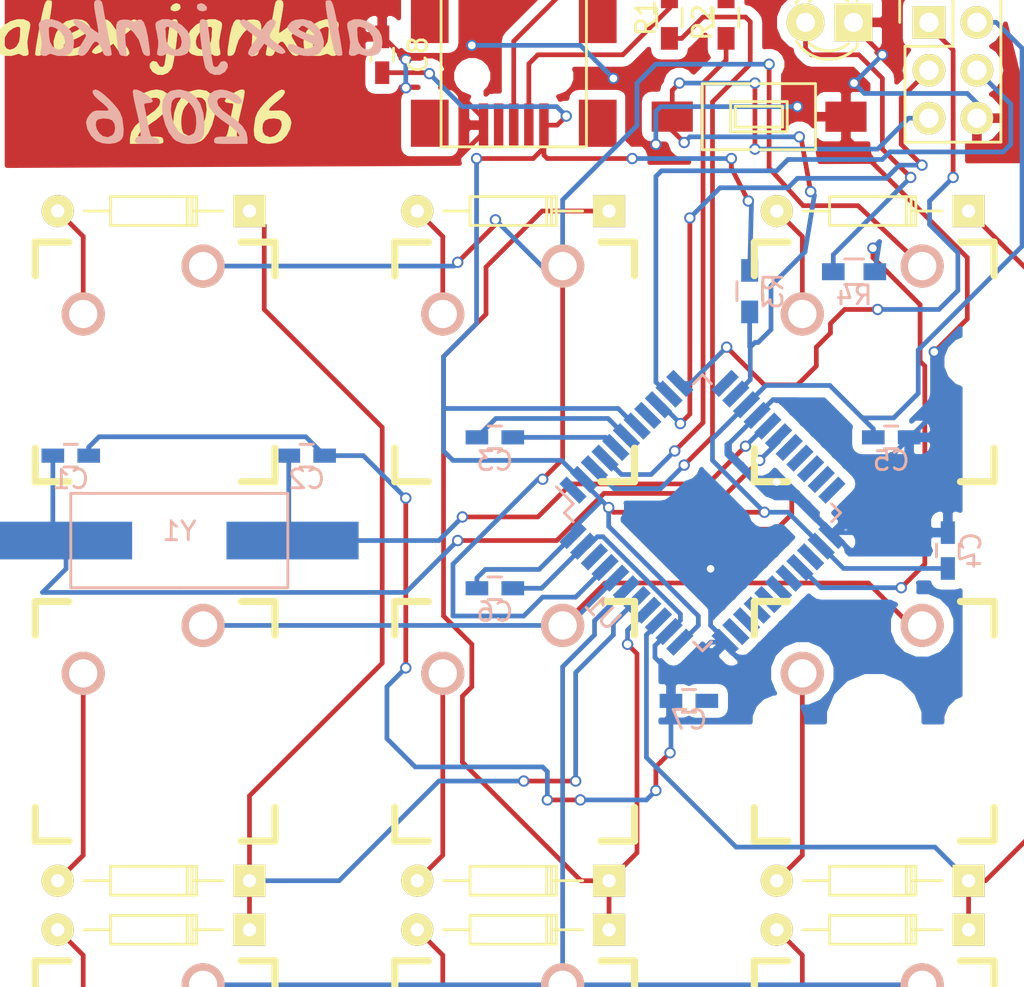
<source format=kicad_pcb>
(kicad_pcb (version 4) (host pcbnew 4.0.2-stable)

  (general
    (links 75)
    (no_connects 3)
    (area 59.980508 75.775 118.08051 148.019492)
    (thickness 1.6)
    (drawings 8)
    (tracks 464)
    (zones 0)
    (modules 38)
    (nets 51)
  )

  (page A4)
  (layers
    (0 F.Cu signal hide)
    (31 B.Cu signal)
    (32 B.Adhes user)
    (33 F.Adhes user hide)
    (34 B.Paste user)
    (35 F.Paste user hide)
    (36 B.SilkS user hide)
    (37 F.SilkS user)
    (38 B.Mask user hide)
    (39 F.Mask user)
    (40 Dwgs.User user hide)
    (41 Cmts.User user hide)
    (42 Eco1.User user hide)
    (43 Eco2.User user hide)
    (44 Edge.Cuts user hide)
    (45 Margin user hide)
    (46 B.CrtYd user)
    (47 F.CrtYd user hide)
    (48 B.Fab user)
    (49 F.Fab user hide)
  )

  (setup
    (last_trace_width 0.25)
    (trace_clearance 0.2)
    (zone_clearance 0.508)
    (zone_45_only no)
    (trace_min 0.2)
    (segment_width 0.2)
    (edge_width 0.1)
    (via_size 0.6)
    (via_drill 0.4)
    (via_min_size 0.4)
    (via_min_drill 0.3)
    (uvia_size 0.3)
    (uvia_drill 0.1)
    (uvias_allowed no)
    (uvia_min_size 0.2)
    (uvia_min_drill 0.1)
    (pcb_text_width 0.3)
    (pcb_text_size 1.5 1.5)
    (mod_edge_width 0.15)
    (mod_text_size 1 1)
    (mod_text_width 0.15)
    (pad_size 1.5 1.5)
    (pad_drill 0.6)
    (pad_to_mask_clearance 0)
    (aux_axis_origin 0 0)
    (grid_origin 103.030509 103.969491)
    (visible_elements 7FFFBF7F)
    (pcbplotparams
      (layerselection 0x010f0_80000001)
      (usegerberextensions false)
      (excludeedgelayer true)
      (linewidth 0.100000)
      (plotframeref false)
      (viasonmask false)
      (mode 1)
      (useauxorigin false)
      (hpglpennumber 1)
      (hpglpenspeed 20)
      (hpglpendiameter 15)
      (hpglpenoverlay 2)
      (psnegative false)
      (psa4output false)
      (plotreference true)
      (plotvalue true)
      (plotinvisibletext false)
      (padsonsilk false)
      (subtractmaskfromsilk false)
      (outputformat 1)
      (mirror false)
      (drillshape 0)
      (scaleselection 1)
      (outputdirectory Gerbers/))
  )

  (net 0 "")
  (net 1 "Net-(C1-Pad1)")
  (net 2 GND)
  (net 3 "Net-(C2-Pad1)")
  (net 4 "Net-(C3-Pad1)")
  (net 5 "Net-(C3-Pad2)")
  (net 6 "Net-(C7-Pad1)")
  (net 7 "Net-(D1-Pad2)")
  (net 8 /COL1)
  (net 9 "Net-(D2-Pad2)")
  (net 10 "Net-(D3-Pad2)")
  (net 11 "Net-(D4-Pad2)")
  (net 12 /COL2)
  (net 13 "Net-(D5-Pad2)")
  (net 14 "Net-(D6-Pad2)")
  (net 15 "Net-(D7-Pad2)")
  (net 16 /COL3)
  (net 17 "Net-(D8-Pad2)")
  (net 18 "Net-(D9-Pad2)")
  (net 19 "Net-(D10-Pad2)")
  (net 20 "Net-(P1-Pad2)")
  (net 21 "Net-(P1-Pad3)")
  (net 22 "Net-(P1-Pad4)")
  (net 23 "Net-(P1-Pad6)")
  (net 24 "Net-(R1-Pad1)")
  (net 25 "Net-(R2-Pad1)")
  (net 26 "Net-(R3-Pad1)")
  (net 27 /ROW1)
  (net 28 /ROW2)
  (net 29 /ROW3)
  (net 30 "Net-(U1-Pad1)")
  (net 31 "Net-(U1-Pad8)")
  (net 32 "Net-(U1-Pad9)")
  (net 33 "Net-(U1-Pad10)")
  (net 34 "Net-(U1-Pad11)")
  (net 35 "Net-(U1-Pad12)")
  (net 36 "Net-(U1-Pad18)")
  (net 37 "Net-(U1-Pad19)")
  (net 38 "Net-(U1-Pad20)")
  (net 39 "Net-(U1-Pad21)")
  (net 40 "Net-(U1-Pad22)")
  (net 41 "Net-(U1-Pad25)")
  (net 42 "Net-(U1-Pad27)")
  (net 43 "Net-(U1-Pad28)")
  (net 44 "Net-(U1-Pad29)")
  (net 45 "Net-(U1-Pad30)")
  (net 46 "Net-(U1-Pad31)")
  (net 47 "Net-(U1-Pad32)")
  (net 48 "Net-(U1-Pad42)")
  (net 49 "Net-(C4-Pad1)")
  (net 50 "Net-(R4-Pad2)")

  (net_class Default "This is the default net class."
    (clearance 0.2)
    (trace_width 0.25)
    (via_dia 0.6)
    (via_drill 0.4)
    (uvia_dia 0.3)
    (uvia_drill 0.1)
    (add_net /COL1)
    (add_net /COL2)
    (add_net /COL3)
    (add_net /ROW1)
    (add_net /ROW2)
    (add_net /ROW3)
    (add_net GND)
    (add_net "Net-(C1-Pad1)")
    (add_net "Net-(C2-Pad1)")
    (add_net "Net-(C3-Pad1)")
    (add_net "Net-(C3-Pad2)")
    (add_net "Net-(C4-Pad1)")
    (add_net "Net-(C7-Pad1)")
    (add_net "Net-(D1-Pad2)")
    (add_net "Net-(D10-Pad2)")
    (add_net "Net-(D2-Pad2)")
    (add_net "Net-(D3-Pad2)")
    (add_net "Net-(D4-Pad2)")
    (add_net "Net-(D5-Pad2)")
    (add_net "Net-(D6-Pad2)")
    (add_net "Net-(D7-Pad2)")
    (add_net "Net-(D8-Pad2)")
    (add_net "Net-(D9-Pad2)")
    (add_net "Net-(P1-Pad2)")
    (add_net "Net-(P1-Pad3)")
    (add_net "Net-(P1-Pad4)")
    (add_net "Net-(P1-Pad6)")
    (add_net "Net-(R1-Pad1)")
    (add_net "Net-(R2-Pad1)")
    (add_net "Net-(R3-Pad1)")
    (add_net "Net-(R4-Pad2)")
    (add_net "Net-(U1-Pad1)")
    (add_net "Net-(U1-Pad10)")
    (add_net "Net-(U1-Pad11)")
    (add_net "Net-(U1-Pad12)")
    (add_net "Net-(U1-Pad18)")
    (add_net "Net-(U1-Pad19)")
    (add_net "Net-(U1-Pad20)")
    (add_net "Net-(U1-Pad21)")
    (add_net "Net-(U1-Pad22)")
    (add_net "Net-(U1-Pad25)")
    (add_net "Net-(U1-Pad27)")
    (add_net "Net-(U1-Pad28)")
    (add_net "Net-(U1-Pad29)")
    (add_net "Net-(U1-Pad30)")
    (add_net "Net-(U1-Pad31)")
    (add_net "Net-(U1-Pad32)")
    (add_net "Net-(U1-Pad42)")
    (add_net "Net-(U1-Pad8)")
    (add_net "Net-(U1-Pad9)")
  )

  (module Keyboard:CHERRY_PCB_100H (layer F.Cu) (tedit 570CCC34) (tstamp 570CD0CA)
    (at 70 119.05)
    (path /5703A303)
    (fp_text reference SW2 (at 0 3.175) (layer F.SilkS) hide
      (effects (font (size 1.27 1.524) (thickness 0.2032)))
    )
    (fp_text value SW_R2C1 (at 0 5.08) (layer F.SilkS) hide
      (effects (font (size 1.27 1.524) (thickness 0.2032)))
    )
    (fp_text user 1.00u (at -5.715 8.255) (layer Dwgs.User)
      (effects (font (thickness 0.3048)))
    )
    (fp_line (start -6.35 -6.35) (end 6.35 -6.35) (layer Cmts.User) (width 0.1524))
    (fp_line (start 6.35 -6.35) (end 6.35 6.35) (layer Cmts.User) (width 0.1524))
    (fp_line (start 6.35 6.35) (end -6.35 6.35) (layer Cmts.User) (width 0.1524))
    (fp_line (start -6.35 6.35) (end -6.35 -6.35) (layer Cmts.User) (width 0.1524))
    (fp_line (start -9.398 -9.398) (end 9.398 -9.398) (layer Dwgs.User) (width 0.1524))
    (fp_line (start 9.398 -9.398) (end 9.398 9.398) (layer Dwgs.User) (width 0.1524))
    (fp_line (start 9.398 9.398) (end -9.398 9.398) (layer Dwgs.User) (width 0.1524))
    (fp_line (start -9.398 9.398) (end -9.398 -9.398) (layer Dwgs.User) (width 0.1524))
    (fp_line (start -6.35 -6.35) (end -4.572 -6.35) (layer F.SilkS) (width 0.381))
    (fp_line (start 4.572 -6.35) (end 6.35 -6.35) (layer F.SilkS) (width 0.381))
    (fp_line (start 6.35 -6.35) (end 6.35 -4.572) (layer F.SilkS) (width 0.381))
    (fp_line (start 6.35 4.572) (end 6.35 6.35) (layer F.SilkS) (width 0.381))
    (fp_line (start 6.35 6.35) (end 4.572 6.35) (layer F.SilkS) (width 0.381))
    (fp_line (start -4.572 6.35) (end -6.35 6.35) (layer F.SilkS) (width 0.381))
    (fp_line (start -6.35 6.35) (end -6.35 4.572) (layer F.SilkS) (width 0.381))
    (fp_line (start -6.35 -4.572) (end -6.35 -6.35) (layer F.SilkS) (width 0.381))
    (fp_line (start -6.985 -6.985) (end 6.985 -6.985) (layer Eco2.User) (width 0.1524))
    (fp_line (start 6.985 -6.985) (end 6.985 6.985) (layer Eco2.User) (width 0.1524))
    (fp_line (start 6.985 6.985) (end -6.985 6.985) (layer Eco2.User) (width 0.1524))
    (fp_line (start -6.985 6.985) (end -6.985 -6.985) (layer Eco2.User) (width 0.1524))
    (pad 1 thru_hole circle (at 2.54 -5.08) (size 2.286 2.286) (drill 1.4986) (layers *.Cu *.SilkS *.Mask)
      (net 28 /ROW2))
    (pad 2 thru_hole circle (at -3.81 -2.54) (size 2.286 2.286) (drill 1.4986) (layers *.Cu *.SilkS *.Mask)
      (net 9 "Net-(D2-Pad2)"))
    (pad HOLE np_thru_hole circle (at 0 0) (size 3.9878 3.9878) (drill 3.9878) (layers *.Cu))
    (pad HOLE np_thru_hole circle (at -5.08 0) (size 1.7018 1.7018) (drill 1.7018) (layers *.Cu))
    (pad HOLE np_thru_hole circle (at 5.08 0) (size 1.7018 1.7018) (drill 1.7018) (layers *.Cu))
  )

  (module Connect:USB_Mini-B (layer F.Cu) (tedit 570CCEA5) (tstamp 570CD06A)
    (at 89 84 270)
    (descr "USB Mini-B 5-pin SMD connector")
    (tags "USB USB_B USB_Mini connector")
    (path /5704B50F)
    (attr smd)
    (fp_text reference P1 (at 0 6.90118 270) (layer F.SilkS) hide
      (effects (font (size 1 1) (thickness 0.15)))
    )
    (fp_text value USB_OTG (at 0 -7.0993 270) (layer F.Fab) hide
      (effects (font (size 1 1) (thickness 0.15)))
    )
    (fp_line (start -4.85 -5.7) (end 4.85 -5.7) (layer F.CrtYd) (width 0.05))
    (fp_line (start 4.85 -5.7) (end 4.85 5.7) (layer F.CrtYd) (width 0.05))
    (fp_line (start 4.85 5.7) (end -4.85 5.7) (layer F.CrtYd) (width 0.05))
    (fp_line (start -4.85 5.7) (end -4.85 -5.7) (layer F.CrtYd) (width 0.05))
    (fp_line (start -3.59918 -3.85064) (end -3.59918 3.85064) (layer F.SilkS) (width 0.15))
    (fp_line (start -4.59994 -3.85064) (end -4.59994 3.85064) (layer F.SilkS) (width 0.15))
    (fp_line (start -4.59994 3.85064) (end 4.59994 3.85064) (layer F.SilkS) (width 0.15))
    (fp_line (start 4.59994 3.85064) (end 4.59994 -3.85064) (layer F.SilkS) (width 0.15))
    (fp_line (start 4.59994 -3.85064) (end -4.59994 -3.85064) (layer F.SilkS) (width 0.15))
    (pad 1 smd rect (at 3.44932 -1.6002 270) (size 2.30124 0.50038) (layers F.Cu F.Paste F.Mask)
      (net 49 "Net-(C4-Pad1)"))
    (pad 2 smd rect (at 3.44932 -0.8001 270) (size 2.30124 0.50038) (layers F.Cu F.Paste F.Mask)
      (net 20 "Net-(P1-Pad2)"))
    (pad 3 smd rect (at 3.44932 0 270) (size 2.30124 0.50038) (layers F.Cu F.Paste F.Mask)
      (net 21 "Net-(P1-Pad3)"))
    (pad 4 smd rect (at 3.44932 0.8001 270) (size 2.30124 0.50038) (layers F.Cu F.Paste F.Mask)
      (net 22 "Net-(P1-Pad4)"))
    (pad 5 smd rect (at 3.44932 1.6002 270) (size 2.30124 0.50038) (layers F.Cu F.Paste F.Mask)
      (net 2 GND))
    (pad 6 smd rect (at 3.35026 -4.45008 270) (size 2.49936 1.99898) (layers F.Cu F.Paste F.Mask)
      (net 23 "Net-(P1-Pad6)"))
    (pad 6 smd rect (at -2.14884 -4.45008 270) (size 2.49936 1.99898) (layers F.Cu F.Paste F.Mask)
      (net 23 "Net-(P1-Pad6)"))
    (pad 6 smd rect (at 3.35026 4.45008 270) (size 2.49936 1.99898) (layers F.Cu F.Paste F.Mask)
      (net 23 "Net-(P1-Pad6)"))
    (pad 6 smd rect (at -2.14884 4.45008 270) (size 2.49936 1.99898) (layers F.Cu F.Paste F.Mask)
      (net 23 "Net-(P1-Pad6)"))
    (pad "" np_thru_hole circle (at 0.8509 -2.19964 270) (size 0.89916 0.89916) (drill 0.89916) (layers *.Cu *.Mask F.SilkS))
    (pad "" np_thru_hole circle (at 0.8509 2.19964 270) (size 0.89916 0.89916) (drill 0.89916) (layers *.Cu *.Mask F.SilkS))
  )

  (module Capacitors_SMD:C_0603_HandSoldering (layer B.Cu) (tedit 570CCEB7) (tstamp 570CCF72)
    (at 65.530509 104.969491)
    (descr "Capacitor SMD 0603, hand soldering")
    (tags "capacitor 0603")
    (path /5704DC79)
    (attr smd)
    (fp_text reference C1 (at 0 1.25) (layer B.SilkS)
      (effects (font (size 1 1) (thickness 0.15)) (justify mirror))
    )
    (fp_text value 10pF (at 0 -1.9) (layer B.Fab) hide
      (effects (font (size 1 1) (thickness 0.15)) (justify mirror))
    )
    (fp_line (start -1.85 0.75) (end 1.85 0.75) (layer B.CrtYd) (width 0.05))
    (fp_line (start -1.85 -0.75) (end 1.85 -0.75) (layer B.CrtYd) (width 0.05))
    (fp_line (start -1.85 0.75) (end -1.85 -0.75) (layer B.CrtYd) (width 0.05))
    (fp_line (start 1.85 0.75) (end 1.85 -0.75) (layer B.CrtYd) (width 0.05))
    (fp_line (start -0.35 0.6) (end 0.35 0.6) (layer B.SilkS) (width 0.15))
    (fp_line (start 0.35 -0.6) (end -0.35 -0.6) (layer B.SilkS) (width 0.15))
    (pad 1 smd rect (at -0.95 0) (size 1.2 0.75) (layers B.Cu B.Paste B.Mask)
      (net 1 "Net-(C1-Pad1)"))
    (pad 2 smd rect (at 0.95 0) (size 1.2 0.75) (layers B.Cu B.Paste B.Mask)
      (net 2 GND))
    (model Capacitors_SMD.3dshapes/C_0603_HandSoldering.wrl
      (at (xyz 0 0 0))
      (scale (xyz 1 1 1))
      (rotate (xyz 0 0 0))
    )
  )

  (module Capacitors_SMD:C_0603_HandSoldering (layer B.Cu) (tedit 570CCEBA) (tstamp 570CCF7E)
    (at 78.030509 104.969491)
    (descr "Capacitor SMD 0603, hand soldering")
    (tags "capacitor 0603")
    (path /5704DD33)
    (attr smd)
    (fp_text reference C2 (at 0 1.25) (layer B.SilkS)
      (effects (font (size 1 1) (thickness 0.15)) (justify mirror))
    )
    (fp_text value 10pF (at 0 -1.9) (layer B.Fab) hide
      (effects (font (size 1 1) (thickness 0.15)) (justify mirror))
    )
    (fp_line (start -1.85 0.75) (end 1.85 0.75) (layer B.CrtYd) (width 0.05))
    (fp_line (start -1.85 -0.75) (end 1.85 -0.75) (layer B.CrtYd) (width 0.05))
    (fp_line (start -1.85 0.75) (end -1.85 -0.75) (layer B.CrtYd) (width 0.05))
    (fp_line (start 1.85 0.75) (end 1.85 -0.75) (layer B.CrtYd) (width 0.05))
    (fp_line (start -0.35 0.6) (end 0.35 0.6) (layer B.SilkS) (width 0.15))
    (fp_line (start 0.35 -0.6) (end -0.35 -0.6) (layer B.SilkS) (width 0.15))
    (pad 1 smd rect (at -0.95 0) (size 1.2 0.75) (layers B.Cu B.Paste B.Mask)
      (net 3 "Net-(C2-Pad1)"))
    (pad 2 smd rect (at 0.95 0) (size 1.2 0.75) (layers B.Cu B.Paste B.Mask)
      (net 2 GND))
    (model Capacitors_SMD.3dshapes/C_0603_HandSoldering.wrl
      (at (xyz 0 0 0))
      (scale (xyz 1 1 1))
      (rotate (xyz 0 0 0))
    )
  )

  (module Capacitors_SMD:C_0603_HandSoldering (layer B.Cu) (tedit 570CCF41) (tstamp 570CCF8A)
    (at 88 104)
    (descr "Capacitor SMD 0603, hand soldering")
    (tags "capacitor 0603")
    (path /5705924F)
    (attr smd)
    (fp_text reference C3 (at 0 1.25) (layer B.SilkS)
      (effects (font (size 1 1) (thickness 0.15)) (justify mirror))
    )
    (fp_text value 1uF (at 0 -1.9) (layer B.Fab) hide
      (effects (font (size 1 1) (thickness 0.15)) (justify mirror))
    )
    (fp_line (start -1.85 0.75) (end 1.85 0.75) (layer B.CrtYd) (width 0.05))
    (fp_line (start -1.85 -0.75) (end 1.85 -0.75) (layer B.CrtYd) (width 0.05))
    (fp_line (start -1.85 0.75) (end -1.85 -0.75) (layer B.CrtYd) (width 0.05))
    (fp_line (start 1.85 0.75) (end 1.85 -0.75) (layer B.CrtYd) (width 0.05))
    (fp_line (start -0.35 0.6) (end 0.35 0.6) (layer B.SilkS) (width 0.15))
    (fp_line (start 0.35 -0.6) (end -0.35 -0.6) (layer B.SilkS) (width 0.15))
    (pad 1 smd rect (at -0.95 0) (size 1.2 0.75) (layers B.Cu B.Paste B.Mask)
      (net 4 "Net-(C3-Pad1)"))
    (pad 2 smd rect (at 0.95 0) (size 1.2 0.75) (layers B.Cu B.Paste B.Mask)
      (net 5 "Net-(C3-Pad2)"))
    (model Capacitors_SMD.3dshapes/C_0603_HandSoldering.wrl
      (at (xyz 0 0 0))
      (scale (xyz 1 1 1))
      (rotate (xyz 0 0 0))
    )
  )

  (module Capacitors_SMD:C_0603_HandSoldering (layer B.Cu) (tedit 570CCF4B) (tstamp 570CCF96)
    (at 112 110 90)
    (descr "Capacitor SMD 0603, hand soldering")
    (tags "capacitor 0603")
    (path /5708C26F)
    (attr smd)
    (fp_text reference C4 (at 0 1.25 90) (layer B.SilkS)
      (effects (font (size 1 1) (thickness 0.15)) (justify mirror))
    )
    (fp_text value 0.1uF (at 0 -1.9 90) (layer B.Fab) hide
      (effects (font (size 1 1) (thickness 0.15)) (justify mirror))
    )
    (fp_line (start -1.85 0.75) (end 1.85 0.75) (layer B.CrtYd) (width 0.05))
    (fp_line (start -1.85 -0.75) (end 1.85 -0.75) (layer B.CrtYd) (width 0.05))
    (fp_line (start -1.85 0.75) (end -1.85 -0.75) (layer B.CrtYd) (width 0.05))
    (fp_line (start 1.85 0.75) (end 1.85 -0.75) (layer B.CrtYd) (width 0.05))
    (fp_line (start -0.35 0.6) (end 0.35 0.6) (layer B.SilkS) (width 0.15))
    (fp_line (start 0.35 -0.6) (end -0.35 -0.6) (layer B.SilkS) (width 0.15))
    (pad 1 smd rect (at -0.95 0 90) (size 1.2 0.75) (layers B.Cu B.Paste B.Mask)
      (net 49 "Net-(C4-Pad1)"))
    (pad 2 smd rect (at 0.95 0 90) (size 1.2 0.75) (layers B.Cu B.Paste B.Mask)
      (net 2 GND))
    (model Capacitors_SMD.3dshapes/C_0603_HandSoldering.wrl
      (at (xyz 0 0 0))
      (scale (xyz 1 1 1))
      (rotate (xyz 0 0 0))
    )
  )

  (module Capacitors_SMD:C_0603_HandSoldering (layer B.Cu) (tedit 570CCF46) (tstamp 570CCFA2)
    (at 109 104)
    (descr "Capacitor SMD 0603, hand soldering")
    (tags "capacitor 0603")
    (path /57086871)
    (attr smd)
    (fp_text reference C5 (at 0 1.25) (layer B.SilkS)
      (effects (font (size 1 1) (thickness 0.15)) (justify mirror))
    )
    (fp_text value 0.1uF (at 0 -1.9) (layer B.Fab) hide
      (effects (font (size 1 1) (thickness 0.15)) (justify mirror))
    )
    (fp_line (start -1.85 0.75) (end 1.85 0.75) (layer B.CrtYd) (width 0.05))
    (fp_line (start -1.85 -0.75) (end 1.85 -0.75) (layer B.CrtYd) (width 0.05))
    (fp_line (start -1.85 0.75) (end -1.85 -0.75) (layer B.CrtYd) (width 0.05))
    (fp_line (start 1.85 0.75) (end 1.85 -0.75) (layer B.CrtYd) (width 0.05))
    (fp_line (start -0.35 0.6) (end 0.35 0.6) (layer B.SilkS) (width 0.15))
    (fp_line (start 0.35 -0.6) (end -0.35 -0.6) (layer B.SilkS) (width 0.15))
    (pad 1 smd rect (at -0.95 0) (size 1.2 0.75) (layers B.Cu B.Paste B.Mask)
      (net 49 "Net-(C4-Pad1)"))
    (pad 2 smd rect (at 0.95 0) (size 1.2 0.75) (layers B.Cu B.Paste B.Mask)
      (net 2 GND))
    (model Capacitors_SMD.3dshapes/C_0603_HandSoldering.wrl
      (at (xyz 0 0 0))
      (scale (xyz 1 1 1))
      (rotate (xyz 0 0 0))
    )
  )

  (module Capacitors_SMD:C_0603_HandSoldering (layer B.Cu) (tedit 570CCF44) (tstamp 570CCFAE)
    (at 88 112)
    (descr "Capacitor SMD 0603, hand soldering")
    (tags "capacitor 0603")
    (path /5708BE14)
    (attr smd)
    (fp_text reference C6 (at 0 1.25) (layer B.SilkS)
      (effects (font (size 1 1) (thickness 0.15)) (justify mirror))
    )
    (fp_text value 0.1uF (at 0 -1.9) (layer B.Fab) hide
      (effects (font (size 1 1) (thickness 0.15)) (justify mirror))
    )
    (fp_line (start -1.85 0.75) (end 1.85 0.75) (layer B.CrtYd) (width 0.05))
    (fp_line (start -1.85 -0.75) (end 1.85 -0.75) (layer B.CrtYd) (width 0.05))
    (fp_line (start -1.85 0.75) (end -1.85 -0.75) (layer B.CrtYd) (width 0.05))
    (fp_line (start 1.85 0.75) (end 1.85 -0.75) (layer B.CrtYd) (width 0.05))
    (fp_line (start -0.35 0.6) (end 0.35 0.6) (layer B.SilkS) (width 0.15))
    (fp_line (start 0.35 -0.6) (end -0.35 -0.6) (layer B.SilkS) (width 0.15))
    (pad 1 smd rect (at -0.95 0) (size 1.2 0.75) (layers B.Cu B.Paste B.Mask)
      (net 49 "Net-(C4-Pad1)"))
    (pad 2 smd rect (at 0.95 0) (size 1.2 0.75) (layers B.Cu B.Paste B.Mask)
      (net 2 GND))
    (model Capacitors_SMD.3dshapes/C_0603_HandSoldering.wrl
      (at (xyz 0 0 0))
      (scale (xyz 1 1 1))
      (rotate (xyz 0 0 0))
    )
  )

  (module Capacitors_SMD:C_0603_HandSoldering (layer B.Cu) (tedit 570CCF1C) (tstamp 570CCFBA)
    (at 98.280509 117.969491 180)
    (descr "Capacitor SMD 0603, hand soldering")
    (tags "capacitor 0603")
    (path /5708AF92)
    (attr smd)
    (fp_text reference C7 (at 0 -1 180) (layer B.SilkS)
      (effects (font (size 1 1) (thickness 0.15)) (justify mirror))
    )
    (fp_text value 0.1uF (at 0 -1.9 180) (layer B.Fab) hide
      (effects (font (size 1 1) (thickness 0.15)) (justify mirror))
    )
    (fp_line (start -1.85 0.75) (end 1.85 0.75) (layer B.CrtYd) (width 0.05))
    (fp_line (start -1.85 -0.75) (end 1.85 -0.75) (layer B.CrtYd) (width 0.05))
    (fp_line (start -1.85 0.75) (end -1.85 -0.75) (layer B.CrtYd) (width 0.05))
    (fp_line (start 1.85 0.75) (end 1.85 -0.75) (layer B.CrtYd) (width 0.05))
    (fp_line (start -0.35 0.6) (end 0.35 0.6) (layer B.SilkS) (width 0.15))
    (fp_line (start 0.35 -0.6) (end -0.35 -0.6) (layer B.SilkS) (width 0.15))
    (pad 1 smd rect (at -0.95 0 180) (size 1.2 0.75) (layers B.Cu B.Paste B.Mask)
      (net 6 "Net-(C7-Pad1)"))
    (pad 2 smd rect (at 0.95 0 180) (size 1.2 0.75) (layers B.Cu B.Paste B.Mask)
      (net 2 GND))
    (model Capacitors_SMD.3dshapes/C_0603_HandSoldering.wrl
      (at (xyz 0 0 0))
      (scale (xyz 1 1 1))
      (rotate (xyz 0 0 0))
    )
  )

  (module Diodes_ThroughHole:Diode_DO-35_SOD27_Horizontal_RM10 (layer F.Cu) (tedit 570CCED7) (tstamp 570CCFC9)
    (at 75 92 180)
    (descr "Diode, DO-35,  SOD27, Horizontal, RM 10mm")
    (tags "Diode, DO-35, SOD27, Horizontal, RM 10mm, 1N4148,")
    (path /57039FAC)
    (fp_text reference D1 (at 5.43052 2.53746 180) (layer F.SilkS) hide
      (effects (font (size 1 1) (thickness 0.15)))
    )
    (fp_text value D (at 4.41452 -3.55854 180) (layer F.Fab) hide
      (effects (font (size 1 1) (thickness 0.15)))
    )
    (fp_line (start 7.36652 -0.00254) (end 8.76352 -0.00254) (layer F.SilkS) (width 0.15))
    (fp_line (start 2.92152 -0.00254) (end 1.39752 -0.00254) (layer F.SilkS) (width 0.15))
    (fp_line (start 3.30252 -0.76454) (end 3.30252 0.75946) (layer F.SilkS) (width 0.15))
    (fp_line (start 3.04852 -0.76454) (end 3.04852 0.75946) (layer F.SilkS) (width 0.15))
    (fp_line (start 2.79452 -0.00254) (end 2.79452 0.75946) (layer F.SilkS) (width 0.15))
    (fp_line (start 2.79452 0.75946) (end 7.36652 0.75946) (layer F.SilkS) (width 0.15))
    (fp_line (start 7.36652 0.75946) (end 7.36652 -0.76454) (layer F.SilkS) (width 0.15))
    (fp_line (start 7.36652 -0.76454) (end 2.79452 -0.76454) (layer F.SilkS) (width 0.15))
    (fp_line (start 2.79452 -0.76454) (end 2.79452 -0.00254) (layer F.SilkS) (width 0.15))
    (pad 2 thru_hole circle (at 10.16052 -0.00254) (size 1.69926 1.69926) (drill 0.70104) (layers *.Cu *.Mask F.SilkS)
      (net 7 "Net-(D1-Pad2)"))
    (pad 1 thru_hole rect (at 0.00052 -0.00254) (size 1.69926 1.69926) (drill 0.70104) (layers *.Cu *.Mask F.SilkS)
      (net 8 /COL1))
    (model Diodes_ThroughHole.3dshapes/Diode_DO-35_SOD27_Horizontal_RM10.wrl
      (at (xyz 0.2 0 0))
      (scale (xyz 0.4 0.4 0.4))
      (rotate (xyz 0 0 180))
    )
  )

  (module Diodes_ThroughHole:Diode_DO-35_SOD27_Horizontal_RM10 (layer F.Cu) (tedit 570CCEEA) (tstamp 570CCFD8)
    (at 75 127.5 180)
    (descr "Diode, DO-35,  SOD27, Horizontal, RM 10mm")
    (tags "Diode, DO-35, SOD27, Horizontal, RM 10mm, 1N4148,")
    (path /5703A309)
    (fp_text reference D2 (at 5.43052 2.53746 180) (layer F.SilkS) hide
      (effects (font (size 1 1) (thickness 0.15)))
    )
    (fp_text value D (at 4.41452 -3.55854 180) (layer F.Fab) hide
      (effects (font (size 1 1) (thickness 0.15)))
    )
    (fp_line (start 7.36652 -0.00254) (end 8.76352 -0.00254) (layer F.SilkS) (width 0.15))
    (fp_line (start 2.92152 -0.00254) (end 1.39752 -0.00254) (layer F.SilkS) (width 0.15))
    (fp_line (start 3.30252 -0.76454) (end 3.30252 0.75946) (layer F.SilkS) (width 0.15))
    (fp_line (start 3.04852 -0.76454) (end 3.04852 0.75946) (layer F.SilkS) (width 0.15))
    (fp_line (start 2.79452 -0.00254) (end 2.79452 0.75946) (layer F.SilkS) (width 0.15))
    (fp_line (start 2.79452 0.75946) (end 7.36652 0.75946) (layer F.SilkS) (width 0.15))
    (fp_line (start 7.36652 0.75946) (end 7.36652 -0.76454) (layer F.SilkS) (width 0.15))
    (fp_line (start 7.36652 -0.76454) (end 2.79452 -0.76454) (layer F.SilkS) (width 0.15))
    (fp_line (start 2.79452 -0.76454) (end 2.79452 -0.00254) (layer F.SilkS) (width 0.15))
    (pad 2 thru_hole circle (at 10.16052 -0.00254) (size 1.69926 1.69926) (drill 0.70104) (layers *.Cu *.Mask F.SilkS)
      (net 9 "Net-(D2-Pad2)"))
    (pad 1 thru_hole rect (at 0.00052 -0.00254) (size 1.69926 1.69926) (drill 0.70104) (layers *.Cu *.Mask F.SilkS)
      (net 8 /COL1))
    (model Diodes_ThroughHole.3dshapes/Diode_DO-35_SOD27_Horizontal_RM10.wrl
      (at (xyz 0.2 0 0))
      (scale (xyz 0.4 0.4 0.4))
      (rotate (xyz 0 0 180))
    )
  )

  (module Diodes_ThroughHole:Diode_DO-35_SOD27_Horizontal_RM10 (layer F.Cu) (tedit 570CCEEE) (tstamp 570CCFE7)
    (at 75 130.1 180)
    (descr "Diode, DO-35,  SOD27, Horizontal, RM 10mm")
    (tags "Diode, DO-35, SOD27, Horizontal, RM 10mm, 1N4148,")
    (path /5703A5AF)
    (fp_text reference D3 (at 5.43052 2.53746 180) (layer F.SilkS) hide
      (effects (font (size 1 1) (thickness 0.15)))
    )
    (fp_text value D (at 4.41452 -3.55854 180) (layer F.Fab) hide
      (effects (font (size 1 1) (thickness 0.15)))
    )
    (fp_line (start 7.36652 -0.00254) (end 8.76352 -0.00254) (layer F.SilkS) (width 0.15))
    (fp_line (start 2.92152 -0.00254) (end 1.39752 -0.00254) (layer F.SilkS) (width 0.15))
    (fp_line (start 3.30252 -0.76454) (end 3.30252 0.75946) (layer F.SilkS) (width 0.15))
    (fp_line (start 3.04852 -0.76454) (end 3.04852 0.75946) (layer F.SilkS) (width 0.15))
    (fp_line (start 2.79452 -0.00254) (end 2.79452 0.75946) (layer F.SilkS) (width 0.15))
    (fp_line (start 2.79452 0.75946) (end 7.36652 0.75946) (layer F.SilkS) (width 0.15))
    (fp_line (start 7.36652 0.75946) (end 7.36652 -0.76454) (layer F.SilkS) (width 0.15))
    (fp_line (start 7.36652 -0.76454) (end 2.79452 -0.76454) (layer F.SilkS) (width 0.15))
    (fp_line (start 2.79452 -0.76454) (end 2.79452 -0.00254) (layer F.SilkS) (width 0.15))
    (pad 2 thru_hole circle (at 10.16052 -0.00254) (size 1.69926 1.69926) (drill 0.70104) (layers *.Cu *.Mask F.SilkS)
      (net 10 "Net-(D3-Pad2)"))
    (pad 1 thru_hole rect (at 0.00052 -0.00254) (size 1.69926 1.69926) (drill 0.70104) (layers *.Cu *.Mask F.SilkS)
      (net 8 /COL1))
    (model Diodes_ThroughHole.3dshapes/Diode_DO-35_SOD27_Horizontal_RM10.wrl
      (at (xyz 0.2 0 0))
      (scale (xyz 0.4 0.4 0.4))
      (rotate (xyz 0 0 180))
    )
  )

  (module Diodes_ThroughHole:Diode_DO-35_SOD27_Horizontal_RM10 (layer F.Cu) (tedit 570CCEDC) (tstamp 570CCFF6)
    (at 94.05 92 180)
    (descr "Diode, DO-35,  SOD27, Horizontal, RM 10mm")
    (tags "Diode, DO-35, SOD27, Horizontal, RM 10mm, 1N4148,")
    (path /5703A091)
    (fp_text reference D4 (at 5.43052 2.53746 180) (layer F.SilkS) hide
      (effects (font (size 1 1) (thickness 0.15)))
    )
    (fp_text value D (at 4.41452 -3.55854 180) (layer F.Fab) hide
      (effects (font (size 1 1) (thickness 0.15)))
    )
    (fp_line (start 7.36652 -0.00254) (end 8.76352 -0.00254) (layer F.SilkS) (width 0.15))
    (fp_line (start 2.92152 -0.00254) (end 1.39752 -0.00254) (layer F.SilkS) (width 0.15))
    (fp_line (start 3.30252 -0.76454) (end 3.30252 0.75946) (layer F.SilkS) (width 0.15))
    (fp_line (start 3.04852 -0.76454) (end 3.04852 0.75946) (layer F.SilkS) (width 0.15))
    (fp_line (start 2.79452 -0.00254) (end 2.79452 0.75946) (layer F.SilkS) (width 0.15))
    (fp_line (start 2.79452 0.75946) (end 7.36652 0.75946) (layer F.SilkS) (width 0.15))
    (fp_line (start 7.36652 0.75946) (end 7.36652 -0.76454) (layer F.SilkS) (width 0.15))
    (fp_line (start 7.36652 -0.76454) (end 2.79452 -0.76454) (layer F.SilkS) (width 0.15))
    (fp_line (start 2.79452 -0.76454) (end 2.79452 -0.00254) (layer F.SilkS) (width 0.15))
    (pad 2 thru_hole circle (at 10.16052 -0.00254) (size 1.69926 1.69926) (drill 0.70104) (layers *.Cu *.Mask F.SilkS)
      (net 11 "Net-(D4-Pad2)"))
    (pad 1 thru_hole rect (at 0.00052 -0.00254) (size 1.69926 1.69926) (drill 0.70104) (layers *.Cu *.Mask F.SilkS)
      (net 12 /COL2))
    (model Diodes_ThroughHole.3dshapes/Diode_DO-35_SOD27_Horizontal_RM10.wrl
      (at (xyz 0.2 0 0))
      (scale (xyz 0.4 0.4 0.4))
      (rotate (xyz 0 0 180))
    )
  )

  (module Diodes_ThroughHole:Diode_DO-35_SOD27_Horizontal_RM10 (layer F.Cu) (tedit 570CCEF7) (tstamp 570CD005)
    (at 94.05 127.5 180)
    (descr "Diode, DO-35,  SOD27, Horizontal, RM 10mm")
    (tags "Diode, DO-35, SOD27, Horizontal, RM 10mm, 1N4148,")
    (path /5703A319)
    (fp_text reference D5 (at 5.43052 2.53746 180) (layer F.SilkS) hide
      (effects (font (size 1 1) (thickness 0.15)))
    )
    (fp_text value D (at 4.41452 -3.55854 180) (layer F.Fab) hide
      (effects (font (size 1 1) (thickness 0.15)))
    )
    (fp_line (start 7.36652 -0.00254) (end 8.76352 -0.00254) (layer F.SilkS) (width 0.15))
    (fp_line (start 2.92152 -0.00254) (end 1.39752 -0.00254) (layer F.SilkS) (width 0.15))
    (fp_line (start 3.30252 -0.76454) (end 3.30252 0.75946) (layer F.SilkS) (width 0.15))
    (fp_line (start 3.04852 -0.76454) (end 3.04852 0.75946) (layer F.SilkS) (width 0.15))
    (fp_line (start 2.79452 -0.00254) (end 2.79452 0.75946) (layer F.SilkS) (width 0.15))
    (fp_line (start 2.79452 0.75946) (end 7.36652 0.75946) (layer F.SilkS) (width 0.15))
    (fp_line (start 7.36652 0.75946) (end 7.36652 -0.76454) (layer F.SilkS) (width 0.15))
    (fp_line (start 7.36652 -0.76454) (end 2.79452 -0.76454) (layer F.SilkS) (width 0.15))
    (fp_line (start 2.79452 -0.76454) (end 2.79452 -0.00254) (layer F.SilkS) (width 0.15))
    (pad 2 thru_hole circle (at 10.16052 -0.00254) (size 1.69926 1.69926) (drill 0.70104) (layers *.Cu *.Mask F.SilkS)
      (net 13 "Net-(D5-Pad2)"))
    (pad 1 thru_hole rect (at 0.00052 -0.00254) (size 1.69926 1.69926) (drill 0.70104) (layers *.Cu *.Mask F.SilkS)
      (net 12 /COL2))
    (model Diodes_ThroughHole.3dshapes/Diode_DO-35_SOD27_Horizontal_RM10.wrl
      (at (xyz 0.2 0 0))
      (scale (xyz 0.4 0.4 0.4))
      (rotate (xyz 0 0 180))
    )
  )

  (module Diodes_ThroughHole:Diode_DO-35_SOD27_Horizontal_RM10 (layer F.Cu) (tedit 570CCEFA) (tstamp 570CD014)
    (at 94.05 130.1 180)
    (descr "Diode, DO-35,  SOD27, Horizontal, RM 10mm")
    (tags "Diode, DO-35, SOD27, Horizontal, RM 10mm, 1N4148,")
    (path /5703A5BF)
    (fp_text reference D6 (at 5.43052 2.53746 180) (layer F.SilkS) hide
      (effects (font (size 1 1) (thickness 0.15)))
    )
    (fp_text value D (at 4.41452 -3.55854 180) (layer F.Fab) hide
      (effects (font (size 1 1) (thickness 0.15)))
    )
    (fp_line (start 7.36652 -0.00254) (end 8.76352 -0.00254) (layer F.SilkS) (width 0.15))
    (fp_line (start 2.92152 -0.00254) (end 1.39752 -0.00254) (layer F.SilkS) (width 0.15))
    (fp_line (start 3.30252 -0.76454) (end 3.30252 0.75946) (layer F.SilkS) (width 0.15))
    (fp_line (start 3.04852 -0.76454) (end 3.04852 0.75946) (layer F.SilkS) (width 0.15))
    (fp_line (start 2.79452 -0.00254) (end 2.79452 0.75946) (layer F.SilkS) (width 0.15))
    (fp_line (start 2.79452 0.75946) (end 7.36652 0.75946) (layer F.SilkS) (width 0.15))
    (fp_line (start 7.36652 0.75946) (end 7.36652 -0.76454) (layer F.SilkS) (width 0.15))
    (fp_line (start 7.36652 -0.76454) (end 2.79452 -0.76454) (layer F.SilkS) (width 0.15))
    (fp_line (start 2.79452 -0.76454) (end 2.79452 -0.00254) (layer F.SilkS) (width 0.15))
    (pad 2 thru_hole circle (at 10.16052 -0.00254) (size 1.69926 1.69926) (drill 0.70104) (layers *.Cu *.Mask F.SilkS)
      (net 14 "Net-(D6-Pad2)"))
    (pad 1 thru_hole rect (at 0.00052 -0.00254) (size 1.69926 1.69926) (drill 0.70104) (layers *.Cu *.Mask F.SilkS)
      (net 12 /COL2))
    (model Diodes_ThroughHole.3dshapes/Diode_DO-35_SOD27_Horizontal_RM10.wrl
      (at (xyz 0.2 0 0))
      (scale (xyz 0.4 0.4 0.4))
      (rotate (xyz 0 0 180))
    )
  )

  (module Diodes_ThroughHole:Diode_DO-35_SOD27_Horizontal_RM10 (layer F.Cu) (tedit 570CCEDF) (tstamp 570CD023)
    (at 113.1 92 180)
    (descr "Diode, DO-35,  SOD27, Horizontal, RM 10mm")
    (tags "Diode, DO-35, SOD27, Horizontal, RM 10mm, 1N4148,")
    (path /5703A1EB)
    (fp_text reference D7 (at 5.43052 2.53746 180) (layer F.SilkS) hide
      (effects (font (size 1 1) (thickness 0.15)))
    )
    (fp_text value D (at 4.41452 -3.55854 180) (layer F.Fab) hide
      (effects (font (size 1 1) (thickness 0.15)))
    )
    (fp_line (start 7.36652 -0.00254) (end 8.76352 -0.00254) (layer F.SilkS) (width 0.15))
    (fp_line (start 2.92152 -0.00254) (end 1.39752 -0.00254) (layer F.SilkS) (width 0.15))
    (fp_line (start 3.30252 -0.76454) (end 3.30252 0.75946) (layer F.SilkS) (width 0.15))
    (fp_line (start 3.04852 -0.76454) (end 3.04852 0.75946) (layer F.SilkS) (width 0.15))
    (fp_line (start 2.79452 -0.00254) (end 2.79452 0.75946) (layer F.SilkS) (width 0.15))
    (fp_line (start 2.79452 0.75946) (end 7.36652 0.75946) (layer F.SilkS) (width 0.15))
    (fp_line (start 7.36652 0.75946) (end 7.36652 -0.76454) (layer F.SilkS) (width 0.15))
    (fp_line (start 7.36652 -0.76454) (end 2.79452 -0.76454) (layer F.SilkS) (width 0.15))
    (fp_line (start 2.79452 -0.76454) (end 2.79452 -0.00254) (layer F.SilkS) (width 0.15))
    (pad 2 thru_hole circle (at 10.16052 -0.00254) (size 1.69926 1.69926) (drill 0.70104) (layers *.Cu *.Mask F.SilkS)
      (net 15 "Net-(D7-Pad2)"))
    (pad 1 thru_hole rect (at 0.00052 -0.00254) (size 1.69926 1.69926) (drill 0.70104) (layers *.Cu *.Mask F.SilkS)
      (net 16 /COL3))
    (model Diodes_ThroughHole.3dshapes/Diode_DO-35_SOD27_Horizontal_RM10.wrl
      (at (xyz 0.2 0 0))
      (scale (xyz 0.4 0.4 0.4))
      (rotate (xyz 0 0 180))
    )
  )

  (module Diodes_ThroughHole:Diode_DO-35_SOD27_Horizontal_RM10 (layer F.Cu) (tedit 570CCEFE) (tstamp 570CD032)
    (at 113.1 127.5 180)
    (descr "Diode, DO-35,  SOD27, Horizontal, RM 10mm")
    (tags "Diode, DO-35, SOD27, Horizontal, RM 10mm, 1N4148,")
    (path /5703A329)
    (fp_text reference D8 (at 5.43052 2.53746 180) (layer F.SilkS) hide
      (effects (font (size 1 1) (thickness 0.15)))
    )
    (fp_text value D (at 4.41452 -3.55854 180) (layer F.Fab) hide
      (effects (font (size 1 1) (thickness 0.15)))
    )
    (fp_line (start 7.36652 -0.00254) (end 8.76352 -0.00254) (layer F.SilkS) (width 0.15))
    (fp_line (start 2.92152 -0.00254) (end 1.39752 -0.00254) (layer F.SilkS) (width 0.15))
    (fp_line (start 3.30252 -0.76454) (end 3.30252 0.75946) (layer F.SilkS) (width 0.15))
    (fp_line (start 3.04852 -0.76454) (end 3.04852 0.75946) (layer F.SilkS) (width 0.15))
    (fp_line (start 2.79452 -0.00254) (end 2.79452 0.75946) (layer F.SilkS) (width 0.15))
    (fp_line (start 2.79452 0.75946) (end 7.36652 0.75946) (layer F.SilkS) (width 0.15))
    (fp_line (start 7.36652 0.75946) (end 7.36652 -0.76454) (layer F.SilkS) (width 0.15))
    (fp_line (start 7.36652 -0.76454) (end 2.79452 -0.76454) (layer F.SilkS) (width 0.15))
    (fp_line (start 2.79452 -0.76454) (end 2.79452 -0.00254) (layer F.SilkS) (width 0.15))
    (pad 2 thru_hole circle (at 10.16052 -0.00254) (size 1.69926 1.69926) (drill 0.70104) (layers *.Cu *.Mask F.SilkS)
      (net 17 "Net-(D8-Pad2)"))
    (pad 1 thru_hole rect (at 0.00052 -0.00254) (size 1.69926 1.69926) (drill 0.70104) (layers *.Cu *.Mask F.SilkS)
      (net 16 /COL3))
    (model Diodes_ThroughHole.3dshapes/Diode_DO-35_SOD27_Horizontal_RM10.wrl
      (at (xyz 0.2 0 0))
      (scale (xyz 0.4 0.4 0.4))
      (rotate (xyz 0 0 180))
    )
  )

  (module Diodes_ThroughHole:Diode_DO-35_SOD27_Horizontal_RM10 (layer F.Cu) (tedit 570CCF03) (tstamp 570CD041)
    (at 113.1 130.1 180)
    (descr "Diode, DO-35,  SOD27, Horizontal, RM 10mm")
    (tags "Diode, DO-35, SOD27, Horizontal, RM 10mm, 1N4148,")
    (path /5703A5CF)
    (fp_text reference D9 (at 5.43052 2.53746 180) (layer F.SilkS) hide
      (effects (font (size 1 1) (thickness 0.15)))
    )
    (fp_text value D (at 4.41452 -3.55854 180) (layer F.Fab) hide
      (effects (font (size 1 1) (thickness 0.15)))
    )
    (fp_line (start 7.36652 -0.00254) (end 8.76352 -0.00254) (layer F.SilkS) (width 0.15))
    (fp_line (start 2.92152 -0.00254) (end 1.39752 -0.00254) (layer F.SilkS) (width 0.15))
    (fp_line (start 3.30252 -0.76454) (end 3.30252 0.75946) (layer F.SilkS) (width 0.15))
    (fp_line (start 3.04852 -0.76454) (end 3.04852 0.75946) (layer F.SilkS) (width 0.15))
    (fp_line (start 2.79452 -0.00254) (end 2.79452 0.75946) (layer F.SilkS) (width 0.15))
    (fp_line (start 2.79452 0.75946) (end 7.36652 0.75946) (layer F.SilkS) (width 0.15))
    (fp_line (start 7.36652 0.75946) (end 7.36652 -0.76454) (layer F.SilkS) (width 0.15))
    (fp_line (start 7.36652 -0.76454) (end 2.79452 -0.76454) (layer F.SilkS) (width 0.15))
    (fp_line (start 2.79452 -0.76454) (end 2.79452 -0.00254) (layer F.SilkS) (width 0.15))
    (pad 2 thru_hole circle (at 10.16052 -0.00254) (size 1.69926 1.69926) (drill 0.70104) (layers *.Cu *.Mask F.SilkS)
      (net 18 "Net-(D9-Pad2)"))
    (pad 1 thru_hole rect (at 0.00052 -0.00254) (size 1.69926 1.69926) (drill 0.70104) (layers *.Cu *.Mask F.SilkS)
      (net 16 /COL3))
    (model Diodes_ThroughHole.3dshapes/Diode_DO-35_SOD27_Horizontal_RM10.wrl
      (at (xyz 0.2 0 0))
      (scale (xyz 0.4 0.4 0.4))
      (rotate (xyz 0 0 180))
    )
  )

  (module LEDs:LED-3MM (layer F.Cu) (tedit 570CCE8D) (tstamp 570CD052)
    (at 107 82 180)
    (descr "LED 3mm round vertical")
    (tags "LED  3mm round vertical")
    (path /570859CC)
    (fp_text reference D10 (at 1.91 3.06 180) (layer F.SilkS) hide
      (effects (font (size 1 1) (thickness 0.15)))
    )
    (fp_text value LED (at 1 -2 180) (layer F.Fab)
      (effects (font (size 1 1) (thickness 0.15)))
    )
    (fp_line (start -1.2 2.3) (end 3.8 2.3) (layer F.CrtYd) (width 0.05))
    (fp_line (start 3.8 2.3) (end 3.8 -2.2) (layer F.CrtYd) (width 0.05))
    (fp_line (start 3.8 -2.2) (end -1.2 -2.2) (layer F.CrtYd) (width 0.05))
    (fp_line (start -1.2 -2.2) (end -1.2 2.3) (layer F.CrtYd) (width 0.05))
    (fp_line (start -0.199 1.314) (end -0.199 1.114) (layer F.SilkS) (width 0.15))
    (fp_line (start -0.199 -1.28) (end -0.199 -1.1) (layer F.SilkS) (width 0.15))
    (fp_arc (start 1.301 0.034) (end -0.199 -1.286) (angle 108.5) (layer F.SilkS) (width 0.15))
    (fp_arc (start 1.301 0.034) (end 0.25 -1.1) (angle 85.7) (layer F.SilkS) (width 0.15))
    (fp_arc (start 1.311 0.034) (end 3.051 0.994) (angle 110) (layer F.SilkS) (width 0.15))
    (fp_arc (start 1.301 0.034) (end 2.335 1.094) (angle 87.5) (layer F.SilkS) (width 0.15))
    (fp_text user K (at -1.69 1.74 180) (layer F.SilkS)
      (effects (font (size 1 1) (thickness 0.15)))
    )
    (pad 1 thru_hole rect (at 0 0 270) (size 2 2) (drill 1.00076) (layers *.Cu *.Mask F.SilkS)
      (net 2 GND))
    (pad 2 thru_hole circle (at 2.54 0 180) (size 2 2) (drill 1.00076) (layers *.Cu *.Mask F.SilkS)
      (net 19 "Net-(D10-Pad2)"))
    (model LEDs.3dshapes/LED-3MM.wrl
      (at (xyz 0.05 0 0))
      (scale (xyz 1 1 1))
      (rotate (xyz 0 0 90))
    )
  )

  (module Resistors_SMD:R_0603_HandSoldering (layer F.Cu) (tedit 570CCFDC) (tstamp 570CD076)
    (at 97.25 81.75 90)
    (descr "Resistor SMD 0603, hand soldering")
    (tags "resistor 0603")
    (path /5704C2B3)
    (attr smd)
    (fp_text reference R1 (at 0 -1.25 90) (layer F.SilkS)
      (effects (font (size 1 1) (thickness 0.15)))
    )
    (fp_text value 22 (at 0 1.9 90) (layer F.Fab) hide
      (effects (font (size 1 1) (thickness 0.15)))
    )
    (fp_line (start -2 -0.8) (end 2 -0.8) (layer F.CrtYd) (width 0.05))
    (fp_line (start -2 0.8) (end 2 0.8) (layer F.CrtYd) (width 0.05))
    (fp_line (start -2 -0.8) (end -2 0.8) (layer F.CrtYd) (width 0.05))
    (fp_line (start 2 -0.8) (end 2 0.8) (layer F.CrtYd) (width 0.05))
    (fp_line (start 0.5 0.675) (end -0.5 0.675) (layer F.SilkS) (width 0.15))
    (fp_line (start -0.5 -0.675) (end 0.5 -0.675) (layer F.SilkS) (width 0.15))
    (pad 1 smd rect (at -1.1 0 90) (size 1.2 0.9) (layers F.Cu F.Paste F.Mask)
      (net 24 "Net-(R1-Pad1)"))
    (pad 2 smd rect (at 1.1 0 90) (size 1.2 0.9) (layers F.Cu F.Paste F.Mask)
      (net 20 "Net-(P1-Pad2)"))
    (model Resistors_SMD.3dshapes/R_0603_HandSoldering.wrl
      (at (xyz 0 0 0))
      (scale (xyz 1 1 1))
      (rotate (xyz 0 0 0))
    )
  )

  (module Resistors_SMD:R_0603_HandSoldering (layer F.Cu) (tedit 570CCFE0) (tstamp 570CD082)
    (at 100.25 81.75 90)
    (descr "Resistor SMD 0603, hand soldering")
    (tags "resistor 0603")
    (path /5704BB7F)
    (attr smd)
    (fp_text reference R2 (at -0.25 -1.25 90) (layer F.SilkS)
      (effects (font (size 1 1) (thickness 0.15)))
    )
    (fp_text value 22 (at 0 1.9 90) (layer F.Fab) hide
      (effects (font (size 1 1) (thickness 0.15)))
    )
    (fp_line (start -2 -0.8) (end 2 -0.8) (layer F.CrtYd) (width 0.05))
    (fp_line (start -2 0.8) (end 2 0.8) (layer F.CrtYd) (width 0.05))
    (fp_line (start -2 -0.8) (end -2 0.8) (layer F.CrtYd) (width 0.05))
    (fp_line (start 2 -0.8) (end 2 0.8) (layer F.CrtYd) (width 0.05))
    (fp_line (start 0.5 0.675) (end -0.5 0.675) (layer F.SilkS) (width 0.15))
    (fp_line (start -0.5 -0.675) (end 0.5 -0.675) (layer F.SilkS) (width 0.15))
    (pad 1 smd rect (at -1.1 0 90) (size 1.2 0.9) (layers F.Cu F.Paste F.Mask)
      (net 25 "Net-(R2-Pad1)"))
    (pad 2 smd rect (at 1.1 0 90) (size 1.2 0.9) (layers F.Cu F.Paste F.Mask)
      (net 21 "Net-(P1-Pad3)"))
    (model Resistors_SMD.3dshapes/R_0603_HandSoldering.wrl
      (at (xyz 0 0 0))
      (scale (xyz 1 1 1))
      (rotate (xyz 0 0 0))
    )
  )

  (module Resistors_SMD:R_0603_HandSoldering (layer B.Cu) (tedit 570CCFD0) (tstamp 570CD08E)
    (at 101.5 96.25 90)
    (descr "Resistor SMD 0603, hand soldering")
    (tags "resistor 0603")
    (path /5708557F)
    (attr smd)
    (fp_text reference R3 (at 0 1.25 90) (layer B.SilkS)
      (effects (font (size 1 1) (thickness 0.15)) (justify mirror))
    )
    (fp_text value 100k (at 0 -1.9 90) (layer B.Fab) hide
      (effects (font (size 1 1) (thickness 0.15)) (justify mirror))
    )
    (fp_line (start -2 0.8) (end 2 0.8) (layer B.CrtYd) (width 0.05))
    (fp_line (start -2 -0.8) (end 2 -0.8) (layer B.CrtYd) (width 0.05))
    (fp_line (start -2 0.8) (end -2 -0.8) (layer B.CrtYd) (width 0.05))
    (fp_line (start 2 0.8) (end 2 -0.8) (layer B.CrtYd) (width 0.05))
    (fp_line (start 0.5 -0.675) (end -0.5 -0.675) (layer B.SilkS) (width 0.15))
    (fp_line (start -0.5 0.675) (end 0.5 0.675) (layer B.SilkS) (width 0.15))
    (pad 1 smd rect (at -1.1 0 90) (size 1.2 0.9) (layers B.Cu B.Paste B.Mask)
      (net 26 "Net-(R3-Pad1)"))
    (pad 2 smd rect (at 1.1 0 90) (size 1.2 0.9) (layers B.Cu B.Paste B.Mask)
      (net 49 "Net-(C4-Pad1)"))
    (model Resistors_SMD.3dshapes/R_0603_HandSoldering.wrl
      (at (xyz 0 0 0))
      (scale (xyz 1 1 1))
      (rotate (xyz 0 0 0))
    )
  )

  (module Keyboard:CHERRY_PCB_100H (layer F.Cu) (tedit 570CCC53) (tstamp 570CD0AC)
    (at 70 100)
    (path /57039F51)
    (fp_text reference SW1 (at 0 3.175) (layer F.SilkS) hide
      (effects (font (size 1.27 1.524) (thickness 0.2032)))
    )
    (fp_text value SW_R1C1 (at 0 5.08) (layer F.SilkS) hide
      (effects (font (size 1.27 1.524) (thickness 0.2032)))
    )
    (fp_text user 1.00u (at -5.715 8.255) (layer Dwgs.User)
      (effects (font (thickness 0.3048)))
    )
    (fp_line (start -6.35 -6.35) (end 6.35 -6.35) (layer Cmts.User) (width 0.1524))
    (fp_line (start 6.35 -6.35) (end 6.35 6.35) (layer Cmts.User) (width 0.1524))
    (fp_line (start 6.35 6.35) (end -6.35 6.35) (layer Cmts.User) (width 0.1524))
    (fp_line (start -6.35 6.35) (end -6.35 -6.35) (layer Cmts.User) (width 0.1524))
    (fp_line (start -9.398 -9.398) (end 9.398 -9.398) (layer Dwgs.User) (width 0.1524))
    (fp_line (start 9.398 -9.398) (end 9.398 9.398) (layer Dwgs.User) (width 0.1524))
    (fp_line (start 9.398 9.398) (end -9.398 9.398) (layer Dwgs.User) (width 0.1524))
    (fp_line (start -9.398 9.398) (end -9.398 -9.398) (layer Dwgs.User) (width 0.1524))
    (fp_line (start -6.35 -6.35) (end -4.572 -6.35) (layer F.SilkS) (width 0.381))
    (fp_line (start 4.572 -6.35) (end 6.35 -6.35) (layer F.SilkS) (width 0.381))
    (fp_line (start 6.35 -6.35) (end 6.35 -4.572) (layer F.SilkS) (width 0.381))
    (fp_line (start 6.35 4.572) (end 6.35 6.35) (layer F.SilkS) (width 0.381))
    (fp_line (start 6.35 6.35) (end 4.572 6.35) (layer F.SilkS) (width 0.381))
    (fp_line (start -4.572 6.35) (end -6.35 6.35) (layer F.SilkS) (width 0.381))
    (fp_line (start -6.35 6.35) (end -6.35 4.572) (layer F.SilkS) (width 0.381))
    (fp_line (start -6.35 -4.572) (end -6.35 -6.35) (layer F.SilkS) (width 0.381))
    (fp_line (start -6.985 -6.985) (end 6.985 -6.985) (layer Eco2.User) (width 0.1524))
    (fp_line (start 6.985 -6.985) (end 6.985 6.985) (layer Eco2.User) (width 0.1524))
    (fp_line (start 6.985 6.985) (end -6.985 6.985) (layer Eco2.User) (width 0.1524))
    (fp_line (start -6.985 6.985) (end -6.985 -6.985) (layer Eco2.User) (width 0.1524))
    (pad 1 thru_hole circle (at 2.54 -5.08) (size 2.286 2.286) (drill 1.4986) (layers *.Cu *.SilkS *.Mask)
      (net 27 /ROW1))
    (pad 2 thru_hole circle (at -3.81 -2.54) (size 2.286 2.286) (drill 1.4986) (layers *.Cu *.SilkS *.Mask)
      (net 7 "Net-(D1-Pad2)"))
    (pad HOLE np_thru_hole circle (at 0 0) (size 3.9878 3.9878) (drill 3.9878) (layers *.Cu))
    (pad HOLE np_thru_hole circle (at -5.08 0) (size 1.7018 1.7018) (drill 1.7018) (layers *.Cu))
    (pad HOLE np_thru_hole circle (at 5.08 0) (size 1.7018 1.7018) (drill 1.7018) (layers *.Cu))
  )

  (module Keyboard:CHERRY_PCB_100H (layer F.Cu) (tedit 570CCC1D) (tstamp 570CD0E8)
    (at 70 138.1)
    (path /5703A5A9)
    (fp_text reference SW3 (at 0 3.175) (layer F.SilkS) hide
      (effects (font (size 1.27 1.524) (thickness 0.2032)))
    )
    (fp_text value SW_R3C1 (at 0 5.08) (layer F.SilkS) hide
      (effects (font (size 1.27 1.524) (thickness 0.2032)))
    )
    (fp_text user 1.00u (at -5.715 8.255) (layer Dwgs.User)
      (effects (font (thickness 0.3048)))
    )
    (fp_line (start -6.35 -6.35) (end 6.35 -6.35) (layer Cmts.User) (width 0.1524))
    (fp_line (start 6.35 -6.35) (end 6.35 6.35) (layer Cmts.User) (width 0.1524))
    (fp_line (start 6.35 6.35) (end -6.35 6.35) (layer Cmts.User) (width 0.1524))
    (fp_line (start -6.35 6.35) (end -6.35 -6.35) (layer Cmts.User) (width 0.1524))
    (fp_line (start -9.398 -9.398) (end 9.398 -9.398) (layer Dwgs.User) (width 0.1524))
    (fp_line (start 9.398 -9.398) (end 9.398 9.398) (layer Dwgs.User) (width 0.1524))
    (fp_line (start 9.398 9.398) (end -9.398 9.398) (layer Dwgs.User) (width 0.1524))
    (fp_line (start -9.398 9.398) (end -9.398 -9.398) (layer Dwgs.User) (width 0.1524))
    (fp_line (start -6.35 -6.35) (end -4.572 -6.35) (layer F.SilkS) (width 0.381))
    (fp_line (start 4.572 -6.35) (end 6.35 -6.35) (layer F.SilkS) (width 0.381))
    (fp_line (start 6.35 -6.35) (end 6.35 -4.572) (layer F.SilkS) (width 0.381))
    (fp_line (start 6.35 4.572) (end 6.35 6.35) (layer F.SilkS) (width 0.381))
    (fp_line (start 6.35 6.35) (end 4.572 6.35) (layer F.SilkS) (width 0.381))
    (fp_line (start -4.572 6.35) (end -6.35 6.35) (layer F.SilkS) (width 0.381))
    (fp_line (start -6.35 6.35) (end -6.35 4.572) (layer F.SilkS) (width 0.381))
    (fp_line (start -6.35 -4.572) (end -6.35 -6.35) (layer F.SilkS) (width 0.381))
    (fp_line (start -6.985 -6.985) (end 6.985 -6.985) (layer Eco2.User) (width 0.1524))
    (fp_line (start 6.985 -6.985) (end 6.985 6.985) (layer Eco2.User) (width 0.1524))
    (fp_line (start 6.985 6.985) (end -6.985 6.985) (layer Eco2.User) (width 0.1524))
    (fp_line (start -6.985 6.985) (end -6.985 -6.985) (layer Eco2.User) (width 0.1524))
    (pad 1 thru_hole circle (at 2.54 -5.08) (size 2.286 2.286) (drill 1.4986) (layers *.Cu *.SilkS *.Mask)
      (net 29 /ROW3))
    (pad 2 thru_hole circle (at -3.81 -2.54) (size 2.286 2.286) (drill 1.4986) (layers *.Cu *.SilkS *.Mask)
      (net 10 "Net-(D3-Pad2)"))
    (pad HOLE np_thru_hole circle (at 0 0) (size 3.9878 3.9878) (drill 3.9878) (layers *.Cu))
    (pad HOLE np_thru_hole circle (at -5.08 0) (size 1.7018 1.7018) (drill 1.7018) (layers *.Cu))
    (pad HOLE np_thru_hole circle (at 5.08 0) (size 1.7018 1.7018) (drill 1.7018) (layers *.Cu))
  )

  (module Keyboard:CHERRY_PCB_100H (layer F.Cu) (tedit 570CCC4F) (tstamp 570CD106)
    (at 89.05 100)
    (path /5703A08B)
    (fp_text reference SW4 (at 0 3.175) (layer F.SilkS) hide
      (effects (font (size 1.27 1.524) (thickness 0.2032)))
    )
    (fp_text value SW_R1C2 (at 0 5.08) (layer F.SilkS) hide
      (effects (font (size 1.27 1.524) (thickness 0.2032)))
    )
    (fp_text user 1.00u (at -5.715 8.255) (layer Dwgs.User)
      (effects (font (thickness 0.3048)))
    )
    (fp_line (start -6.35 -6.35) (end 6.35 -6.35) (layer Cmts.User) (width 0.1524))
    (fp_line (start 6.35 -6.35) (end 6.35 6.35) (layer Cmts.User) (width 0.1524))
    (fp_line (start 6.35 6.35) (end -6.35 6.35) (layer Cmts.User) (width 0.1524))
    (fp_line (start -6.35 6.35) (end -6.35 -6.35) (layer Cmts.User) (width 0.1524))
    (fp_line (start -9.398 -9.398) (end 9.398 -9.398) (layer Dwgs.User) (width 0.1524))
    (fp_line (start 9.398 -9.398) (end 9.398 9.398) (layer Dwgs.User) (width 0.1524))
    (fp_line (start 9.398 9.398) (end -9.398 9.398) (layer Dwgs.User) (width 0.1524))
    (fp_line (start -9.398 9.398) (end -9.398 -9.398) (layer Dwgs.User) (width 0.1524))
    (fp_line (start -6.35 -6.35) (end -4.572 -6.35) (layer F.SilkS) (width 0.381))
    (fp_line (start 4.572 -6.35) (end 6.35 -6.35) (layer F.SilkS) (width 0.381))
    (fp_line (start 6.35 -6.35) (end 6.35 -4.572) (layer F.SilkS) (width 0.381))
    (fp_line (start 6.35 4.572) (end 6.35 6.35) (layer F.SilkS) (width 0.381))
    (fp_line (start 6.35 6.35) (end 4.572 6.35) (layer F.SilkS) (width 0.381))
    (fp_line (start -4.572 6.35) (end -6.35 6.35) (layer F.SilkS) (width 0.381))
    (fp_line (start -6.35 6.35) (end -6.35 4.572) (layer F.SilkS) (width 0.381))
    (fp_line (start -6.35 -4.572) (end -6.35 -6.35) (layer F.SilkS) (width 0.381))
    (fp_line (start -6.985 -6.985) (end 6.985 -6.985) (layer Eco2.User) (width 0.1524))
    (fp_line (start 6.985 -6.985) (end 6.985 6.985) (layer Eco2.User) (width 0.1524))
    (fp_line (start 6.985 6.985) (end -6.985 6.985) (layer Eco2.User) (width 0.1524))
    (fp_line (start -6.985 6.985) (end -6.985 -6.985) (layer Eco2.User) (width 0.1524))
    (pad 1 thru_hole circle (at 2.54 -5.08) (size 2.286 2.286) (drill 1.4986) (layers *.Cu *.SilkS *.Mask)
      (net 27 /ROW1))
    (pad 2 thru_hole circle (at -3.81 -2.54) (size 2.286 2.286) (drill 1.4986) (layers *.Cu *.SilkS *.Mask)
      (net 11 "Net-(D4-Pad2)"))
    (pad HOLE np_thru_hole circle (at 0 0) (size 3.9878 3.9878) (drill 3.9878) (layers *.Cu))
    (pad HOLE np_thru_hole circle (at -5.08 0) (size 1.7018 1.7018) (drill 1.7018) (layers *.Cu))
    (pad HOLE np_thru_hole circle (at 5.08 0) (size 1.7018 1.7018) (drill 1.7018) (layers *.Cu))
  )

  (module Keyboard:CHERRY_PCB_100H (layer F.Cu) (tedit 570CCC36) (tstamp 570CD124)
    (at 89.05 119.05)
    (path /5703A313)
    (fp_text reference SW5 (at 0 3.175) (layer F.SilkS) hide
      (effects (font (size 1.27 1.524) (thickness 0.2032)))
    )
    (fp_text value SW_R2C2 (at 0 5.08) (layer F.SilkS) hide
      (effects (font (size 1.27 1.524) (thickness 0.2032)))
    )
    (fp_text user 1.00u (at -5.715 8.255) (layer Dwgs.User)
      (effects (font (thickness 0.3048)))
    )
    (fp_line (start -6.35 -6.35) (end 6.35 -6.35) (layer Cmts.User) (width 0.1524))
    (fp_line (start 6.35 -6.35) (end 6.35 6.35) (layer Cmts.User) (width 0.1524))
    (fp_line (start 6.35 6.35) (end -6.35 6.35) (layer Cmts.User) (width 0.1524))
    (fp_line (start -6.35 6.35) (end -6.35 -6.35) (layer Cmts.User) (width 0.1524))
    (fp_line (start -9.398 -9.398) (end 9.398 -9.398) (layer Dwgs.User) (width 0.1524))
    (fp_line (start 9.398 -9.398) (end 9.398 9.398) (layer Dwgs.User) (width 0.1524))
    (fp_line (start 9.398 9.398) (end -9.398 9.398) (layer Dwgs.User) (width 0.1524))
    (fp_line (start -9.398 9.398) (end -9.398 -9.398) (layer Dwgs.User) (width 0.1524))
    (fp_line (start -6.35 -6.35) (end -4.572 -6.35) (layer F.SilkS) (width 0.381))
    (fp_line (start 4.572 -6.35) (end 6.35 -6.35) (layer F.SilkS) (width 0.381))
    (fp_line (start 6.35 -6.35) (end 6.35 -4.572) (layer F.SilkS) (width 0.381))
    (fp_line (start 6.35 4.572) (end 6.35 6.35) (layer F.SilkS) (width 0.381))
    (fp_line (start 6.35 6.35) (end 4.572 6.35) (layer F.SilkS) (width 0.381))
    (fp_line (start -4.572 6.35) (end -6.35 6.35) (layer F.SilkS) (width 0.381))
    (fp_line (start -6.35 6.35) (end -6.35 4.572) (layer F.SilkS) (width 0.381))
    (fp_line (start -6.35 -4.572) (end -6.35 -6.35) (layer F.SilkS) (width 0.381))
    (fp_line (start -6.985 -6.985) (end 6.985 -6.985) (layer Eco2.User) (width 0.1524))
    (fp_line (start 6.985 -6.985) (end 6.985 6.985) (layer Eco2.User) (width 0.1524))
    (fp_line (start 6.985 6.985) (end -6.985 6.985) (layer Eco2.User) (width 0.1524))
    (fp_line (start -6.985 6.985) (end -6.985 -6.985) (layer Eco2.User) (width 0.1524))
    (pad 1 thru_hole circle (at 2.54 -5.08) (size 2.286 2.286) (drill 1.4986) (layers *.Cu *.SilkS *.Mask)
      (net 28 /ROW2))
    (pad 2 thru_hole circle (at -3.81 -2.54) (size 2.286 2.286) (drill 1.4986) (layers *.Cu *.SilkS *.Mask)
      (net 13 "Net-(D5-Pad2)"))
    (pad HOLE np_thru_hole circle (at 0 0) (size 3.9878 3.9878) (drill 3.9878) (layers *.Cu))
    (pad HOLE np_thru_hole circle (at -5.08 0) (size 1.7018 1.7018) (drill 1.7018) (layers *.Cu))
    (pad HOLE np_thru_hole circle (at 5.08 0) (size 1.7018 1.7018) (drill 1.7018) (layers *.Cu))
  )

  (module Keyboard:CHERRY_PCB_100H (layer F.Cu) (tedit 570CCC1A) (tstamp 570CD142)
    (at 89.05 138.1)
    (path /5703A5B9)
    (fp_text reference SW6 (at 0 3.175) (layer F.SilkS) hide
      (effects (font (size 1.27 1.524) (thickness 0.2032)))
    )
    (fp_text value SW_R3C2 (at 0 5.08) (layer F.SilkS) hide
      (effects (font (size 1.27 1.524) (thickness 0.2032)))
    )
    (fp_text user 1.00u (at -5.715 8.255) (layer Dwgs.User)
      (effects (font (thickness 0.3048)))
    )
    (fp_line (start -6.35 -6.35) (end 6.35 -6.35) (layer Cmts.User) (width 0.1524))
    (fp_line (start 6.35 -6.35) (end 6.35 6.35) (layer Cmts.User) (width 0.1524))
    (fp_line (start 6.35 6.35) (end -6.35 6.35) (layer Cmts.User) (width 0.1524))
    (fp_line (start -6.35 6.35) (end -6.35 -6.35) (layer Cmts.User) (width 0.1524))
    (fp_line (start -9.398 -9.398) (end 9.398 -9.398) (layer Dwgs.User) (width 0.1524))
    (fp_line (start 9.398 -9.398) (end 9.398 9.398) (layer Dwgs.User) (width 0.1524))
    (fp_line (start 9.398 9.398) (end -9.398 9.398) (layer Dwgs.User) (width 0.1524))
    (fp_line (start -9.398 9.398) (end -9.398 -9.398) (layer Dwgs.User) (width 0.1524))
    (fp_line (start -6.35 -6.35) (end -4.572 -6.35) (layer F.SilkS) (width 0.381))
    (fp_line (start 4.572 -6.35) (end 6.35 -6.35) (layer F.SilkS) (width 0.381))
    (fp_line (start 6.35 -6.35) (end 6.35 -4.572) (layer F.SilkS) (width 0.381))
    (fp_line (start 6.35 4.572) (end 6.35 6.35) (layer F.SilkS) (width 0.381))
    (fp_line (start 6.35 6.35) (end 4.572 6.35) (layer F.SilkS) (width 0.381))
    (fp_line (start -4.572 6.35) (end -6.35 6.35) (layer F.SilkS) (width 0.381))
    (fp_line (start -6.35 6.35) (end -6.35 4.572) (layer F.SilkS) (width 0.381))
    (fp_line (start -6.35 -4.572) (end -6.35 -6.35) (layer F.SilkS) (width 0.381))
    (fp_line (start -6.985 -6.985) (end 6.985 -6.985) (layer Eco2.User) (width 0.1524))
    (fp_line (start 6.985 -6.985) (end 6.985 6.985) (layer Eco2.User) (width 0.1524))
    (fp_line (start 6.985 6.985) (end -6.985 6.985) (layer Eco2.User) (width 0.1524))
    (fp_line (start -6.985 6.985) (end -6.985 -6.985) (layer Eco2.User) (width 0.1524))
    (pad 1 thru_hole circle (at 2.54 -5.08) (size 2.286 2.286) (drill 1.4986) (layers *.Cu *.SilkS *.Mask)
      (net 29 /ROW3))
    (pad 2 thru_hole circle (at -3.81 -2.54) (size 2.286 2.286) (drill 1.4986) (layers *.Cu *.SilkS *.Mask)
      (net 14 "Net-(D6-Pad2)"))
    (pad HOLE np_thru_hole circle (at 0 0) (size 3.9878 3.9878) (drill 3.9878) (layers *.Cu))
    (pad HOLE np_thru_hole circle (at -5.08 0) (size 1.7018 1.7018) (drill 1.7018) (layers *.Cu))
    (pad HOLE np_thru_hole circle (at 5.08 0) (size 1.7018 1.7018) (drill 1.7018) (layers *.Cu))
  )

  (module Keyboard:CHERRY_PCB_100H (layer F.Cu) (tedit 570CCC3E) (tstamp 570CD160)
    (at 108.1 100)
    (path /5703A1E5)
    (fp_text reference SW7 (at 0 3.175) (layer F.SilkS) hide
      (effects (font (size 1.27 1.524) (thickness 0.2032)))
    )
    (fp_text value SW_R1C3 (at 0 5.08) (layer F.SilkS) hide
      (effects (font (size 1.27 1.524) (thickness 0.2032)))
    )
    (fp_text user 1.00u (at -5.715 8.255) (layer Dwgs.User)
      (effects (font (thickness 0.3048)))
    )
    (fp_line (start -6.35 -6.35) (end 6.35 -6.35) (layer Cmts.User) (width 0.1524))
    (fp_line (start 6.35 -6.35) (end 6.35 6.35) (layer Cmts.User) (width 0.1524))
    (fp_line (start 6.35 6.35) (end -6.35 6.35) (layer Cmts.User) (width 0.1524))
    (fp_line (start -6.35 6.35) (end -6.35 -6.35) (layer Cmts.User) (width 0.1524))
    (fp_line (start -9.398 -9.398) (end 9.398 -9.398) (layer Dwgs.User) (width 0.1524))
    (fp_line (start 9.398 -9.398) (end 9.398 9.398) (layer Dwgs.User) (width 0.1524))
    (fp_line (start 9.398 9.398) (end -9.398 9.398) (layer Dwgs.User) (width 0.1524))
    (fp_line (start -9.398 9.398) (end -9.398 -9.398) (layer Dwgs.User) (width 0.1524))
    (fp_line (start -6.35 -6.35) (end -4.572 -6.35) (layer F.SilkS) (width 0.381))
    (fp_line (start 4.572 -6.35) (end 6.35 -6.35) (layer F.SilkS) (width 0.381))
    (fp_line (start 6.35 -6.35) (end 6.35 -4.572) (layer F.SilkS) (width 0.381))
    (fp_line (start 6.35 4.572) (end 6.35 6.35) (layer F.SilkS) (width 0.381))
    (fp_line (start 6.35 6.35) (end 4.572 6.35) (layer F.SilkS) (width 0.381))
    (fp_line (start -4.572 6.35) (end -6.35 6.35) (layer F.SilkS) (width 0.381))
    (fp_line (start -6.35 6.35) (end -6.35 4.572) (layer F.SilkS) (width 0.381))
    (fp_line (start -6.35 -4.572) (end -6.35 -6.35) (layer F.SilkS) (width 0.381))
    (fp_line (start -6.985 -6.985) (end 6.985 -6.985) (layer Eco2.User) (width 0.1524))
    (fp_line (start 6.985 -6.985) (end 6.985 6.985) (layer Eco2.User) (width 0.1524))
    (fp_line (start 6.985 6.985) (end -6.985 6.985) (layer Eco2.User) (width 0.1524))
    (fp_line (start -6.985 6.985) (end -6.985 -6.985) (layer Eco2.User) (width 0.1524))
    (pad 1 thru_hole circle (at 2.54 -5.08) (size 2.286 2.286) (drill 1.4986) (layers *.Cu *.SilkS *.Mask)
      (net 27 /ROW1))
    (pad 2 thru_hole circle (at -3.81 -2.54) (size 2.286 2.286) (drill 1.4986) (layers *.Cu *.SilkS *.Mask)
      (net 15 "Net-(D7-Pad2)"))
    (pad HOLE np_thru_hole circle (at 0 0) (size 3.9878 3.9878) (drill 3.9878) (layers *.Cu))
    (pad HOLE np_thru_hole circle (at -5.08 0) (size 1.7018 1.7018) (drill 1.7018) (layers *.Cu))
    (pad HOLE np_thru_hole circle (at 5.08 0) (size 1.7018 1.7018) (drill 1.7018) (layers *.Cu))
  )

  (module Keyboard:CHERRY_PCB_100H (layer F.Cu) (tedit 570CCC3A) (tstamp 570CD17E)
    (at 108.1 119.05)
    (path /5703A323)
    (fp_text reference SW8 (at 0 3.175) (layer F.SilkS) hide
      (effects (font (size 1.27 1.524) (thickness 0.2032)))
    )
    (fp_text value SW_R2C3 (at 0 5.08) (layer F.SilkS) hide
      (effects (font (size 1.27 1.524) (thickness 0.2032)))
    )
    (fp_text user 1.00u (at -5.715 8.255) (layer Dwgs.User)
      (effects (font (thickness 0.3048)))
    )
    (fp_line (start -6.35 -6.35) (end 6.35 -6.35) (layer Cmts.User) (width 0.1524))
    (fp_line (start 6.35 -6.35) (end 6.35 6.35) (layer Cmts.User) (width 0.1524))
    (fp_line (start 6.35 6.35) (end -6.35 6.35) (layer Cmts.User) (width 0.1524))
    (fp_line (start -6.35 6.35) (end -6.35 -6.35) (layer Cmts.User) (width 0.1524))
    (fp_line (start -9.398 -9.398) (end 9.398 -9.398) (layer Dwgs.User) (width 0.1524))
    (fp_line (start 9.398 -9.398) (end 9.398 9.398) (layer Dwgs.User) (width 0.1524))
    (fp_line (start 9.398 9.398) (end -9.398 9.398) (layer Dwgs.User) (width 0.1524))
    (fp_line (start -9.398 9.398) (end -9.398 -9.398) (layer Dwgs.User) (width 0.1524))
    (fp_line (start -6.35 -6.35) (end -4.572 -6.35) (layer F.SilkS) (width 0.381))
    (fp_line (start 4.572 -6.35) (end 6.35 -6.35) (layer F.SilkS) (width 0.381))
    (fp_line (start 6.35 -6.35) (end 6.35 -4.572) (layer F.SilkS) (width 0.381))
    (fp_line (start 6.35 4.572) (end 6.35 6.35) (layer F.SilkS) (width 0.381))
    (fp_line (start 6.35 6.35) (end 4.572 6.35) (layer F.SilkS) (width 0.381))
    (fp_line (start -4.572 6.35) (end -6.35 6.35) (layer F.SilkS) (width 0.381))
    (fp_line (start -6.35 6.35) (end -6.35 4.572) (layer F.SilkS) (width 0.381))
    (fp_line (start -6.35 -4.572) (end -6.35 -6.35) (layer F.SilkS) (width 0.381))
    (fp_line (start -6.985 -6.985) (end 6.985 -6.985) (layer Eco2.User) (width 0.1524))
    (fp_line (start 6.985 -6.985) (end 6.985 6.985) (layer Eco2.User) (width 0.1524))
    (fp_line (start 6.985 6.985) (end -6.985 6.985) (layer Eco2.User) (width 0.1524))
    (fp_line (start -6.985 6.985) (end -6.985 -6.985) (layer Eco2.User) (width 0.1524))
    (pad 1 thru_hole circle (at 2.54 -5.08) (size 2.286 2.286) (drill 1.4986) (layers *.Cu *.SilkS *.Mask)
      (net 28 /ROW2))
    (pad 2 thru_hole circle (at -3.81 -2.54) (size 2.286 2.286) (drill 1.4986) (layers *.Cu *.SilkS *.Mask)
      (net 17 "Net-(D8-Pad2)"))
    (pad HOLE np_thru_hole circle (at 0 0) (size 3.9878 3.9878) (drill 3.9878) (layers *.Cu))
    (pad HOLE np_thru_hole circle (at -5.08 0) (size 1.7018 1.7018) (drill 1.7018) (layers *.Cu))
    (pad HOLE np_thru_hole circle (at 5.08 0) (size 1.7018 1.7018) (drill 1.7018) (layers *.Cu))
  )

  (module Keyboard:CHERRY_PCB_100H (layer F.Cu) (tedit 570CCC17) (tstamp 570CD19C)
    (at 108.1 138.1)
    (path /5703A5C9)
    (fp_text reference SW9 (at 0 3.175) (layer F.SilkS) hide
      (effects (font (size 1.27 1.524) (thickness 0.2032)))
    )
    (fp_text value SW_R3C3 (at 0 5.08) (layer F.SilkS) hide
      (effects (font (size 1.27 1.524) (thickness 0.2032)))
    )
    (fp_text user 1.00u (at -5.715 8.255) (layer Dwgs.User)
      (effects (font (thickness 0.3048)))
    )
    (fp_line (start -6.35 -6.35) (end 6.35 -6.35) (layer Cmts.User) (width 0.1524))
    (fp_line (start 6.35 -6.35) (end 6.35 6.35) (layer Cmts.User) (width 0.1524))
    (fp_line (start 6.35 6.35) (end -6.35 6.35) (layer Cmts.User) (width 0.1524))
    (fp_line (start -6.35 6.35) (end -6.35 -6.35) (layer Cmts.User) (width 0.1524))
    (fp_line (start -9.398 -9.398) (end 9.398 -9.398) (layer Dwgs.User) (width 0.1524))
    (fp_line (start 9.398 -9.398) (end 9.398 9.398) (layer Dwgs.User) (width 0.1524))
    (fp_line (start 9.398 9.398) (end -9.398 9.398) (layer Dwgs.User) (width 0.1524))
    (fp_line (start -9.398 9.398) (end -9.398 -9.398) (layer Dwgs.User) (width 0.1524))
    (fp_line (start -6.35 -6.35) (end -4.572 -6.35) (layer F.SilkS) (width 0.381))
    (fp_line (start 4.572 -6.35) (end 6.35 -6.35) (layer F.SilkS) (width 0.381))
    (fp_line (start 6.35 -6.35) (end 6.35 -4.572) (layer F.SilkS) (width 0.381))
    (fp_line (start 6.35 4.572) (end 6.35 6.35) (layer F.SilkS) (width 0.381))
    (fp_line (start 6.35 6.35) (end 4.572 6.35) (layer F.SilkS) (width 0.381))
    (fp_line (start -4.572 6.35) (end -6.35 6.35) (layer F.SilkS) (width 0.381))
    (fp_line (start -6.35 6.35) (end -6.35 4.572) (layer F.SilkS) (width 0.381))
    (fp_line (start -6.35 -4.572) (end -6.35 -6.35) (layer F.SilkS) (width 0.381))
    (fp_line (start -6.985 -6.985) (end 6.985 -6.985) (layer Eco2.User) (width 0.1524))
    (fp_line (start 6.985 -6.985) (end 6.985 6.985) (layer Eco2.User) (width 0.1524))
    (fp_line (start 6.985 6.985) (end -6.985 6.985) (layer Eco2.User) (width 0.1524))
    (fp_line (start -6.985 6.985) (end -6.985 -6.985) (layer Eco2.User) (width 0.1524))
    (pad 1 thru_hole circle (at 2.54 -5.08) (size 2.286 2.286) (drill 1.4986) (layers *.Cu *.SilkS *.Mask)
      (net 29 /ROW3))
    (pad 2 thru_hole circle (at -3.81 -2.54) (size 2.286 2.286) (drill 1.4986) (layers *.Cu *.SilkS *.Mask)
      (net 18 "Net-(D9-Pad2)"))
    (pad HOLE np_thru_hole circle (at 0 0) (size 3.9878 3.9878) (drill 3.9878) (layers *.Cu))
    (pad HOLE np_thru_hole circle (at -5.08 0) (size 1.7018 1.7018) (drill 1.7018) (layers *.Cu))
    (pad HOLE np_thru_hole circle (at 5.08 0) (size 1.7018 1.7018) (drill 1.7018) (layers *.Cu))
  )

  (module Buttons_Switches_SMD:SW_SPST_FSMSM (layer F.Cu) (tedit 570CCFD9) (tstamp 570CD1B2)
    (at 102 87 180)
    (descr http://www.te.com/commerce/DocumentDelivery/DDEController?Action=srchrtrv&DocNm=1437566-3&DocType=Customer+Drawing&DocLang=English)
    (tags "SPST button tactile switch")
    (path /570516A9)
    (attr smd)
    (fp_text reference SW10 (at 0.01011 -2.60022 180) (layer F.SilkS) hide
      (effects (font (size 1 1) (thickness 0.15)))
    )
    (fp_text value SW_RESET (at 0.01011 -0.00022 180) (layer F.Fab)
      (effects (font (size 1 1) (thickness 0.15)))
    )
    (fp_line (start -1.23989 -0.55022) (end 1.26011 -0.55022) (layer F.SilkS) (width 0.15))
    (fp_line (start 1.26011 -0.55022) (end 1.26011 0.54978) (layer F.SilkS) (width 0.15))
    (fp_line (start 1.26011 0.54978) (end -1.23989 0.54978) (layer F.SilkS) (width 0.15))
    (fp_line (start -1.23989 0.54978) (end -1.23989 -0.55022) (layer F.SilkS) (width 0.15))
    (fp_line (start -1.48989 0.79978) (end 1.51011 0.79978) (layer F.SilkS) (width 0.15))
    (fp_line (start -1.48989 -0.80022) (end 1.51011 -0.80022) (layer F.SilkS) (width 0.15))
    (fp_line (start 1.51011 -0.80022) (end 1.51011 0.79978) (layer F.SilkS) (width 0.15))
    (fp_line (start -1.48989 -0.80022) (end -1.48989 0.79978) (layer F.SilkS) (width 0.15))
    (fp_line (start -5.95 2) (end 5.95 2) (layer F.CrtYd) (width 0.05))
    (fp_line (start 5.95 -2) (end 5.95 2) (layer F.CrtYd) (width 0.05))
    (fp_line (start -2.98989 1.74978) (end 3.01011 1.74978) (layer F.SilkS) (width 0.15))
    (fp_line (start -2.98989 -1.75022) (end 3.01011 -1.75022) (layer F.SilkS) (width 0.15))
    (fp_line (start -2.98989 -1.75022) (end -2.98989 1.74978) (layer F.SilkS) (width 0.15))
    (fp_line (start 3.01011 -1.75022) (end 3.01011 1.74978) (layer F.SilkS) (width 0.15))
    (fp_line (start -5.95 -2) (end -5.95 2) (layer F.CrtYd) (width 0.05))
    (fp_line (start -5.95 -2) (end 5.95 -2) (layer F.CrtYd) (width 0.05))
    (pad 1 smd rect (at -4.60243 -0.00232 180) (size 2.18 1.6) (layers F.Cu F.Paste F.Mask)
      (net 2 GND))
    (pad 2 smd rect (at 4.60243 0.00232 180) (size 2.18 1.6) (layers F.Cu F.Paste F.Mask)
      (net 26 "Net-(R3-Pad1)"))
  )

  (module Housings_QFP:TQFP-44_10x10mm_Pitch0.8mm (layer B.Cu) (tedit 570CCC43) (tstamp 570CD1EF)
    (at 99 108 315)
    (descr "44-Lead Plastic Thin Quad Flatpack (PT) - 10x10x1.0 mm Body [TQFP] (see Microchip Packaging Specification 00000049BS.pdf)")
    (tags "QFP 0.8")
    (path /5704A83B)
    (attr smd)
    (fp_text reference U1 (at 0 7.450001 315) (layer B.SilkS)
      (effects (font (size 1 1) (thickness 0.15)) (justify mirror))
    )
    (fp_text value ATmega32U4 (at 0 -7.450001 315) (layer B.Fab) hide
      (effects (font (size 1 1) (thickness 0.15)) (justify mirror))
    )
    (fp_line (start -6.7 6.7) (end -6.7 -6.7) (layer B.CrtYd) (width 0.05))
    (fp_line (start 6.7 6.7) (end 6.7 -6.7) (layer B.CrtYd) (width 0.05))
    (fp_line (start -6.7 6.7) (end 6.7 6.7) (layer B.CrtYd) (width 0.05))
    (fp_line (start -6.7 -6.7) (end 6.7 -6.7) (layer B.CrtYd) (width 0.05))
    (fp_line (start -5.175 5.175) (end -5.175 4.5) (layer B.SilkS) (width 0.15))
    (fp_line (start 5.175 5.175) (end 5.175 4.5) (layer B.SilkS) (width 0.15))
    (fp_line (start 5.175 -5.175) (end 5.175 -4.5) (layer B.SilkS) (width 0.15))
    (fp_line (start -5.175 -5.175) (end -5.175 -4.5) (layer B.SilkS) (width 0.15))
    (fp_line (start -5.175 5.175) (end -4.5 5.175) (layer B.SilkS) (width 0.15))
    (fp_line (start -5.175 -5.175) (end -4.5 -5.175) (layer B.SilkS) (width 0.15))
    (fp_line (start 5.175 -5.175) (end 4.5 -5.175) (layer B.SilkS) (width 0.15))
    (fp_line (start 5.175 5.175) (end 4.5 5.175) (layer B.SilkS) (width 0.15))
    (fp_line (start -5.175 4.5) (end -6.45 4.5) (layer B.SilkS) (width 0.15))
    (pad 1 smd rect (at -5.7 4 315) (size 1.5 0.55) (layers B.Cu B.Paste B.Mask)
      (net 30 "Net-(U1-Pad1)"))
    (pad 2 smd rect (at -5.7 3.2 315) (size 1.5 0.55) (layers B.Cu B.Paste B.Mask)
      (net 49 "Net-(C4-Pad1)"))
    (pad 3 smd rect (at -5.7 2.4 315) (size 1.5 0.55) (layers B.Cu B.Paste B.Mask)
      (net 24 "Net-(R1-Pad1)"))
    (pad 4 smd rect (at -5.7 1.6 315) (size 1.5 0.55) (layers B.Cu B.Paste B.Mask)
      (net 25 "Net-(R2-Pad1)"))
    (pad 5 smd rect (at -5.7 0.8 315) (size 1.5 0.55) (layers B.Cu B.Paste B.Mask)
      (net 5 "Net-(C3-Pad2)"))
    (pad 6 smd rect (at -5.7 0 315) (size 1.5 0.55) (layers B.Cu B.Paste B.Mask)
      (net 4 "Net-(C3-Pad1)"))
    (pad 7 smd rect (at -5.7 -0.8 315) (size 1.5 0.55) (layers B.Cu B.Paste B.Mask)
      (net 49 "Net-(C4-Pad1)"))
    (pad 8 smd rect (at -5.7 -1.6 315) (size 1.5 0.55) (layers B.Cu B.Paste B.Mask)
      (net 31 "Net-(U1-Pad8)"))
    (pad 9 smd rect (at -5.7 -2.4 315) (size 1.5 0.55) (layers B.Cu B.Paste B.Mask)
      (net 32 "Net-(U1-Pad9)"))
    (pad 10 smd rect (at -5.7 -3.2 315) (size 1.5 0.55) (layers B.Cu B.Paste B.Mask)
      (net 33 "Net-(U1-Pad10)"))
    (pad 11 smd rect (at -5.7 -4 315) (size 1.5 0.55) (layers B.Cu B.Paste B.Mask)
      (net 34 "Net-(U1-Pad11)"))
    (pad 12 smd rect (at -4 -5.7 225) (size 1.5 0.55) (layers B.Cu B.Paste B.Mask)
      (net 35 "Net-(U1-Pad12)"))
    (pad 13 smd rect (at -3.2 -5.7 225) (size 1.5 0.55) (layers B.Cu B.Paste B.Mask)
      (net 26 "Net-(R3-Pad1)"))
    (pad 14 smd rect (at -2.4 -5.7 225) (size 1.5 0.55) (layers B.Cu B.Paste B.Mask)
      (net 49 "Net-(C4-Pad1)"))
    (pad 15 smd rect (at -1.6 -5.7 225) (size 1.5 0.55) (layers B.Cu B.Paste B.Mask)
      (net 2 GND))
    (pad 16 smd rect (at -0.8 -5.7 225) (size 1.5 0.55) (layers B.Cu B.Paste B.Mask)
      (net 3 "Net-(C2-Pad1)"))
    (pad 17 smd rect (at 0 -5.7 225) (size 1.5 0.55) (layers B.Cu B.Paste B.Mask)
      (net 1 "Net-(C1-Pad1)"))
    (pad 18 smd rect (at 0.8 -5.7 225) (size 1.5 0.55) (layers B.Cu B.Paste B.Mask)
      (net 36 "Net-(U1-Pad18)"))
    (pad 19 smd rect (at 1.6 -5.7 225) (size 1.5 0.55) (layers B.Cu B.Paste B.Mask)
      (net 37 "Net-(U1-Pad19)"))
    (pad 20 smd rect (at 2.4 -5.7 225) (size 1.5 0.55) (layers B.Cu B.Paste B.Mask)
      (net 38 "Net-(U1-Pad20)"))
    (pad 21 smd rect (at 3.2 -5.7 225) (size 1.5 0.55) (layers B.Cu B.Paste B.Mask)
      (net 39 "Net-(U1-Pad21)"))
    (pad 22 smd rect (at 4 -5.7 225) (size 1.5 0.55) (layers B.Cu B.Paste B.Mask)
      (net 40 "Net-(U1-Pad22)"))
    (pad 23 smd rect (at 5.7 -4 315) (size 1.5 0.55) (layers B.Cu B.Paste B.Mask)
      (net 2 GND))
    (pad 24 smd rect (at 5.7 -3.2 315) (size 1.5 0.55) (layers B.Cu B.Paste B.Mask)
      (net 49 "Net-(C4-Pad1)"))
    (pad 25 smd rect (at 5.7 -2.4 315) (size 1.5 0.55) (layers B.Cu B.Paste B.Mask)
      (net 41 "Net-(U1-Pad25)"))
    (pad 26 smd rect (at 5.7 -1.6 315) (size 1.5 0.55) (layers B.Cu B.Paste B.Mask)
      (net 50 "Net-(R4-Pad2)"))
    (pad 27 smd rect (at 5.7 -0.8 315) (size 1.5 0.55) (layers B.Cu B.Paste B.Mask)
      (net 42 "Net-(U1-Pad27)"))
    (pad 28 smd rect (at 5.7 0 315) (size 1.5 0.55) (layers B.Cu B.Paste B.Mask)
      (net 43 "Net-(U1-Pad28)"))
    (pad 29 smd rect (at 5.7 0.8 315) (size 1.5 0.55) (layers B.Cu B.Paste B.Mask)
      (net 44 "Net-(U1-Pad29)"))
    (pad 30 smd rect (at 5.7 1.6 315) (size 1.5 0.55) (layers B.Cu B.Paste B.Mask)
      (net 45 "Net-(U1-Pad30)"))
    (pad 31 smd rect (at 5.7 2.4 315) (size 1.5 0.55) (layers B.Cu B.Paste B.Mask)
      (net 46 "Net-(U1-Pad31)"))
    (pad 32 smd rect (at 5.7 3.2 315) (size 1.5 0.55) (layers B.Cu B.Paste B.Mask)
      (net 47 "Net-(U1-Pad32)"))
    (pad 33 smd rect (at 5.7 4 315) (size 1.5 0.55) (layers B.Cu B.Paste B.Mask)
      (net 2 GND))
    (pad 34 smd rect (at 4 5.7 225) (size 1.5 0.55) (layers B.Cu B.Paste B.Mask)
      (net 49 "Net-(C4-Pad1)"))
    (pad 35 smd rect (at 3.2 5.7 225) (size 1.5 0.55) (layers B.Cu B.Paste B.Mask)
      (net 2 GND))
    (pad 36 smd rect (at 2.4 5.7 225) (size 1.5 0.55) (layers B.Cu B.Paste B.Mask)
      (net 16 /COL3))
    (pad 37 smd rect (at 1.6 5.7 225) (size 1.5 0.55) (layers B.Cu B.Paste B.Mask)
      (net 12 /COL2))
    (pad 38 smd rect (at 0.8 5.7 225) (size 1.5 0.55) (layers B.Cu B.Paste B.Mask)
      (net 8 /COL1))
    (pad 39 smd rect (at 0 5.7 225) (size 1.5 0.55) (layers B.Cu B.Paste B.Mask)
      (net 29 /ROW3))
    (pad 40 smd rect (at -0.8 5.7 225) (size 1.5 0.55) (layers B.Cu B.Paste B.Mask)
      (net 28 /ROW2))
    (pad 41 smd rect (at -1.6 5.7 225) (size 1.5 0.55) (layers B.Cu B.Paste B.Mask)
      (net 27 /ROW1))
    (pad 42 smd rect (at -2.4 5.7 225) (size 1.5 0.55) (layers B.Cu B.Paste B.Mask)
      (net 48 "Net-(U1-Pad42)"))
    (pad 43 smd rect (at -3.2 5.7 225) (size 1.5 0.55) (layers B.Cu B.Paste B.Mask)
      (net 2 GND))
    (pad 44 smd rect (at -4 5.7 225) (size 1.5 0.55) (layers B.Cu B.Paste B.Mask)
      (net 49 "Net-(C4-Pad1)"))
    (model Housings_QFP.3dshapes/TQFP-44_10x10mm_Pitch0.8mm.wrl
      (at (xyz 0 0 0))
      (scale (xyz 1 1 1))
      (rotate (xyz 0 0 0))
    )
  )

  (module Pin_Headers:Pin_Header_Straight_2x03 (layer F.Cu) (tedit 570CCF33) (tstamp 570CD206)
    (at 111 82)
    (descr "Through hole pin header")
    (tags "pin header")
    (path /5705CF24)
    (fp_text reference U2 (at 0 -5.1) (layer F.SilkS) hide
      (effects (font (size 1 1) (thickness 0.15)))
    )
    (fp_text value ISP (at 0 -3.1) (layer F.Fab) hide
      (effects (font (size 1 1) (thickness 0.15)))
    )
    (fp_line (start -1.27 1.27) (end -1.27 6.35) (layer F.SilkS) (width 0.15))
    (fp_line (start -1.55 -1.55) (end 0 -1.55) (layer F.SilkS) (width 0.15))
    (fp_line (start -1.75 -1.75) (end -1.75 6.85) (layer F.CrtYd) (width 0.05))
    (fp_line (start 4.3 -1.75) (end 4.3 6.85) (layer F.CrtYd) (width 0.05))
    (fp_line (start -1.75 -1.75) (end 4.3 -1.75) (layer F.CrtYd) (width 0.05))
    (fp_line (start -1.75 6.85) (end 4.3 6.85) (layer F.CrtYd) (width 0.05))
    (fp_line (start 1.27 -1.27) (end 1.27 1.27) (layer F.SilkS) (width 0.15))
    (fp_line (start 1.27 1.27) (end -1.27 1.27) (layer F.SilkS) (width 0.15))
    (fp_line (start -1.27 6.35) (end 3.81 6.35) (layer F.SilkS) (width 0.15))
    (fp_line (start 3.81 6.35) (end 3.81 1.27) (layer F.SilkS) (width 0.15))
    (fp_line (start -1.55 -1.55) (end -1.55 0) (layer F.SilkS) (width 0.15))
    (fp_line (start 3.81 -1.27) (end 1.27 -1.27) (layer F.SilkS) (width 0.15))
    (fp_line (start 3.81 1.27) (end 3.81 -1.27) (layer F.SilkS) (width 0.15))
    (pad 1 thru_hole rect (at 0 0) (size 1.7272 1.7272) (drill 1.016) (layers *.Cu *.Mask F.SilkS)
      (net 34 "Net-(U1-Pad11)"))
    (pad 2 thru_hole oval (at 2.54 0) (size 1.7272 1.7272) (drill 1.016) (layers *.Cu *.Mask F.SilkS)
      (net 49 "Net-(C4-Pad1)"))
    (pad 3 thru_hole oval (at 0 2.54) (size 1.7272 1.7272) (drill 1.016) (layers *.Cu *.Mask F.SilkS)
      (net 32 "Net-(U1-Pad9)"))
    (pad 4 thru_hole oval (at 2.54 2.54) (size 1.7272 1.7272) (drill 1.016) (layers *.Cu *.Mask F.SilkS)
      (net 33 "Net-(U1-Pad10)"))
    (pad 5 thru_hole oval (at 0 5.08) (size 1.7272 1.7272) (drill 1.016) (layers *.Cu *.Mask F.SilkS)
      (net 26 "Net-(R3-Pad1)"))
    (pad 6 thru_hole oval (at 2.54 5.08) (size 1.7272 1.7272) (drill 1.016) (layers *.Cu *.Mask F.SilkS)
      (net 2 GND))
    (model Pin_Headers.3dshapes/Pin_Header_Straight_2x03.wrl
      (at (xyz 0.05 -0.1 0))
      (scale (xyz 1 1 1))
      (rotate (xyz 0 0 90))
    )
  )

  (module Keyboards:HC49SM (layer B.Cu) (tedit 570CCF2F) (tstamp 570CD211)
    (at 71.280509 109.469491)
    (path /5704DD87)
    (fp_text reference Y1 (at 0 -0.5) (layer B.SilkS)
      (effects (font (size 1 1) (thickness 0.15)) (justify mirror))
    )
    (fp_text value 16MHz (at 0 0.5) (layer B.Fab) hide
      (effects (font (size 1 1) (thickness 0.15)) (justify mirror))
    )
    (fp_line (start 0 2.5) (end 5.75 2.5) (layer B.SilkS) (width 0.15))
    (fp_line (start 5.75 2.5) (end 5.75 -2.5) (layer B.SilkS) (width 0.15))
    (fp_line (start 5.75 -2.5) (end -5.75 -2.5) (layer B.SilkS) (width 0.15))
    (fp_line (start -5.75 -2.5) (end -5.75 2.5) (layer B.SilkS) (width 0.15))
    (fp_line (start -5.75 2.5) (end 0 2.5) (layer B.SilkS) (width 0.15))
    (pad 1 smd rect (at -6 0) (size 7 2) (layers B.Cu B.Paste B.Mask)
      (net 1 "Net-(C1-Pad1)"))
    (pad 2 smd rect (at 6 0) (size 7 2) (layers B.Cu B.Paste B.Mask)
      (net 3 "Net-(C2-Pad1)"))
  )

  (module "Keyboard Test 2:aj2016cs" (layer B.Cu) (tedit 0) (tstamp 570DDF05)
    (at 73.030509 84.969491 180)
    (fp_text reference G*** (at 0 0 180) (layer B.SilkS) hide
      (effects (font (thickness 0.3)) (justify mirror))
    )
    (fp_text value LOGO (at 0.75 0 180) (layer B.SilkS) hide
      (effects (font (thickness 0.3)) (justify mirror))
    )
    (fp_poly (pts (xy -0.115813 -0.65552) (xy 0.124775 -0.825706) (xy 0.245708 -1.075668) (xy 0.253684 -1.167465)
      (xy 0.17298 -1.50601) (xy -0.070066 -1.847052) (xy -0.478262 -2.194098) (xy -0.67086 -2.324185)
      (xy -1.056736 -2.596091) (xy -1.31521 -2.832692) (xy -1.433322 -3.021521) (xy -1.439474 -3.063601)
      (xy -1.361666 -3.076193) (xy -1.15523 -3.085594) (xy -0.860866 -3.090147) (xy -0.783307 -3.090334)
      (xy -0.452173 -3.093745) (xy -0.253884 -3.110754) (xy -0.151988 -3.151521) (xy -0.110033 -3.22621)
      (xy -0.099945 -3.280834) (xy -0.094441 -3.365364) (xy -0.126172 -3.420261) (xy -0.224263 -3.451916)
      (xy -0.417838 -3.466725) (xy -0.736023 -3.471078) (xy -0.967778 -3.471334) (xy -1.862666 -3.471334)
      (xy -1.86235 -3.196167) (xy -1.795953 -2.854944) (xy -1.590312 -2.527747) (xy -1.234533 -2.20043)
      (xy -0.934908 -1.991958) (xy -0.543493 -1.705456) (xy -0.316189 -1.45218) (xy -0.251493 -1.230053)
      (xy -0.293359 -1.105479) (xy -0.429619 -1.027996) (xy -0.648528 -1.030603) (xy -0.887469 -1.106378)
      (xy -1.016 -1.185334) (xy -1.241767 -1.318223) (xy -1.428059 -1.354371) (xy -1.541634 -1.3001)
      (xy -1.549248 -1.161734) (xy -1.51819 -1.089811) (xy -1.351508 -0.915227) (xy -1.07673 -0.755465)
      (xy -0.754572 -0.638592) (xy -0.445754 -0.592673) (xy -0.442671 -0.592667) (xy -0.115813 -0.65552)) (layer B.SilkS) (width 0.01))
    (fp_poly (pts (xy 2.188648 -0.658994) (xy 2.457815 -0.853211) (xy 2.616601 -1.168174) (xy 2.660901 -1.59674)
      (xy 2.616155 -1.990408) (xy 2.483438 -2.475065) (xy 2.288189 -2.892191) (xy 2.051683 -3.201773)
      (xy 1.914609 -3.309957) (xy 1.577304 -3.443194) (xy 1.209143 -3.475635) (xy 0.868826 -3.409405)
      (xy 0.631152 -3.263515) (xy 0.52127 -3.133309) (xy 0.458399 -2.984334) (xy 0.429951 -2.766305)
      (xy 0.423334 -2.433472) (xy 0.432593 -2.336037) (xy 0.847161 -2.336037) (xy 0.87319 -2.641791)
      (xy 0.94353 -2.865614) (xy 0.979714 -2.914953) (xy 1.210967 -3.040113) (xy 1.477728 -3.02247)
      (xy 1.735781 -2.868607) (xy 1.809553 -2.791371) (xy 2.011958 -2.46364) (xy 2.146164 -2.071666)
      (xy 2.201559 -1.671687) (xy 2.16753 -1.319939) (xy 2.113688 -1.179767) (xy 1.955763 -1.031216)
      (xy 1.735219 -1.00655) (xy 1.485684 -1.090334) (xy 1.240787 -1.267133) (xy 1.034155 -1.52151)
      (xy 0.93672 -1.720012) (xy 0.867615 -2.008672) (xy 0.847161 -2.336037) (xy 0.432593 -2.336037)
      (xy 0.480188 -1.835235) (xy 0.644699 -1.340489) (xy 0.907784 -0.961262) (xy 1.260362 -0.709581)
      (xy 1.693351 -0.597475) (xy 1.813203 -0.592667) (xy 2.188648 -0.658994)) (layer B.SilkS) (width 0.01))
    (fp_poly (pts (xy 4.175786 -0.611688) (xy 4.211793 -0.700155) (xy 4.188618 -0.905175) (xy 4.187783 -0.910167)
      (xy 4.136792 -1.172197) (xy 4.06224 -1.508489) (xy 4.007616 -1.735667) (xy 3.916939 -2.131667)
      (xy 3.848416 -2.495554) (xy 3.806217 -2.79606) (xy 3.794513 -3.001917) (xy 3.817475 -3.081857)
      (xy 3.828437 -3.078939) (xy 3.950299 -3.083141) (xy 4.061104 -3.185601) (xy 4.099297 -3.322949)
      (xy 4.092242 -3.350524) (xy 4.015768 -3.417638) (xy 3.831925 -3.456116) (xy 3.513474 -3.470808)
      (xy 3.413734 -3.471334) (xy 3.089966 -3.46689) (xy 2.90277 -3.448222) (xy 2.819496 -3.407319)
      (xy 2.807499 -3.336176) (xy 2.809683 -3.323167) (xy 2.910551 -3.19721) (xy 3.059987 -3.149165)
      (xy 3.168542 -3.125457) (xy 3.244547 -3.062237) (xy 3.3038 -2.925991) (xy 3.362099 -2.683201)
      (xy 3.419144 -2.387165) (xy 3.4867 -2.033153) (xy 3.548161 -1.727102) (xy 3.593334 -1.519241)
      (xy 3.603701 -1.477916) (xy 3.610286 -1.3523) (xy 3.505464 -1.310134) (xy 3.421419 -1.308583)
      (xy 3.240761 -1.279174) (xy 3.157462 -1.213758) (xy 3.20185 -1.111942) (xy 3.353285 -0.968543)
      (xy 3.56602 -0.814975) (xy 3.794309 -0.682651) (xy 3.992408 -0.602985) (xy 4.061925 -0.592667)
      (xy 4.175786 -0.611688)) (layer B.SilkS) (width 0.01))
    (fp_poly (pts (xy 6.326649 -0.639826) (xy 6.340057 -0.764278) (xy 6.236495 -0.94048) (xy 6.024746 -1.142894)
      (xy 5.988808 -1.170492) (xy 5.76417 -1.353143) (xy 5.590513 -1.519845) (xy 5.535491 -1.588395)
      (xy 5.496861 -1.675192) (xy 5.546534 -1.713395) (xy 5.716796 -1.715127) (xy 5.8503 -1.706602)
      (xy 6.123707 -1.70334) (xy 6.305871 -1.757538) (xy 6.471196 -1.891501) (xy 6.47295 -1.893253)
      (xy 6.626837 -2.111572) (xy 6.688667 -2.332856) (xy 6.619711 -2.679962) (xy 6.440383 -3.020618)
      (xy 6.19199 -3.280438) (xy 6.14511 -3.311679) (xy 5.829476 -3.433903) (xy 5.468126 -3.47072)
      (xy 5.127798 -3.422257) (xy 4.89888 -3.309316) (xy 4.782462 -3.188566) (xy 4.7231 -3.03301)
      (xy 4.70423 -2.7868) (xy 4.704281 -2.65315) (xy 4.704723 -2.6497) (xy 5.146197 -2.6497)
      (xy 5.195417 -2.887351) (xy 5.294606 -3.018286) (xy 5.546876 -3.124374) (xy 5.795879 -3.064619)
      (xy 5.972849 -2.924849) (xy 6.11676 -2.71268) (xy 6.178757 -2.478771) (xy 6.153507 -2.277744)
      (xy 6.046742 -2.168059) (xy 5.771511 -2.118555) (xy 5.483251 -2.147727) (xy 5.302714 -2.225119)
      (xy 5.182224 -2.403426) (xy 5.146197 -2.6497) (xy 4.704723 -2.6497) (xy 4.773548 -2.112765)
      (xy 4.889884 -1.812138) (xy 5.045444 -1.57703) (xy 5.271911 -1.310819) (xy 5.534293 -1.046392)
      (xy 5.797596 -0.816634) (xy 6.026828 -0.654431) (xy 6.186995 -0.592668) (xy 6.18749 -0.592667)
      (xy 6.326649 -0.639826)) (layer B.SilkS) (width 0.01))
    (fp_poly (pts (xy 0.62322 3.100785) (xy 0.668916 2.975752) (xy 0.67458 2.815166) (xy 0.660068 2.51812)
      (xy 0.624739 2.140738) (xy 0.574579 1.725084) (xy 0.515576 1.313221) (xy 0.453719 0.947213)
      (xy 0.394995 0.669123) (xy 0.348861 0.527048) (xy 0.144435 0.295493) (xy -0.126627 0.182463)
      (xy -0.413444 0.19633) (xy -0.665135 0.345465) (xy -0.677363 0.358204) (xy -0.806736 0.569583)
      (xy -0.81407 0.761932) (xy -0.703884 0.890508) (xy -0.621105 0.915102) (xy -0.448965 0.877137)
      (xy -0.382566 0.766936) (xy -0.280722 0.625684) (xy -0.141159 0.597614) (xy -0.046684 0.670294)
      (xy -0.020331 0.77966) (xy 0.017486 1.02328) (xy 0.062023 1.366853) (xy 0.108535 1.776078)
      (xy 0.11575 1.844463) (xy 0.163058 2.263031) (xy 0.21056 2.62338) (xy 0.253152 2.890468)
      (xy 0.285731 3.029257) (xy 0.289433 3.036835) (xy 0.415305 3.11754) (xy 0.512997 3.132666)
      (xy 0.62322 3.100785)) (layer B.SilkS) (width 0.01))
    (fp_poly (pts (xy -7.494751 3.12881) (xy -7.251577 3.025333) (xy -7.174986 2.953242) (xy -7.146368 2.854605)
      (xy -7.164089 2.684053) (xy -7.226516 2.396213) (xy -7.228603 2.387259) (xy -7.302143 1.942443)
      (xy -7.284282 1.621354) (xy -7.276994 1.593538) (xy -7.237252 1.39014) (xy -7.245016 1.260472)
      (xy -7.24645 1.257946) (xy -7.367935 1.193542) (xy -7.540655 1.19889) (xy -7.662475 1.270229)
      (xy -7.774922 1.309067) (xy -7.873572 1.270229) (xy -8.148378 1.189844) (xy -8.458806 1.193333)
      (xy -8.732418 1.273811) (xy -8.855711 1.363591) (xy -8.976782 1.607244) (xy -9.010362 1.928548)
      (xy -9.007115 1.949098) (xy -8.541362 1.949098) (xy -8.50704 1.73255) (xy -8.398182 1.578576)
      (xy -8.231764 1.516216) (xy -8.02476 1.57451) (xy -7.874 1.693333) (xy -7.736119 1.937145)
      (xy -7.691966 2.201333) (xy -7.681763 2.44495) (xy -7.672471 2.622191) (xy -7.6708 2.645833)
      (xy -7.72119 2.731277) (xy -7.864102 2.730149) (xy -8.0552 2.655598) (xy -8.250149 2.520771)
      (xy -8.3185 2.453758) (xy -8.484174 2.199181) (xy -8.541362 1.949098) (xy -9.007115 1.949098)
      (xy -8.95783 2.261015) (xy -8.831649 2.523651) (xy -8.543557 2.816406) (xy -8.197319 3.023548)
      (xy -7.83402 3.132031) (xy -7.494751 3.12881)) (layer B.SilkS) (width 0.01))
    (fp_poly (pts (xy -6.067416 4.125883) (xy -6.008672 4.093107) (xy -6.001001 3.99015) (xy -6.023616 3.750276)
      (xy -6.07257 3.402405) (xy -6.143919 2.975459) (xy -6.208997 2.624666) (xy -6.310255 2.10908)
      (xy -6.389295 1.736641) (xy -6.45359 1.483788) (xy -6.510614 1.32696) (xy -6.56784 1.242593)
      (xy -6.632742 1.207126) (xy -6.660343 1.201658) (xy -6.822317 1.208394) (xy -6.882661 1.243991)
      (xy -6.880902 1.345981) (xy -6.850319 1.585101) (xy -6.795399 1.932457) (xy -6.72063 2.359155)
      (xy -6.655222 2.708673) (xy -6.551577 3.234634) (xy -6.468857 3.615759) (xy -6.400466 3.874295)
      (xy -6.339813 4.032491) (xy -6.280304 4.112593) (xy -6.232579 4.13478) (xy -6.067416 4.125883)) (layer B.SilkS) (width 0.01))
    (fp_poly (pts (xy -4.408838 3.103453) (xy -4.196419 3.005706) (xy -4.148666 2.963333) (xy -4.02493 2.818591)
      (xy -3.979333 2.728172) (xy -4.060263 2.539856) (xy -4.29219 2.338142) (xy -4.658819 2.135853)
      (xy -4.822491 2.064599) (xy -5.102516 1.938841) (xy -5.304324 1.827191) (xy -5.391462 1.750367)
      (xy -5.391906 1.740958) (xy -5.300159 1.658789) (xy -5.1376 1.585533) (xy -4.939594 1.557647)
      (xy -4.706584 1.61546) (xy -4.522737 1.696687) (xy -4.249397 1.807888) (xy -4.087209 1.818947)
      (xy -4.046437 1.794304) (xy -3.98931 1.650128) (xy -4.0724 1.501607) (xy -4.267876 1.365212)
      (xy -4.547905 1.257412) (xy -4.884655 1.194678) (xy -5.075477 1.185333) (xy -5.374123 1.20442)
      (xy -5.57556 1.276608) (xy -5.718848 1.393151) (xy -5.883925 1.646457) (xy -5.911602 1.952968)
      (xy -5.817742 2.282794) (xy -5.418666 2.282794) (xy -5.350048 2.269215) (xy -5.171924 2.317645)
      (xy -4.925892 2.413661) (xy -4.65355 2.542841) (xy -4.624061 2.558302) (xy -4.52003 2.636631)
      (xy -4.565838 2.706686) (xy -4.581728 2.717137) (xy -4.744302 2.784919) (xy -4.798337 2.792703)
      (xy -4.923365 2.741941) (xy -5.101912 2.617971) (xy -5.278509 2.466387) (xy -5.397685 2.332787)
      (xy -5.418666 2.282794) (xy -5.817742 2.282794) (xy -5.802904 2.334935) (xy -5.76611 2.419655)
      (xy -5.530445 2.801452) (xy -5.229579 3.033428) (xy -4.844478 3.12868) (xy -4.729915 3.132666)
      (xy -4.408838 3.103453)) (layer B.SilkS) (width 0.01))
    (fp_poly (pts (xy -1.502435 3.072862) (xy -1.473149 3.034218) (xy -1.494827 2.913278) (xy -1.65502 2.723382)
      (xy -1.943103 2.475768) (xy -2.142464 2.326091) (xy -2.379679 2.154515) (xy -2.115067 1.789229)
      (xy -1.973989 1.562535) (xy -1.898564 1.376518) (xy -1.896237 1.304638) (xy -2.006359 1.191927)
      (xy -2.176388 1.212202) (xy -2.3761 1.355097) (xy -2.512772 1.516092) (xy -2.750525 1.846851)
      (xy -3.15218 1.552009) (xy -3.466887 1.357615) (xy -3.700967 1.292045) (xy -3.844367 1.357273)
      (xy -3.87112 1.410909) (xy -3.825723 1.509991) (xy -3.673898 1.658416) (xy -3.5346 1.763597)
      (xy -3.244946 1.971083) (xy -3.083036 2.123745) (xy -3.033455 2.257199) (xy -3.080788 2.407059)
      (xy -3.184567 2.572266) (xy -3.305649 2.789427) (xy -3.358297 2.965151) (xy -3.353881 3.011315)
      (xy -3.243844 3.125396) (xy -3.07939 3.10906) (xy -2.898104 2.974054) (xy -2.794 2.836333)
      (xy -2.669315 2.651595) (xy -2.579036 2.548056) (xy -2.562981 2.54) (xy -2.47633 2.589386)
      (xy -2.303675 2.716616) (xy -2.153471 2.836333) (xy -1.856869 3.048709) (xy -1.644261 3.126271)
      (xy -1.502435 3.072862)) (layer B.SilkS) (width 0.01))
    (fp_poly (pts (xy 2.665249 3.12881) (xy 2.908423 3.025333) (xy 2.985014 2.953242) (xy 3.013632 2.854605)
      (xy 2.995911 2.684053) (xy 2.933484 2.396213) (xy 2.931397 2.387259) (xy 2.857857 1.942443)
      (xy 2.875718 1.621354) (xy 2.883006 1.593538) (xy 2.922748 1.39014) (xy 2.914984 1.260472)
      (xy 2.91355 1.257946) (xy 2.792065 1.193542) (xy 2.619345 1.19889) (xy 2.497525 1.270229)
      (xy 2.385078 1.309067) (xy 2.286428 1.270229) (xy 2.011622 1.189844) (xy 1.701194 1.193333)
      (xy 1.427582 1.273811) (xy 1.304289 1.363591) (xy 1.183218 1.607244) (xy 1.149638 1.928548)
      (xy 1.152885 1.949098) (xy 1.618638 1.949098) (xy 1.65296 1.73255) (xy 1.761818 1.578576)
      (xy 1.928236 1.516216) (xy 2.13524 1.57451) (xy 2.286 1.693333) (xy 2.423881 1.937145)
      (xy 2.468034 2.201333) (xy 2.478237 2.44495) (xy 2.487529 2.622191) (xy 2.4892 2.645833)
      (xy 2.43881 2.731277) (xy 2.295898 2.730149) (xy 2.1048 2.655598) (xy 1.909851 2.520771)
      (xy 1.8415 2.453758) (xy 1.675826 2.199181) (xy 1.618638 1.949098) (xy 1.152885 1.949098)
      (xy 1.20217 2.261015) (xy 1.328351 2.523651) (xy 1.616443 2.816406) (xy 1.962681 3.023548)
      (xy 2.32598 3.132031) (xy 2.665249 3.12881)) (layer B.SilkS) (width 0.01))
    (fp_poly (pts (xy 4.710914 3.116963) (xy 4.895605 3.084243) (xy 5.016014 3.004934) (xy 5.079596 2.852573)
      (xy 5.093809 2.600696) (xy 5.066107 2.222838) (xy 5.036747 1.96048) (xy 4.991239 1.606497)
      (xy 4.948816 1.386976) (xy 4.896527 1.267807) (xy 4.821426 1.21488) (xy 4.747647 1.198879)
      (xy 4.545562 1.170091) (xy 4.600191 1.939712) (xy 4.62106 2.34656) (xy 4.607377 2.596946)
      (xy 4.54879 2.702001) (xy 4.434947 2.672859) (xy 4.255498 2.520652) (xy 4.15451 2.419028)
      (xy 3.89437 2.043508) (xy 3.772057 1.678195) (xy 3.69847 1.406935) (xy 3.616922 1.262636)
      (xy 3.501631 1.203863) (xy 3.473866 1.198957) (xy 3.361566 1.192081) (xy 3.309996 1.240191)
      (xy 3.306213 1.382167) (xy 3.332965 1.62229) (xy 3.422381 2.229168) (xy 3.521403 2.674333)
      (xy 3.633694 2.965303) (xy 3.762914 3.109592) (xy 3.912724 3.114717) (xy 4.025734 3.044624)
      (xy 4.163337 2.986158) (xy 4.269758 3.043096) (xy 4.430082 3.102813) (xy 4.667627 3.119599)
      (xy 4.710914 3.116963)) (layer B.SilkS) (width 0.01))
    (fp_poly (pts (xy 6.170967 4.13372) (xy 6.238211 4.071457) (xy 6.26122 3.935746) (xy 6.241978 3.70045)
      (xy 6.18247 3.339438) (xy 6.137249 3.098459) (xy 6.080762 2.784528) (xy 6.043967 2.542464)
      (xy 6.032904 2.413458) (xy 6.035305 2.403139) (xy 6.109167 2.438446) (xy 6.279782 2.555778)
      (xy 6.512103 2.73085) (xy 6.542798 2.754847) (xy 6.86697 2.981948) (xy 7.123447 3.106649)
      (xy 7.295209 3.123681) (xy 7.365238 3.027777) (xy 7.366 3.009656) (xy 7.304276 2.889466)
      (xy 7.146671 2.718319) (xy 7.027334 2.614486) (xy 6.834237 2.445835) (xy 6.711605 2.312831)
      (xy 6.688667 2.267338) (xy 6.732722 2.156843) (xy 6.843604 1.967092) (xy 6.900334 1.880854)
      (xy 7.061887 1.587151) (xy 7.111192 1.360169) (xy 7.047602 1.221021) (xy 6.9215 1.187013)
      (xy 6.765742 1.243404) (xy 6.599453 1.425114) (xy 6.485139 1.602928) (xy 6.338449 1.835078)
      (xy 6.236136 1.942518) (xy 6.145098 1.951103) (xy 6.080804 1.918748) (xy 5.955137 1.774956)
      (xy 5.849977 1.547772) (xy 5.836568 1.502833) (xy 5.75699 1.288289) (xy 5.64833 1.198202)
      (xy 5.542403 1.185333) (xy 5.384853 1.214503) (xy 5.334 1.269347) (xy 5.349231 1.380131)
      (xy 5.390867 1.622967) (xy 5.452822 1.963718) (xy 5.529013 2.368247) (xy 5.541523 2.433513)
      (xy 5.625063 2.872627) (xy 5.701142 3.2803) (xy 5.761606 3.612336) (xy 5.798302 3.824542)
      (xy 5.799359 3.831167) (xy 5.851053 4.043513) (xy 5.939883 4.133404) (xy 6.057503 4.148667)
      (xy 6.170967 4.13372)) (layer B.SilkS) (width 0.01))
    (fp_poly (pts (xy 8.845916 3.12881) (xy 9.08909 3.025333) (xy 9.16568 2.953242) (xy 9.194298 2.854605)
      (xy 9.176577 2.684053) (xy 9.114151 2.396213) (xy 9.112064 2.387259) (xy 9.038524 1.942443)
      (xy 9.056384 1.621354) (xy 9.063672 1.593538) (xy 9.103414 1.39014) (xy 9.095651 1.260472)
      (xy 9.094217 1.257946) (xy 8.972732 1.193542) (xy 8.800012 1.19889) (xy 8.678192 1.270229)
      (xy 8.565745 1.309067) (xy 8.467095 1.270229) (xy 8.192288 1.189844) (xy 7.88186 1.193333)
      (xy 7.608249 1.273811) (xy 7.484956 1.363591) (xy 7.363885 1.607244) (xy 7.330305 1.928548)
      (xy 7.333551 1.949098) (xy 7.799304 1.949098) (xy 7.833626 1.73255) (xy 7.942484 1.578576)
      (xy 8.108903 1.516216) (xy 8.315907 1.57451) (xy 8.466667 1.693333) (xy 8.604548 1.937145)
      (xy 8.6487 2.201333) (xy 8.658904 2.44495) (xy 8.668196 2.622191) (xy 8.669867 2.645833)
      (xy 8.619476 2.731277) (xy 8.476564 2.730149) (xy 8.285466 2.655598) (xy 8.090518 2.520771)
      (xy 8.022167 2.453758) (xy 7.856493 2.199181) (xy 7.799304 1.949098) (xy 7.333551 1.949098)
      (xy 7.382836 2.261015) (xy 7.509018 2.523651) (xy 7.797109 2.816406) (xy 8.143348 3.023548)
      (xy 8.506646 3.132031) (xy 8.845916 3.12881)) (layer B.SilkS) (width 0.01))
    (fp_poly (pts (xy 0.775041 3.923576) (xy 0.817175 3.769477) (xy 0.79555 3.69064) (xy 0.680351 3.58945)
      (xy 0.496396 3.557869) (xy 0.332741 3.604113) (xy 0.294041 3.644375) (xy 0.294081 3.777641)
      (xy 0.40276 3.907752) (xy 0.568221 3.977571) (xy 0.598037 3.979333) (xy 0.775041 3.923576)) (layer B.SilkS) (width 0.01))
  )

  (module Capacitors_SMD:C_0603_HandSoldering (layer F.Cu) (tedit 541A9B4D) (tstamp 570E22B1)
    (at 82.030509 83.719491 270)
    (descr "Capacitor SMD 0603, hand soldering")
    (tags "capacitor 0603")
    (path /570E2BE2)
    (attr smd)
    (fp_text reference C8 (at 0 -1.9 270) (layer F.SilkS)
      (effects (font (size 1 1) (thickness 0.15)))
    )
    (fp_text value 1uF (at 0 1.9 270) (layer F.Fab)
      (effects (font (size 1 1) (thickness 0.15)))
    )
    (fp_line (start -1.85 -0.75) (end 1.85 -0.75) (layer F.CrtYd) (width 0.05))
    (fp_line (start -1.85 0.75) (end 1.85 0.75) (layer F.CrtYd) (width 0.05))
    (fp_line (start -1.85 -0.75) (end -1.85 0.75) (layer F.CrtYd) (width 0.05))
    (fp_line (start 1.85 -0.75) (end 1.85 0.75) (layer F.CrtYd) (width 0.05))
    (fp_line (start -0.35 -0.6) (end 0.35 -0.6) (layer F.SilkS) (width 0.15))
    (fp_line (start 0.35 0.6) (end -0.35 0.6) (layer F.SilkS) (width 0.15))
    (pad 1 smd rect (at -0.95 0 270) (size 1.2 0.75) (layers F.Cu F.Paste F.Mask)
      (net 2 GND))
    (pad 2 smd rect (at 0.95 0 270) (size 1.2 0.75) (layers F.Cu F.Paste F.Mask)
      (net 49 "Net-(C4-Pad1)"))
    (model Capacitors_SMD.3dshapes/C_0603_HandSoldering.wrl
      (at (xyz 0 0 0))
      (scale (xyz 1 1 1))
      (rotate (xyz 0 0 0))
    )
  )

  (module Resistors_SMD:R_0603_HandSoldering (layer B.Cu) (tedit 570E22D1) (tstamp 570E22B7)
    (at 107.030509 95.219491)
    (descr "Resistor SMD 0603, hand soldering")
    (tags "resistor 0603")
    (path /570E25D1)
    (attr smd)
    (fp_text reference R4 (at 0 1.25) (layer B.SilkS)
      (effects (font (size 1 1) (thickness 0.15)) (justify mirror))
    )
    (fp_text value 200 (at 0 -1.9) (layer B.Fab) hide
      (effects (font (size 1 1) (thickness 0.15)) (justify mirror))
    )
    (fp_line (start -2 0.8) (end 2 0.8) (layer B.CrtYd) (width 0.05))
    (fp_line (start -2 -0.8) (end 2 -0.8) (layer B.CrtYd) (width 0.05))
    (fp_line (start -2 0.8) (end -2 -0.8) (layer B.CrtYd) (width 0.05))
    (fp_line (start 2 0.8) (end 2 -0.8) (layer B.CrtYd) (width 0.05))
    (fp_line (start 0.5 -0.675) (end -0.5 -0.675) (layer B.SilkS) (width 0.15))
    (fp_line (start -0.5 0.675) (end 0.5 0.675) (layer B.SilkS) (width 0.15))
    (pad 1 smd rect (at -1.1 0) (size 1.2 0.9) (layers B.Cu B.Paste B.Mask)
      (net 19 "Net-(D10-Pad2)"))
    (pad 2 smd rect (at 1.1 0) (size 1.2 0.9) (layers B.Cu B.Paste B.Mask)
      (net 50 "Net-(R4-Pad2)"))
    (model Resistors_SMD.3dshapes/R_0603_HandSoldering.wrl
      (at (xyz 0 0 0))
      (scale (xyz 1 1 1))
      (rotate (xyz 0 0 0))
    )
  )

  (module "Keyboard Test 2:aj2016cs" (layer F.Cu) (tedit 0) (tstamp 570E3403)
    (at 70.530509 84.969491)
    (fp_text reference G*** (at 0 0) (layer F.SilkS) hide
      (effects (font (thickness 0.3)))
    )
    (fp_text value LOGO (at 0.75 0) (layer F.SilkS) hide
      (effects (font (thickness 0.3)))
    )
    (fp_poly (pts (xy -0.115813 0.65552) (xy 0.124775 0.825706) (xy 0.245708 1.075668) (xy 0.253684 1.167465)
      (xy 0.17298 1.50601) (xy -0.070066 1.847052) (xy -0.478262 2.194098) (xy -0.67086 2.324185)
      (xy -1.056736 2.596091) (xy -1.31521 2.832692) (xy -1.433322 3.021521) (xy -1.439474 3.063601)
      (xy -1.361666 3.076193) (xy -1.15523 3.085594) (xy -0.860866 3.090147) (xy -0.783307 3.090334)
      (xy -0.452173 3.093745) (xy -0.253884 3.110754) (xy -0.151988 3.151521) (xy -0.110033 3.22621)
      (xy -0.099945 3.280834) (xy -0.094441 3.365364) (xy -0.126172 3.420261) (xy -0.224263 3.451916)
      (xy -0.417838 3.466725) (xy -0.736023 3.471078) (xy -0.967778 3.471334) (xy -1.862666 3.471334)
      (xy -1.86235 3.196167) (xy -1.795953 2.854944) (xy -1.590312 2.527747) (xy -1.234533 2.20043)
      (xy -0.934908 1.991958) (xy -0.543493 1.705456) (xy -0.316189 1.45218) (xy -0.251493 1.230053)
      (xy -0.293359 1.105479) (xy -0.429619 1.027996) (xy -0.648528 1.030603) (xy -0.887469 1.106378)
      (xy -1.016 1.185334) (xy -1.241767 1.318223) (xy -1.428059 1.354371) (xy -1.541634 1.3001)
      (xy -1.549248 1.161734) (xy -1.51819 1.089811) (xy -1.351508 0.915227) (xy -1.07673 0.755465)
      (xy -0.754572 0.638592) (xy -0.445754 0.592673) (xy -0.442671 0.592667) (xy -0.115813 0.65552)) (layer F.SilkS) (width 0.01))
    (fp_poly (pts (xy 2.188648 0.658994) (xy 2.457815 0.853211) (xy 2.616601 1.168174) (xy 2.660901 1.59674)
      (xy 2.616155 1.990408) (xy 2.483438 2.475065) (xy 2.288189 2.892191) (xy 2.051683 3.201773)
      (xy 1.914609 3.309957) (xy 1.577304 3.443194) (xy 1.209143 3.475635) (xy 0.868826 3.409405)
      (xy 0.631152 3.263515) (xy 0.52127 3.133309) (xy 0.458399 2.984334) (xy 0.429951 2.766305)
      (xy 0.423334 2.433472) (xy 0.432593 2.336037) (xy 0.847161 2.336037) (xy 0.87319 2.641791)
      (xy 0.94353 2.865614) (xy 0.979714 2.914953) (xy 1.210967 3.040113) (xy 1.477728 3.02247)
      (xy 1.735781 2.868607) (xy 1.809553 2.791371) (xy 2.011958 2.46364) (xy 2.146164 2.071666)
      (xy 2.201559 1.671687) (xy 2.16753 1.319939) (xy 2.113688 1.179767) (xy 1.955763 1.031216)
      (xy 1.735219 1.00655) (xy 1.485684 1.090334) (xy 1.240787 1.267133) (xy 1.034155 1.52151)
      (xy 0.93672 1.720012) (xy 0.867615 2.008672) (xy 0.847161 2.336037) (xy 0.432593 2.336037)
      (xy 0.480188 1.835235) (xy 0.644699 1.340489) (xy 0.907784 0.961262) (xy 1.260362 0.709581)
      (xy 1.693351 0.597475) (xy 1.813203 0.592667) (xy 2.188648 0.658994)) (layer F.SilkS) (width 0.01))
    (fp_poly (pts (xy 4.175786 0.611688) (xy 4.211793 0.700155) (xy 4.188618 0.905175) (xy 4.187783 0.910167)
      (xy 4.136792 1.172197) (xy 4.06224 1.508489) (xy 4.007616 1.735667) (xy 3.916939 2.131667)
      (xy 3.848416 2.495554) (xy 3.806217 2.79606) (xy 3.794513 3.001917) (xy 3.817475 3.081857)
      (xy 3.828437 3.078939) (xy 3.950299 3.083141) (xy 4.061104 3.185601) (xy 4.099297 3.322949)
      (xy 4.092242 3.350524) (xy 4.015768 3.417638) (xy 3.831925 3.456116) (xy 3.513474 3.470808)
      (xy 3.413734 3.471334) (xy 3.089966 3.46689) (xy 2.90277 3.448222) (xy 2.819496 3.407319)
      (xy 2.807499 3.336176) (xy 2.809683 3.323167) (xy 2.910551 3.19721) (xy 3.059987 3.149165)
      (xy 3.168542 3.125457) (xy 3.244547 3.062237) (xy 3.3038 2.925991) (xy 3.362099 2.683201)
      (xy 3.419144 2.387165) (xy 3.4867 2.033153) (xy 3.548161 1.727102) (xy 3.593334 1.519241)
      (xy 3.603701 1.477916) (xy 3.610286 1.3523) (xy 3.505464 1.310134) (xy 3.421419 1.308583)
      (xy 3.240761 1.279174) (xy 3.157462 1.213758) (xy 3.20185 1.111942) (xy 3.353285 0.968543)
      (xy 3.56602 0.814975) (xy 3.794309 0.682651) (xy 3.992408 0.602985) (xy 4.061925 0.592667)
      (xy 4.175786 0.611688)) (layer F.SilkS) (width 0.01))
    (fp_poly (pts (xy 6.326649 0.639826) (xy 6.340057 0.764278) (xy 6.236495 0.94048) (xy 6.024746 1.142894)
      (xy 5.988808 1.170492) (xy 5.76417 1.353143) (xy 5.590513 1.519845) (xy 5.535491 1.588395)
      (xy 5.496861 1.675192) (xy 5.546534 1.713395) (xy 5.716796 1.715127) (xy 5.8503 1.706602)
      (xy 6.123707 1.70334) (xy 6.305871 1.757538) (xy 6.471196 1.891501) (xy 6.47295 1.893253)
      (xy 6.626837 2.111572) (xy 6.688667 2.332856) (xy 6.619711 2.679962) (xy 6.440383 3.020618)
      (xy 6.19199 3.280438) (xy 6.14511 3.311679) (xy 5.829476 3.433903) (xy 5.468126 3.47072)
      (xy 5.127798 3.422257) (xy 4.89888 3.309316) (xy 4.782462 3.188566) (xy 4.7231 3.03301)
      (xy 4.70423 2.7868) (xy 4.704281 2.65315) (xy 4.704723 2.6497) (xy 5.146197 2.6497)
      (xy 5.195417 2.887351) (xy 5.294606 3.018286) (xy 5.546876 3.124374) (xy 5.795879 3.064619)
      (xy 5.972849 2.924849) (xy 6.11676 2.71268) (xy 6.178757 2.478771) (xy 6.153507 2.277744)
      (xy 6.046742 2.168059) (xy 5.771511 2.118555) (xy 5.483251 2.147727) (xy 5.302714 2.225119)
      (xy 5.182224 2.403426) (xy 5.146197 2.6497) (xy 4.704723 2.6497) (xy 4.773548 2.112765)
      (xy 4.889884 1.812138) (xy 5.045444 1.57703) (xy 5.271911 1.310819) (xy 5.534293 1.046392)
      (xy 5.797596 0.816634) (xy 6.026828 0.654431) (xy 6.186995 0.592668) (xy 6.18749 0.592667)
      (xy 6.326649 0.639826)) (layer F.SilkS) (width 0.01))
    (fp_poly (pts (xy 0.62322 -3.100785) (xy 0.668916 -2.975752) (xy 0.67458 -2.815166) (xy 0.660068 -2.51812)
      (xy 0.624739 -2.140738) (xy 0.574579 -1.725084) (xy 0.515576 -1.313221) (xy 0.453719 -0.947213)
      (xy 0.394995 -0.669123) (xy 0.348861 -0.527048) (xy 0.144435 -0.295493) (xy -0.126627 -0.182463)
      (xy -0.413444 -0.19633) (xy -0.665135 -0.345465) (xy -0.677363 -0.358204) (xy -0.806736 -0.569583)
      (xy -0.81407 -0.761932) (xy -0.703884 -0.890508) (xy -0.621105 -0.915102) (xy -0.448965 -0.877137)
      (xy -0.382566 -0.766936) (xy -0.280722 -0.625684) (xy -0.141159 -0.597614) (xy -0.046684 -0.670294)
      (xy -0.020331 -0.77966) (xy 0.017486 -1.02328) (xy 0.062023 -1.366853) (xy 0.108535 -1.776078)
      (xy 0.11575 -1.844463) (xy 0.163058 -2.263031) (xy 0.21056 -2.62338) (xy 0.253152 -2.890468)
      (xy 0.285731 -3.029257) (xy 0.289433 -3.036835) (xy 0.415305 -3.11754) (xy 0.512997 -3.132666)
      (xy 0.62322 -3.100785)) (layer F.SilkS) (width 0.01))
    (fp_poly (pts (xy -7.494751 -3.12881) (xy -7.251577 -3.025333) (xy -7.174986 -2.953242) (xy -7.146368 -2.854605)
      (xy -7.164089 -2.684053) (xy -7.226516 -2.396213) (xy -7.228603 -2.387259) (xy -7.302143 -1.942443)
      (xy -7.284282 -1.621354) (xy -7.276994 -1.593538) (xy -7.237252 -1.39014) (xy -7.245016 -1.260472)
      (xy -7.24645 -1.257946) (xy -7.367935 -1.193542) (xy -7.540655 -1.19889) (xy -7.662475 -1.270229)
      (xy -7.774922 -1.309067) (xy -7.873572 -1.270229) (xy -8.148378 -1.189844) (xy -8.458806 -1.193333)
      (xy -8.732418 -1.273811) (xy -8.855711 -1.363591) (xy -8.976782 -1.607244) (xy -9.010362 -1.928548)
      (xy -9.007115 -1.949098) (xy -8.541362 -1.949098) (xy -8.50704 -1.73255) (xy -8.398182 -1.578576)
      (xy -8.231764 -1.516216) (xy -8.02476 -1.57451) (xy -7.874 -1.693333) (xy -7.736119 -1.937145)
      (xy -7.691966 -2.201333) (xy -7.681763 -2.44495) (xy -7.672471 -2.622191) (xy -7.6708 -2.645833)
      (xy -7.72119 -2.731277) (xy -7.864102 -2.730149) (xy -8.0552 -2.655598) (xy -8.250149 -2.520771)
      (xy -8.3185 -2.453758) (xy -8.484174 -2.199181) (xy -8.541362 -1.949098) (xy -9.007115 -1.949098)
      (xy -8.95783 -2.261015) (xy -8.831649 -2.523651) (xy -8.543557 -2.816406) (xy -8.197319 -3.023548)
      (xy -7.83402 -3.132031) (xy -7.494751 -3.12881)) (layer F.SilkS) (width 0.01))
    (fp_poly (pts (xy -6.067416 -4.125883) (xy -6.008672 -4.093107) (xy -6.001001 -3.99015) (xy -6.023616 -3.750276)
      (xy -6.07257 -3.402405) (xy -6.143919 -2.975459) (xy -6.208997 -2.624666) (xy -6.310255 -2.10908)
      (xy -6.389295 -1.736641) (xy -6.45359 -1.483788) (xy -6.510614 -1.32696) (xy -6.56784 -1.242593)
      (xy -6.632742 -1.207126) (xy -6.660343 -1.201658) (xy -6.822317 -1.208394) (xy -6.882661 -1.243991)
      (xy -6.880902 -1.345981) (xy -6.850319 -1.585101) (xy -6.795399 -1.932457) (xy -6.72063 -2.359155)
      (xy -6.655222 -2.708673) (xy -6.551577 -3.234634) (xy -6.468857 -3.615759) (xy -6.400466 -3.874295)
      (xy -6.339813 -4.032491) (xy -6.280304 -4.112593) (xy -6.232579 -4.13478) (xy -6.067416 -4.125883)) (layer F.SilkS) (width 0.01))
    (fp_poly (pts (xy -4.408838 -3.103453) (xy -4.196419 -3.005706) (xy -4.148666 -2.963333) (xy -4.02493 -2.818591)
      (xy -3.979333 -2.728172) (xy -4.060263 -2.539856) (xy -4.29219 -2.338142) (xy -4.658819 -2.135853)
      (xy -4.822491 -2.064599) (xy -5.102516 -1.938841) (xy -5.304324 -1.827191) (xy -5.391462 -1.750367)
      (xy -5.391906 -1.740958) (xy -5.300159 -1.658789) (xy -5.1376 -1.585533) (xy -4.939594 -1.557647)
      (xy -4.706584 -1.61546) (xy -4.522737 -1.696687) (xy -4.249397 -1.807888) (xy -4.087209 -1.818947)
      (xy -4.046437 -1.794304) (xy -3.98931 -1.650128) (xy -4.0724 -1.501607) (xy -4.267876 -1.365212)
      (xy -4.547905 -1.257412) (xy -4.884655 -1.194678) (xy -5.075477 -1.185333) (xy -5.374123 -1.20442)
      (xy -5.57556 -1.276608) (xy -5.718848 -1.393151) (xy -5.883925 -1.646457) (xy -5.911602 -1.952968)
      (xy -5.817742 -2.282794) (xy -5.418666 -2.282794) (xy -5.350048 -2.269215) (xy -5.171924 -2.317645)
      (xy -4.925892 -2.413661) (xy -4.65355 -2.542841) (xy -4.624061 -2.558302) (xy -4.52003 -2.636631)
      (xy -4.565838 -2.706686) (xy -4.581728 -2.717137) (xy -4.744302 -2.784919) (xy -4.798337 -2.792703)
      (xy -4.923365 -2.741941) (xy -5.101912 -2.617971) (xy -5.278509 -2.466387) (xy -5.397685 -2.332787)
      (xy -5.418666 -2.282794) (xy -5.817742 -2.282794) (xy -5.802904 -2.334935) (xy -5.76611 -2.419655)
      (xy -5.530445 -2.801452) (xy -5.229579 -3.033428) (xy -4.844478 -3.12868) (xy -4.729915 -3.132666)
      (xy -4.408838 -3.103453)) (layer F.SilkS) (width 0.01))
    (fp_poly (pts (xy -1.502435 -3.072862) (xy -1.473149 -3.034218) (xy -1.494827 -2.913278) (xy -1.65502 -2.723382)
      (xy -1.943103 -2.475768) (xy -2.142464 -2.326091) (xy -2.379679 -2.154515) (xy -2.115067 -1.789229)
      (xy -1.973989 -1.562535) (xy -1.898564 -1.376518) (xy -1.896237 -1.304638) (xy -2.006359 -1.191927)
      (xy -2.176388 -1.212202) (xy -2.3761 -1.355097) (xy -2.512772 -1.516092) (xy -2.750525 -1.846851)
      (xy -3.15218 -1.552009) (xy -3.466887 -1.357615) (xy -3.700967 -1.292045) (xy -3.844367 -1.357273)
      (xy -3.87112 -1.410909) (xy -3.825723 -1.509991) (xy -3.673898 -1.658416) (xy -3.5346 -1.763597)
      (xy -3.244946 -1.971083) (xy -3.083036 -2.123745) (xy -3.033455 -2.257199) (xy -3.080788 -2.407059)
      (xy -3.184567 -2.572266) (xy -3.305649 -2.789427) (xy -3.358297 -2.965151) (xy -3.353881 -3.011315)
      (xy -3.243844 -3.125396) (xy -3.07939 -3.10906) (xy -2.898104 -2.974054) (xy -2.794 -2.836333)
      (xy -2.669315 -2.651595) (xy -2.579036 -2.548056) (xy -2.562981 -2.54) (xy -2.47633 -2.589386)
      (xy -2.303675 -2.716616) (xy -2.153471 -2.836333) (xy -1.856869 -3.048709) (xy -1.644261 -3.126271)
      (xy -1.502435 -3.072862)) (layer F.SilkS) (width 0.01))
    (fp_poly (pts (xy 2.665249 -3.12881) (xy 2.908423 -3.025333) (xy 2.985014 -2.953242) (xy 3.013632 -2.854605)
      (xy 2.995911 -2.684053) (xy 2.933484 -2.396213) (xy 2.931397 -2.387259) (xy 2.857857 -1.942443)
      (xy 2.875718 -1.621354) (xy 2.883006 -1.593538) (xy 2.922748 -1.39014) (xy 2.914984 -1.260472)
      (xy 2.91355 -1.257946) (xy 2.792065 -1.193542) (xy 2.619345 -1.19889) (xy 2.497525 -1.270229)
      (xy 2.385078 -1.309067) (xy 2.286428 -1.270229) (xy 2.011622 -1.189844) (xy 1.701194 -1.193333)
      (xy 1.427582 -1.273811) (xy 1.304289 -1.363591) (xy 1.183218 -1.607244) (xy 1.149638 -1.928548)
      (xy 1.152885 -1.949098) (xy 1.618638 -1.949098) (xy 1.65296 -1.73255) (xy 1.761818 -1.578576)
      (xy 1.928236 -1.516216) (xy 2.13524 -1.57451) (xy 2.286 -1.693333) (xy 2.423881 -1.937145)
      (xy 2.468034 -2.201333) (xy 2.478237 -2.44495) (xy 2.487529 -2.622191) (xy 2.4892 -2.645833)
      (xy 2.43881 -2.731277) (xy 2.295898 -2.730149) (xy 2.1048 -2.655598) (xy 1.909851 -2.520771)
      (xy 1.8415 -2.453758) (xy 1.675826 -2.199181) (xy 1.618638 -1.949098) (xy 1.152885 -1.949098)
      (xy 1.20217 -2.261015) (xy 1.328351 -2.523651) (xy 1.616443 -2.816406) (xy 1.962681 -3.023548)
      (xy 2.32598 -3.132031) (xy 2.665249 -3.12881)) (layer F.SilkS) (width 0.01))
    (fp_poly (pts (xy 4.710914 -3.116963) (xy 4.895605 -3.084243) (xy 5.016014 -3.004934) (xy 5.079596 -2.852573)
      (xy 5.093809 -2.600696) (xy 5.066107 -2.222838) (xy 5.036747 -1.96048) (xy 4.991239 -1.606497)
      (xy 4.948816 -1.386976) (xy 4.896527 -1.267807) (xy 4.821426 -1.21488) (xy 4.747647 -1.198879)
      (xy 4.545562 -1.170091) (xy 4.600191 -1.939712) (xy 4.62106 -2.34656) (xy 4.607377 -2.596946)
      (xy 4.54879 -2.702001) (xy 4.434947 -2.672859) (xy 4.255498 -2.520652) (xy 4.15451 -2.419028)
      (xy 3.89437 -2.043508) (xy 3.772057 -1.678195) (xy 3.69847 -1.406935) (xy 3.616922 -1.262636)
      (xy 3.501631 -1.203863) (xy 3.473866 -1.198957) (xy 3.361566 -1.192081) (xy 3.309996 -1.240191)
      (xy 3.306213 -1.382167) (xy 3.332965 -1.62229) (xy 3.422381 -2.229168) (xy 3.521403 -2.674333)
      (xy 3.633694 -2.965303) (xy 3.762914 -3.109592) (xy 3.912724 -3.114717) (xy 4.025734 -3.044624)
      (xy 4.163337 -2.986158) (xy 4.269758 -3.043096) (xy 4.430082 -3.102813) (xy 4.667627 -3.119599)
      (xy 4.710914 -3.116963)) (layer F.SilkS) (width 0.01))
    (fp_poly (pts (xy 6.170967 -4.13372) (xy 6.238211 -4.071457) (xy 6.26122 -3.935746) (xy 6.241978 -3.70045)
      (xy 6.18247 -3.339438) (xy 6.137249 -3.098459) (xy 6.080762 -2.784528) (xy 6.043967 -2.542464)
      (xy 6.032904 -2.413458) (xy 6.035305 -2.403139) (xy 6.109167 -2.438446) (xy 6.279782 -2.555778)
      (xy 6.512103 -2.73085) (xy 6.542798 -2.754847) (xy 6.86697 -2.981948) (xy 7.123447 -3.106649)
      (xy 7.295209 -3.123681) (xy 7.365238 -3.027777) (xy 7.366 -3.009656) (xy 7.304276 -2.889466)
      (xy 7.146671 -2.718319) (xy 7.027334 -2.614486) (xy 6.834237 -2.445835) (xy 6.711605 -2.312831)
      (xy 6.688667 -2.267338) (xy 6.732722 -2.156843) (xy 6.843604 -1.967092) (xy 6.900334 -1.880854)
      (xy 7.061887 -1.587151) (xy 7.111192 -1.360169) (xy 7.047602 -1.221021) (xy 6.9215 -1.187013)
      (xy 6.765742 -1.243404) (xy 6.599453 -1.425114) (xy 6.485139 -1.602928) (xy 6.338449 -1.835078)
      (xy 6.236136 -1.942518) (xy 6.145098 -1.951103) (xy 6.080804 -1.918748) (xy 5.955137 -1.774956)
      (xy 5.849977 -1.547772) (xy 5.836568 -1.502833) (xy 5.75699 -1.288289) (xy 5.64833 -1.198202)
      (xy 5.542403 -1.185333) (xy 5.384853 -1.214503) (xy 5.334 -1.269347) (xy 5.349231 -1.380131)
      (xy 5.390867 -1.622967) (xy 5.452822 -1.963718) (xy 5.529013 -2.368247) (xy 5.541523 -2.433513)
      (xy 5.625063 -2.872627) (xy 5.701142 -3.2803) (xy 5.761606 -3.612336) (xy 5.798302 -3.824542)
      (xy 5.799359 -3.831167) (xy 5.851053 -4.043513) (xy 5.939883 -4.133404) (xy 6.057503 -4.148667)
      (xy 6.170967 -4.13372)) (layer F.SilkS) (width 0.01))
    (fp_poly (pts (xy 8.845916 -3.12881) (xy 9.08909 -3.025333) (xy 9.16568 -2.953242) (xy 9.194298 -2.854605)
      (xy 9.176577 -2.684053) (xy 9.114151 -2.396213) (xy 9.112064 -2.387259) (xy 9.038524 -1.942443)
      (xy 9.056384 -1.621354) (xy 9.063672 -1.593538) (xy 9.103414 -1.39014) (xy 9.095651 -1.260472)
      (xy 9.094217 -1.257946) (xy 8.972732 -1.193542) (xy 8.800012 -1.19889) (xy 8.678192 -1.270229)
      (xy 8.565745 -1.309067) (xy 8.467095 -1.270229) (xy 8.192288 -1.189844) (xy 7.88186 -1.193333)
      (xy 7.608249 -1.273811) (xy 7.484956 -1.363591) (xy 7.363885 -1.607244) (xy 7.330305 -1.928548)
      (xy 7.333551 -1.949098) (xy 7.799304 -1.949098) (xy 7.833626 -1.73255) (xy 7.942484 -1.578576)
      (xy 8.108903 -1.516216) (xy 8.315907 -1.57451) (xy 8.466667 -1.693333) (xy 8.604548 -1.937145)
      (xy 8.6487 -2.201333) (xy 8.658904 -2.44495) (xy 8.668196 -2.622191) (xy 8.669867 -2.645833)
      (xy 8.619476 -2.731277) (xy 8.476564 -2.730149) (xy 8.285466 -2.655598) (xy 8.090518 -2.520771)
      (xy 8.022167 -2.453758) (xy 7.856493 -2.199181) (xy 7.799304 -1.949098) (xy 7.333551 -1.949098)
      (xy 7.382836 -2.261015) (xy 7.509018 -2.523651) (xy 7.797109 -2.816406) (xy 8.143348 -3.023548)
      (xy 8.506646 -3.132031) (xy 8.845916 -3.12881)) (layer F.SilkS) (width 0.01))
    (fp_poly (pts (xy 0.775041 -3.923576) (xy 0.817175 -3.769477) (xy 0.79555 -3.69064) (xy 0.680351 -3.58945)
      (xy 0.496396 -3.557869) (xy 0.332741 -3.604113) (xy 0.294041 -3.644375) (xy 0.294081 -3.777641)
      (xy 0.40276 -3.907752) (xy 0.568221 -3.977571) (xy 0.598037 -3.979333) (xy 0.775041 -3.923576)) (layer F.SilkS) (width 0.01))
  )

  (gr_line (start 60.030509 143.969491) (end 60.030509 82.969491) (angle 90) (layer Edge.Cuts) (width 0.1))
  (gr_line (start 114.030509 147.969491) (end 64.030509 147.969491) (angle 90) (layer Edge.Cuts) (width 0.1))
  (gr_line (start 118.030509 82.969491) (end 118.030509 143.969491) (angle 90) (layer Edge.Cuts) (width 0.1))
  (gr_line (start 64.030509 78.969491) (end 114.030509 78.969491) (angle 90) (layer Edge.Cuts) (width 0.1))
  (gr_arc (start 64.030509 82.969491) (end 60.030509 82.969491) (angle 90) (layer Edge.Cuts) (width 0.1))
  (gr_arc (start 64.030509 143.969491) (end 64.030509 147.969491) (angle 90) (layer Edge.Cuts) (width 0.1))
  (gr_arc (start 114.030509 143.969491) (end 118.030509 143.969491) (angle 90) (layer Edge.Cuts) (width 0.1))
  (gr_arc (start 114.030509 82.969491) (end 114.030509 78.969491) (angle 90) (layer Edge.Cuts) (width 0.1))

  (segment (start 77.330509 109.419491) (end 77.280509 109.469491) (width 0.25) (layer F.Cu) (net 0) (tstamp 570CE51D) (status 30))
  (segment (start 103.030509 103.969491) (end 103.030509 104.219491) (width 0.25) (layer B.Cu) (net 1))
  (segment (start 103.030509 104.219491) (end 102.030509 105.219491) (width 0.25) (layer B.Cu) (net 1) (tstamp 570E2442))
  (segment (start 65.280509 110.969491) (end 65.280509 109.469491) (width 0.25) (layer B.Cu) (net 1) (tstamp 570E245F))
  (segment (start 64.030509 112.219491) (end 65.280509 110.969491) (width 0.25) (layer B.Cu) (net 1) (tstamp 570E245E))
  (segment (start 83.280509 112.219491) (end 64.030509 112.219491) (width 0.25) (layer B.Cu) (net 1) (tstamp 570E245A))
  (segment (start 86.030509 109.469491) (end 83.280509 112.219491) (width 0.25) (layer B.Cu) (net 1) (tstamp 570E2459))
  (via (at 86.030509 109.469491) (size 0.6) (drill 0.4) (layers F.Cu B.Cu) (net 1))
  (segment (start 91.280509 109.469491) (end 86.030509 109.469491) (width 0.25) (layer F.Cu) (net 1) (tstamp 570E2456))
  (segment (start 93.780509 106.969491) (end 91.280509 109.469491) (width 0.25) (layer F.Cu) (net 1) (tstamp 570E244A))
  (segment (start 100.280509 106.969491) (end 93.780509 106.969491) (width 0.25) (layer F.Cu) (net 1) (tstamp 570E2446))
  (segment (start 102.030509 105.219491) (end 100.280509 106.969491) (width 0.25) (layer F.Cu) (net 1) (tstamp 570E2445))
  (via (at 102.030509 105.219491) (size 0.6) (drill 0.4) (layers F.Cu B.Cu) (net 1))
  (segment (start 64.580509 104.969491) (end 64.580509 108.769491) (width 0.25) (layer B.Cu) (net 1))
  (segment (start 64.580509 108.769491) (end 65.280509 109.469491) (width 0.25) (layer B.Cu) (net 1) (tstamp 570E239D))
  (segment (start 66.480509 104.969491) (end 66.480509 104.519491) (width 0.25) (layer B.Cu) (net 2))
  (segment (start 77.980509 103.969491) (end 78.980509 104.969491) (width 0.25) (layer B.Cu) (net 2) (tstamp 570E24AE))
  (segment (start 67.030509 103.969491) (end 77.980509 103.969491) (width 0.25) (layer B.Cu) (net 2) (tstamp 570E24AD))
  (segment (start 66.480509 104.519491) (end 67.030509 103.969491) (width 0.25) (layer B.Cu) (net 2) (tstamp 570E24AC))
  (segment (start 97.330509 117.969491) (end 97.330509 120.669491) (width 0.25) (layer B.Cu) (net 2))
  (segment (start 81.030509 104.969491) (end 78.980509 104.969491) (width 0.25) (layer B.Cu) (net 2) (tstamp 570E24A8))
  (segment (start 83.280509 107.219491) (end 81.030509 104.969491) (width 0.25) (layer B.Cu) (net 2) (tstamp 570E24A7))
  (via (at 83.280509 107.219491) (size 0.6) (drill 0.4) (layers F.Cu B.Cu) (net 2))
  (segment (start 83.280509 116.219491) (end 83.280509 107.219491) (width 0.25) (layer F.Cu) (net 2) (tstamp 570E24A4))
  (via (at 83.280509 116.219491) (size 0.6) (drill 0.4) (layers F.Cu B.Cu) (net 2))
  (segment (start 82.280509 117.219491) (end 83.280509 116.219491) (width 0.25) (layer B.Cu) (net 2) (tstamp 570E24A1))
  (segment (start 82.280509 119.969491) (end 82.280509 117.219491) (width 0.25) (layer B.Cu) (net 2) (tstamp 570E249F))
  (segment (start 83.780509 121.469491) (end 82.280509 119.969491) (width 0.25) (layer B.Cu) (net 2) (tstamp 570E2497))
  (segment (start 90.530509 121.469491) (end 83.780509 121.469491) (width 0.25) (layer B.Cu) (net 2) (tstamp 570E2496))
  (segment (start 90.780509 121.719491) (end 90.530509 121.469491) (width 0.25) (layer B.Cu) (net 2) (tstamp 570E2495))
  (segment (start 90.780509 123.219491) (end 90.780509 121.719491) (width 0.25) (layer B.Cu) (net 2) (tstamp 570E2494))
  (via (at 90.780509 123.219491) (size 0.6) (drill 0.4) (layers F.Cu B.Cu) (net 2))
  (segment (start 92.530509 123.219491) (end 90.780509 123.219491) (width 0.25) (layer F.Cu) (net 2) (tstamp 570E2491))
  (via (at 92.530509 123.219491) (size 0.6) (drill 0.4) (layers F.Cu B.Cu) (net 2))
  (segment (start 96.030509 123.219491) (end 92.530509 123.219491) (width 0.25) (layer B.Cu) (net 2) (tstamp 570E248F))
  (segment (start 96.530509 122.719491) (end 96.030509 123.219491) (width 0.25) (layer B.Cu) (net 2) (tstamp 570E248E))
  (via (at 96.530509 122.719491) (size 0.6) (drill 0.4) (layers F.Cu B.Cu) (net 2))
  (segment (start 96.530509 121.469491) (end 96.530509 122.719491) (width 0.25) (layer F.Cu) (net 2) (tstamp 570E248C))
  (segment (start 97.280509 120.719491) (end 96.530509 121.469491) (width 0.25) (layer F.Cu) (net 2) (tstamp 570E248B))
  (via (at 97.280509 120.719491) (size 0.6) (drill 0.4) (layers F.Cu B.Cu) (net 2))
  (segment (start 97.330509 120.669491) (end 97.280509 120.719491) (width 0.25) (layer B.Cu) (net 2) (tstamp 570E2486))
  (segment (start 87.3998 87.44932) (end 87.3998 87.8502) (width 0.25) (layer F.Cu) (net 2))
  (segment (start 87.3998 87.8502) (end 86.030509 89.219491) (width 0.25) (layer F.Cu) (net 2) (tstamp 570E22DB))
  (segment (start 83.280509 83.969491) (end 82.080509 82.769491) (width 0.25) (layer F.Cu) (net 2) (tstamp 570E22E7))
  (via (at 83.280509 83.969491) (size 0.6) (drill 0.4) (layers F.Cu B.Cu) (net 2))
  (segment (start 83.280509 85.469491) (end 83.280509 83.969491) (width 0.25) (layer B.Cu) (net 2) (tstamp 570E22E4))
  (via (at 83.280509 85.469491) (size 0.6) (drill 0.4) (layers F.Cu B.Cu) (net 2))
  (segment (start 82.030509 86.719491) (end 83.280509 85.469491) (width 0.25) (layer F.Cu) (net 2) (tstamp 570E22E1))
  (segment (start 82.030509 88.219491) (end 82.030509 86.719491) (width 0.25) (layer F.Cu) (net 2) (tstamp 570E22DF))
  (segment (start 83.030509 89.219491) (end 82.030509 88.219491) (width 0.25) (layer F.Cu) (net 2) (tstamp 570E22DE))
  (segment (start 86.030509 89.219491) (end 83.030509 89.219491) (width 0.25) (layer F.Cu) (net 2) (tstamp 570E22DC))
  (segment (start 82.080509 82.769491) (end 82.030509 82.769491) (width 0.25) (layer F.Cu) (net 2) (tstamp 570E22E8))
  (segment (start 113.54 87.08) (end 113.54 86.278982) (width 0.25) (layer B.Cu) (net 2))
  (segment (start 113.54 86.278982) (end 113.030509 85.769491) (width 0.25) (layer B.Cu) (net 2) (tstamp 570DCB49))
  (segment (start 113.030509 85.769491) (end 107.580509 85.769491) (width 0.25) (layer B.Cu) (net 2) (tstamp 570DCB4A))
  (segment (start 107.580509 85.769491) (end 107.030509 85.219491) (width 0.25) (layer B.Cu) (net 2) (tstamp 570DCB4C))
  (segment (start 102.930509 106.369491) (end 102.030509 106.369491) (width 0.25) (layer B.Cu) (net 2))
  (segment (start 100.430509 104.306749) (end 101.899138 102.83812) (width 0.25) (layer B.Cu) (net 2) (tstamp 570DC8BD))
  (segment (start 100.430509 104.769491) (end 100.430509 104.306749) (width 0.25) (layer B.Cu) (net 2) (tstamp 570DC8BC))
  (segment (start 102.030509 106.369491) (end 100.430509 104.769491) (width 0.25) (layer B.Cu) (net 2) (tstamp 570DC8BA))
  (segment (start 100.202082 114.858936) (end 100.202082 114.741064) (width 0.25) (layer B.Cu) (net 2))
  (segment (start 100.202082 114.741064) (end 99.430509 113.969491) (width 0.25) (layer B.Cu) (net 2) (tstamp 570DC875))
  (segment (start 102.926345 106.269491) (end 105.858936 109.202082) (width 0.25) (layer B.Cu) (net 2) (tstamp 570DC8A1))
  (segment (start 102.830509 106.269491) (end 102.926345 106.269491) (width 0.25) (layer B.Cu) (net 2) (tstamp 570DC8A0))
  (segment (start 102.930509 106.369491) (end 102.830509 106.269491) (width 0.25) (layer B.Cu) (net 2) (tstamp 570DC89F))
  (via (at 102.930509 106.369491) (size 0.6) (drill 0.4) (layers F.Cu B.Cu) (net 2))
  (segment (start 103.730509 107.169491) (end 102.930509 106.369491) (width 0.25) (layer F.Cu) (net 2) (tstamp 570DC899))
  (segment (start 103.730509 108.069491) (end 103.730509 107.169491) (width 0.25) (layer F.Cu) (net 2) (tstamp 570DC898))
  (segment (start 102.930509 108.869491) (end 103.730509 108.069491) (width 0.25) (layer F.Cu) (net 2) (tstamp 570DC894))
  (segment (start 101.530509 108.869491) (end 102.930509 108.869491) (width 0.25) (layer F.Cu) (net 2) (tstamp 570DC892))
  (segment (start 99.430509 110.969491) (end 101.530509 108.869491) (width 0.25) (layer F.Cu) (net 2) (tstamp 570DC891))
  (via (at 99.430509 110.969491) (size 0.6) (drill 0.4) (layers F.Cu B.Cu) (net 2))
  (segment (start 99.430509 113.969491) (end 99.430509 110.969491) (width 0.25) (layer B.Cu) (net 2) (tstamp 570DC88E))
  (segment (start 100.202082 114.858936) (end 99.441064 114.858936) (width 0.25) (layer B.Cu) (net 2))
  (segment (start 99.441064 114.858936) (end 97.330509 116.969491) (width 0.25) (layer B.Cu) (net 2) (tstamp 570DC86C))
  (segment (start 92.70675 109.767767) (end 92.932233 109.767767) (width 0.25) (layer B.Cu) (net 2))
  (segment (start 92.932233 109.767767) (end 93.430509 109.269491) (width 0.25) (layer B.Cu) (net 2) (tstamp 570DC58E))
  (segment (start 97.830509 113.694974) (end 97.232233 114.29325) (width 0.25) (layer B.Cu) (net 2) (tstamp 570DC598))
  (segment (start 97.830509 113.369491) (end 97.830509 113.694974) (width 0.25) (layer B.Cu) (net 2) (tstamp 570DC596))
  (segment (start 93.730509 109.269491) (end 97.830509 113.369491) (width 0.25) (layer B.Cu) (net 2) (tstamp 570DC593))
  (segment (start 93.430509 109.269491) (end 93.730509 109.269491) (width 0.25) (layer B.Cu) (net 2) (tstamp 570DC592))
  (segment (start 106.60243 87.00232) (end 106.60243 85.64757) (width 0.25) (layer F.Cu) (net 2))
  (segment (start 108.530509 83.719491) (end 107 82.188982) (width 0.25) (layer F.Cu) (net 2) (tstamp 570CEA0D))
  (via (at 108.530509 83.719491) (size 0.6) (drill 0.4) (layers F.Cu B.Cu) (net 2))
  (segment (start 107.030509 85.219491) (end 108.530509 83.719491) (width 0.25) (layer B.Cu) (net 2) (tstamp 570CEA0A))
  (via (at 107.030509 85.219491) (size 0.6) (drill 0.4) (layers F.Cu B.Cu) (net 2))
  (segment (start 106.60243 85.64757) (end 107.030509 85.219491) (width 0.25) (layer F.Cu) (net 2) (tstamp 570CEA08))
  (segment (start 107 82.188982) (end 107 82) (width 0.25) (layer F.Cu) (net 2) (tstamp 570CEA0E))
  (segment (start 106.60243 87.00232) (end 104.563338 87.00232) (width 0.25) (layer F.Cu) (net 2))
  (segment (start 85.280509 84.969491) (end 87.3998 87.088782) (width 0.25) (layer F.Cu) (net 2) (tstamp 570CEA03) (status 20))
  (segment (start 85.280509 84.719491) (end 85.280509 84.969491) (width 0.25) (layer F.Cu) (net 2) (tstamp 570CEA02))
  (segment (start 86.780509 83.219491) (end 85.280509 84.719491) (width 0.25) (layer F.Cu) (net 2) (tstamp 570CEA01))
  (via (at 86.780509 83.219491) (size 0.6) (drill 0.4) (layers F.Cu B.Cu) (net 2))
  (segment (start 92.530509 83.219491) (end 86.780509 83.219491) (width 0.25) (layer B.Cu) (net 2) (tstamp 570CE9FE))
  (segment (start 94.280509 84.969491) (end 92.530509 83.219491) (width 0.25) (layer B.Cu) (net 2) (tstamp 570CE9FD))
  (via (at 94.280509 84.969491) (size 0.6) (drill 0.4) (layers F.Cu B.Cu) (net 2))
  (segment (start 95.030509 85.719491) (end 94.280509 84.969491) (width 0.25) (layer F.Cu) (net 2) (tstamp 570CE9FB))
  (segment (start 95.030509 88.219491) (end 95.030509 85.719491) (width 0.25) (layer F.Cu) (net 2) (tstamp 570CE9FA))
  (segment (start 95.280509 88.469491) (end 95.030509 88.219491) (width 0.25) (layer F.Cu) (net 2) (tstamp 570CE9F9))
  (segment (start 96.530509 88.469491) (end 95.280509 88.469491) (width 0.25) (layer F.Cu) (net 2) (tstamp 570CE9F8))
  (via (at 96.530509 88.469491) (size 0.6) (drill 0.4) (layers F.Cu B.Cu) (net 2))
  (segment (start 96.530509 86.719491) (end 96.530509 88.469491) (width 0.25) (layer B.Cu) (net 2) (tstamp 570CE9F6))
  (segment (start 96.780509 86.469491) (end 96.530509 86.719491) (width 0.25) (layer B.Cu) (net 2) (tstamp 570CE9F5))
  (segment (start 104.030509 86.469491) (end 96.780509 86.469491) (width 0.25) (layer B.Cu) (net 2) (tstamp 570CE9F4))
  (via (at 104.030509 86.469491) (size 0.6) (drill 0.4) (layers F.Cu B.Cu) (net 2))
  (segment (start 104.563338 87.00232) (end 104.030509 86.469491) (width 0.25) (layer F.Cu) (net 2) (tstamp 570CE9F2))
  (segment (start 87.3998 87.088782) (end 87.3998 87.44932) (width 0.25) (layer F.Cu) (net 2) (tstamp 570CEA04) (status 30))
  (segment (start 112 109.05) (end 112 103.438982) (width 0.25) (layer B.Cu) (net 2))
  (segment (start 112 103.438982) (end 111.280509 102.719491) (width 0.25) (layer B.Cu) (net 2) (tstamp 570CE95E))
  (segment (start 106.60243 87.00232) (end 106.60243 88.041412) (width 0.25) (layer F.Cu) (net 2))
  (segment (start 106.60243 88.041412) (end 113.030509 94.469491) (width 0.25) (layer F.Cu) (net 2) (tstamp 570CE952))
  (segment (start 113.030509 94.469491) (end 113.030509 97.719491) (width 0.25) (layer F.Cu) (net 2) (tstamp 570CE954))
  (segment (start 113.030509 97.719491) (end 111.280509 99.469491) (width 0.25) (layer F.Cu) (net 2) (tstamp 570CE956))
  (via (at 111.280509 99.469491) (size 0.6) (drill 0.4) (layers F.Cu B.Cu) (net 2))
  (segment (start 111.280509 99.469491) (end 111.280509 102.719491) (width 0.25) (layer B.Cu) (net 2) (tstamp 570CE959))
  (segment (start 111.280509 102.719491) (end 110 104) (width 0.25) (layer B.Cu) (net 2) (tstamp 570CE95A))
  (segment (start 110 104) (end 109.95 104) (width 0.25) (layer B.Cu) (net 2) (tstamp 570CE95B))
  (segment (start 97.330509 117.969491) (end 97.330509 116.969491) (width 0.25) (layer B.Cu) (net 2))
  (segment (start 97.330509 116.969491) (end 97.330509 116.519491) (width 0.25) (layer B.Cu) (net 2) (tstamp 570DC873))
  (segment (start 96.480511 115.044972) (end 97.232233 114.29325) (width 0.25) (layer B.Cu) (net 2) (tstamp 570CE927))
  (segment (start 96.480511 115.669493) (end 96.480511 115.044972) (width 0.25) (layer B.Cu) (net 2) (tstamp 570CE926))
  (segment (start 97.330509 116.519491) (end 96.480511 115.669493) (width 0.25) (layer B.Cu) (net 2) (tstamp 570CE925))
  (segment (start 112 109.05) (end 106.011018 109.05) (width 0.25) (layer B.Cu) (net 2))
  (segment (start 106.011018 109.05) (end 105.858936 109.202082) (width 0.25) (layer B.Cu) (net 2) (tstamp 570CE7A8))
  (segment (start 88.95 112) (end 90.474517 112) (width 0.25) (layer B.Cu) (net 2))
  (segment (start 90.474517 112) (end 92.70675 109.767767) (width 0.25) (layer B.Cu) (net 2) (tstamp 570CE536))
  (segment (start 106.011018 109.05) (end 105.858936 109.202082) (width 0.25) (layer B.Cu) (net 2) (tstamp 570CE4F7))
  (segment (start 109.95 104) (end 109.95 104.05) (width 0.25) (layer B.Cu) (net 2))
  (segment (start 109.95 104.05) (end 108.75 105.25) (width 0.25) (layer B.Cu) (net 2) (tstamp 570CE4ED))
  (segment (start 102.737258 102) (end 101.899138 102.83812) (width 0.25) (layer B.Cu) (net 2) (tstamp 570CE4F4))
  (segment (start 104 102) (end 102.737258 102) (width 0.25) (layer B.Cu) (net 2) (tstamp 570CE4F2))
  (segment (start 107.25 105.25) (end 104 102) (width 0.25) (layer B.Cu) (net 2) (tstamp 570CE4F0))
  (segment (start 108.75 105.25) (end 107.25 105.25) (width 0.25) (layer B.Cu) (net 2) (tstamp 570CE4EE))
  (segment (start 102.464823 103.403806) (end 102.346194 103.403806) (width 0.25) (layer B.Cu) (net 3))
  (segment (start 102.346194 103.403806) (end 101.280509 104.469491) (width 0.25) (layer B.Cu) (net 3) (tstamp 570E2468))
  (segment (start 85.030509 109.469491) (end 77.280509 109.469491) (width 0.25) (layer B.Cu) (net 3) (tstamp 570E2478))
  (segment (start 86.280509 108.219491) (end 85.030509 109.469491) (width 0.25) (layer B.Cu) (net 3) (tstamp 570E2477))
  (via (at 86.280509 108.219491) (size 0.6) (drill 0.4) (layers F.Cu B.Cu) (net 3))
  (segment (start 90.280509 108.219491) (end 86.280509 108.219491) (width 0.25) (layer F.Cu) (net 3) (tstamp 570E2473))
  (segment (start 92.030509 106.469491) (end 90.280509 108.219491) (width 0.25) (layer F.Cu) (net 3) (tstamp 570E246F))
  (segment (start 99.280509 106.469491) (end 92.030509 106.469491) (width 0.25) (layer F.Cu) (net 3) (tstamp 570E246B))
  (segment (start 101.280509 104.469491) (end 99.280509 106.469491) (width 0.25) (layer F.Cu) (net 3) (tstamp 570E246A))
  (via (at 101.280509 104.469491) (size 0.6) (drill 0.4) (layers F.Cu B.Cu) (net 3))
  (segment (start 77.080509 104.969491) (end 77.080509 109.269491) (width 0.25) (layer B.Cu) (net 3))
  (segment (start 77.080509 109.269491) (end 77.280509 109.469491) (width 0.25) (layer B.Cu) (net 3) (tstamp 570E23A1))
  (segment (start 94.969491 103.969491) (end 94 103) (width 0.25) (layer B.Cu) (net 4))
  (segment (start 88.05 103) (end 87.05 104) (width 0.25) (layer B.Cu) (net 4) (tstamp 570CE546))
  (segment (start 94 103) (end 88.05 103) (width 0.25) (layer B.Cu) (net 4) (tstamp 570CE545))
  (segment (start 88.95 104) (end 93.868629 104) (width 0.25) (layer B.Cu) (net 5))
  (segment (start 93.868629 104) (end 94.403806 104.535177) (width 0.25) (layer B.Cu) (net 5) (tstamp 570CE54A))
  (segment (start 66.19 97.46) (end 66.19 93.35306) (width 0.25) (layer F.Cu) (net 7))
  (segment (start 66.19 93.35306) (end 64.83948 92.00254) (width 0.25) (layer F.Cu) (net 7) (tstamp 570CE71C))
  (segment (start 74.99948 127.50254) (end 74.99948 123.00052) (width 0.25) (layer F.Cu) (net 8))
  (segment (start 75.780509 97.219491) (end 75.780509 92.783569) (width 0.25) (layer F.Cu) (net 8) (tstamp 570E238F))
  (segment (start 82.030509 103.469491) (end 75.780509 97.219491) (width 0.25) (layer F.Cu) (net 8) (tstamp 570E238E))
  (segment (start 82.030509 115.969491) (end 82.030509 103.469491) (width 0.25) (layer F.Cu) (net 8) (tstamp 570E238C))
  (segment (start 74.99948 123.00052) (end 82.030509 115.969491) (width 0.25) (layer F.Cu) (net 8) (tstamp 570E238A))
  (segment (start 75.780509 92.783569) (end 74.99948 92.00254) (width 0.25) (layer F.Cu) (net 8) (tstamp 570E2390))
  (segment (start 74.99948 127.50254) (end 79.74746 127.50254) (width 0.25) (layer B.Cu) (net 8))
  (segment (start 94.280509 113.850862) (end 95.535177 112.596194) (width 0.25) (layer B.Cu) (net 8) (tstamp 570CE845))
  (segment (start 94.280509 114.469491) (end 94.280509 113.850862) (width 0.25) (layer B.Cu) (net 8) (tstamp 570CE844))
  (segment (start 92.280509 116.469491) (end 94.280509 114.469491) (width 0.25) (layer B.Cu) (net 8) (tstamp 570CE843))
  (segment (start 92.280509 122.219491) (end 92.280509 116.469491) (width 0.25) (layer B.Cu) (net 8) (tstamp 570CE842))
  (via (at 92.280509 122.219491) (size 0.6) (drill 0.4) (layers F.Cu B.Cu) (net 8))
  (segment (start 89.530509 122.219491) (end 92.280509 122.219491) (width 0.25) (layer F.Cu) (net 8) (tstamp 570CE83F))
  (via (at 89.530509 122.219491) (size 0.6) (drill 0.4) (layers F.Cu B.Cu) (net 8))
  (segment (start 85.030509 122.219491) (end 89.530509 122.219491) (width 0.25) (layer B.Cu) (net 8) (tstamp 570CE83C))
  (segment (start 79.74746 127.50254) (end 85.030509 122.219491) (width 0.25) (layer B.Cu) (net 8) (tstamp 570CE83A))
  (segment (start 74.99948 130.10254) (end 74.99948 127.50254) (width 0.25) (layer F.Cu) (net 8))
  (segment (start 66.19 116.51) (end 66.19 126.15202) (width 0.25) (layer F.Cu) (net 9))
  (segment (start 66.19 126.15202) (end 64.83948 127.50254) (width 0.25) (layer F.Cu) (net 9) (tstamp 570CE738))
  (segment (start 66.19 135.56) (end 66.19 131.45306) (width 0.25) (layer F.Cu) (net 10))
  (segment (start 66.19 131.45306) (end 64.83948 130.10254) (width 0.25) (layer F.Cu) (net 10) (tstamp 570CE73C))
  (segment (start 85.24 97.46) (end 85.24 93.35306) (width 0.25) (layer F.Cu) (net 11))
  (segment (start 85.24 93.35306) (end 83.88948 92.00254) (width 0.25) (layer F.Cu) (net 11) (tstamp 570CE720))
  (segment (start 96.100862 113.16188) (end 96.08812 113.16188) (width 0.25) (layer B.Cu) (net 12))
  (segment (start 96.08812 113.16188) (end 95.030509 114.219491) (width 0.25) (layer B.Cu) (net 12) (tstamp 570CE848))
  (segment (start 95.030509 114.219491) (end 95.030509 114.969491) (width 0.25) (layer B.Cu) (net 12) (tstamp 570CE849))
  (via (at 95.030509 114.969491) (size 0.6) (drill 0.4) (layers F.Cu B.Cu) (net 12))
  (segment (start 95.030509 114.969491) (end 95.530509 115.469491) (width 0.25) (layer F.Cu) (net 12) (tstamp 570CE84B))
  (segment (start 95.530509 115.469491) (end 95.530509 126.021511) (width 0.25) (layer F.Cu) (net 12) (tstamp 570CE84C))
  (segment (start 95.530509 126.021511) (end 94.04948 127.50254) (width 0.25) (layer F.Cu) (net 12) (tstamp 570CE84D))
  (segment (start 94.04948 127.50254) (end 92.563558 127.50254) (width 0.25) (layer F.Cu) (net 12))
  (segment (start 90.49746 92.00254) (end 94.04948 92.00254) (width 0.25) (layer F.Cu) (net 12) (tstamp 570CE7F6))
  (segment (start 87.530509 94.969491) (end 90.49746 92.00254) (width 0.25) (layer F.Cu) (net 12) (tstamp 570CE7F4))
  (segment (start 87.530509 97.469491) (end 87.530509 94.969491) (width 0.25) (layer F.Cu) (net 12) (tstamp 570CE7F2))
  (segment (start 85.280509 99.719491) (end 87.530509 97.469491) (width 0.25) (layer F.Cu) (net 12) (tstamp 570CE7F0))
  (segment (start 85.280509 113.469491) (end 85.280509 99.719491) (width 0.25) (layer F.Cu) (net 12) (tstamp 570CE7EE))
  (segment (start 86.780509 114.969491) (end 85.280509 113.469491) (width 0.25) (layer F.Cu) (net 12) (tstamp 570CE7EC))
  (segment (start 86.780509 117.219491) (end 86.780509 114.969491) (width 0.25) (layer F.Cu) (net 12) (tstamp 570CE7EB))
  (segment (start 86.280509 117.719491) (end 86.780509 117.219491) (width 0.25) (layer F.Cu) (net 12) (tstamp 570CE7EA))
  (segment (start 86.280509 121.219491) (end 86.280509 117.719491) (width 0.25) (layer F.Cu) (net 12) (tstamp 570CE7E8))
  (segment (start 92.563558 127.50254) (end 86.280509 121.219491) (width 0.25) (layer F.Cu) (net 12) (tstamp 570CE7E6))
  (segment (start 94.04948 130.10254) (end 94.04948 127.50254) (width 0.25) (layer F.Cu) (net 12))
  (segment (start 85.24 116.51) (end 85.24 126.15202) (width 0.25) (layer F.Cu) (net 13))
  (segment (start 85.24 126.15202) (end 83.88948 127.50254) (width 0.25) (layer F.Cu) (net 13) (tstamp 570CE734))
  (segment (start 85.24 135.56) (end 85.24 131.45306) (width 0.25) (layer F.Cu) (net 14))
  (segment (start 85.24 131.45306) (end 83.88948 130.10254) (width 0.25) (layer F.Cu) (net 14) (tstamp 570CE730))
  (segment (start 104.29 97.46) (end 104.29 93.35306) (width 0.25) (layer F.Cu) (net 15))
  (segment (start 104.29 93.35306) (end 102.93948 92.00254) (width 0.25) (layer F.Cu) (net 15) (tstamp 570CE724))
  (segment (start 96.666548 113.727565) (end 96.666548 113.833452) (width 0.25) (layer B.Cu) (net 16))
  (segment (start 96.666548 113.833452) (end 96.030509 114.469491) (width 0.25) (layer B.Cu) (net 16) (tstamp 570CE892))
  (segment (start 96.030509 114.469491) (end 96.030509 120.969491) (width 0.25) (layer B.Cu) (net 16) (tstamp 570CE893))
  (segment (start 96.030509 120.969491) (end 100.780509 125.719491) (width 0.25) (layer B.Cu) (net 16) (tstamp 570CE894))
  (segment (start 100.780509 125.719491) (end 111.316431 125.719491) (width 0.25) (layer B.Cu) (net 16) (tstamp 570CE896))
  (segment (start 111.316431 125.719491) (end 113.09948 127.50254) (width 0.25) (layer B.Cu) (net 16) (tstamp 570CE898))
  (segment (start 113.09948 127.50254) (end 113.99746 127.50254) (width 0.25) (layer F.Cu) (net 16))
  (segment (start 116.530509 95.433569) (end 113.09948 92.00254) (width 0.25) (layer F.Cu) (net 16) (tstamp 570CE7FF))
  (segment (start 116.530509 124.969491) (end 116.530509 95.433569) (width 0.25) (layer F.Cu) (net 16) (tstamp 570CE7FD))
  (segment (start 113.99746 127.50254) (end 116.530509 124.969491) (width 0.25) (layer F.Cu) (net 16) (tstamp 570CE7FC))
  (segment (start 113.09948 130.10254) (end 113.09948 127.50254) (width 0.25) (layer F.Cu) (net 16))
  (segment (start 104.29 116.51) (end 104.29 126.15202) (width 0.25) (layer F.Cu) (net 17))
  (segment (start 104.29 126.15202) (end 102.93948 127.50254) (width 0.25) (layer F.Cu) (net 17) (tstamp 570CE728))
  (segment (start 104.29 135.56) (end 104.29 131.45306) (width 0.25) (layer F.Cu) (net 18))
  (segment (start 104.29 131.45306) (end 102.93948 130.10254) (width 0.25) (layer F.Cu) (net 18) (tstamp 570CE72C))
  (segment (start 105.930509 95.219491) (end 105.930509 94.319491) (width 0.25) (layer B.Cu) (net 19))
  (segment (start 104.46 83.398982) (end 104.46 82) (width 0.25) (layer F.Cu) (net 19) (tstamp 570E232C))
  (segment (start 104.780509 83.719491) (end 104.46 83.398982) (width 0.25) (layer F.Cu) (net 19) (tstamp 570E232B))
  (segment (start 107.280509 83.719491) (end 104.780509 83.719491) (width 0.25) (layer F.Cu) (net 19) (tstamp 570E2329))
  (segment (start 108.530509 84.969491) (end 107.280509 83.719491) (width 0.25) (layer F.Cu) (net 19) (tstamp 570E2327))
  (segment (start 108.530509 88.719491) (end 108.530509 84.969491) (width 0.25) (layer F.Cu) (net 19) (tstamp 570E2324))
  (segment (start 110.030509 90.219491) (end 108.530509 88.719491) (width 0.25) (layer F.Cu) (net 19) (tstamp 570E2323))
  (via (at 110.030509 90.219491) (size 0.6) (drill 0.4) (layers F.Cu B.Cu) (net 19))
  (segment (start 105.930509 94.319491) (end 110.030509 90.219491) (width 0.25) (layer B.Cu) (net 19) (tstamp 570E231B))
  (segment (start 97.25 80.65) (end 97.25 81.25) (width 0.25) (layer F.Cu) (net 20))
  (segment (start 97.25 81.25) (end 94.780509 83.719491) (width 0.25) (layer F.Cu) (net 20) (tstamp 570CE8FB))
  (segment (start 94.780509 83.719491) (end 90.280509 83.719491) (width 0.25) (layer F.Cu) (net 20) (tstamp 570CE8FC))
  (segment (start 90.280509 83.719491) (end 89.8001 84.1999) (width 0.25) (layer F.Cu) (net 20) (tstamp 570CE8FE))
  (segment (start 89.8001 84.1999) (end 89.8001 87.44932) (width 0.25) (layer F.Cu) (net 20) (tstamp 570CE8FF) (status 20))
  (segment (start 89 87.44932) (end 89 83) (width 0.25) (layer F.Cu) (net 21) (status 10))
  (segment (start 99.069491 79.469491) (end 100.25 80.65) (width 0.25) (layer F.Cu) (net 21) (tstamp 570CE906))
  (segment (start 92.530509 79.469491) (end 99.069491 79.469491) (width 0.25) (layer F.Cu) (net 21) (tstamp 570CE904))
  (segment (start 89 83) (end 92.530509 79.469491) (width 0.25) (layer F.Cu) (net 21) (tstamp 570CE902))
  (segment (start 97.25 82.85) (end 97.9 82.85) (width 0.25) (layer F.Cu) (net 24))
  (segment (start 94.325378 106.719491) (end 93.272435 105.666548) (width 0.25) (layer B.Cu) (net 24) (tstamp 570CE6DE))
  (segment (start 96.780509 106.719491) (end 94.325378 106.719491) (width 0.25) (layer B.Cu) (net 24) (tstamp 570CE6DC))
  (segment (start 98.030509 105.469491) (end 96.780509 106.719491) (width 0.25) (layer B.Cu) (net 24) (tstamp 570CE6DB))
  (via (at 98.030509 105.469491) (size 0.6) (drill 0.4) (layers F.Cu B.Cu) (net 24))
  (segment (start 99.530509 103.969491) (end 98.030509 105.469491) (width 0.25) (layer F.Cu) (net 24) (tstamp 570CE6D8))
  (segment (start 99.530509 86.219491) (end 99.530509 103.969491) (width 0.25) (layer F.Cu) (net 24) (tstamp 570CE6D6))
  (segment (start 101.530509 84.219491) (end 99.530509 86.219491) (width 0.25) (layer F.Cu) (net 24) (tstamp 570CE6D4))
  (segment (start 101.530509 81.969491) (end 101.530509 84.219491) (width 0.25) (layer F.Cu) (net 24) (tstamp 570CE6D3))
  (segment (start 101.280509 81.719491) (end 101.530509 81.969491) (width 0.25) (layer F.Cu) (net 24) (tstamp 570CE6D2))
  (segment (start 99.030509 81.719491) (end 101.280509 81.719491) (width 0.25) (layer F.Cu) (net 24) (tstamp 570CE6D0))
  (segment (start 97.9 82.85) (end 99.030509 81.719491) (width 0.25) (layer F.Cu) (net 24) (tstamp 570CE6CF))
  (segment (start 100.25 82.85) (end 100.25 84) (width 0.25) (layer F.Cu) (net 25))
  (segment (start 94.706749 105.969491) (end 93.83812 105.100862) (width 0.25) (layer B.Cu) (net 25) (tstamp 570CE6CC))
  (segment (start 96.280509 105.969491) (end 94.706749 105.969491) (width 0.25) (layer B.Cu) (net 25) (tstamp 570CE6CA))
  (segment (start 97.530509 104.719491) (end 96.280509 105.969491) (width 0.25) (layer B.Cu) (net 25) (tstamp 570CE6C9))
  (via (at 97.530509 104.719491) (size 0.6) (drill 0.4) (layers F.Cu B.Cu) (net 25))
  (segment (start 99.030509 103.219491) (end 97.530509 104.719491) (width 0.25) (layer F.Cu) (net 25) (tstamp 570CE6C6))
  (segment (start 99.030509 85.219491) (end 99.030509 103.219491) (width 0.25) (layer F.Cu) (net 25) (tstamp 570CE6C4))
  (segment (start 100.25 84) (end 99.030509 85.219491) (width 0.25) (layer F.Cu) (net 25) (tstamp 570CE6C2))
  (segment (start 101.5 99.188982) (end 101.530509 99.219491) (width 0.25) (layer B.Cu) (net 26) (tstamp 570CE9BF))
  (segment (start 101.5 97.35) (end 101.5 99.188982) (width 0.25) (layer B.Cu) (net 26))
  (segment (start 101.950002 98.969491) (end 101.780509 98.969491) (width 0.25) (layer B.Cu) (net 26))
  (via (at 98.030509 88.369491) (size 0.6) (drill 0.4) (layers F.Cu B.Cu) (net 26))
  (segment (start 98.030509 88.369491) (end 98.330509 88.069491) (width 0.25) (layer B.Cu) (net 26) (tstamp 570CE998))
  (segment (start 98.330509 88.069491) (end 104.130509 88.069491) (width 0.25) (layer B.Cu) (net 26) (tstamp 570CE999))
  (via (at 104.130509 88.069491) (size 0.6) (drill 0.4) (layers F.Cu B.Cu) (net 26))
  (segment (start 104.130509 88.069491) (end 104.230509 88.169491) (width 0.25) (layer F.Cu) (net 26) (tstamp 570CE99B))
  (segment (start 104.230509 88.169491) (end 104.730509 90.969491) (width 0.25) (layer F.Cu) (net 26) (tstamp 570CE99C))
  (via (at 104.730509 90.969491) (size 0.6) (drill 0.4) (layers F.Cu B.Cu) (net 26))
  (segment (start 104.730509 90.969491) (end 104.930509 91.169491) (width 0.25) (layer B.Cu) (net 26) (tstamp 570CE99E))
  (segment (start 104.930509 91.169491) (end 104.430509 94.169491) (width 0.25) (layer B.Cu) (net 26) (tstamp 570CE99F))
  (segment (start 104.430509 94.169491) (end 102.630509 95.969491) (width 0.25) (layer B.Cu) (net 26) (tstamp 570CE9A0))
  (segment (start 102.630509 95.969491) (end 102.630509 98.288984) (width 0.25) (layer B.Cu) (net 26) (tstamp 570CE9A2))
  (segment (start 102.630509 98.288984) (end 101.950002 98.969491) (width 0.25) (layer B.Cu) (net 26) (tstamp 570CE9A4))
  (segment (start 97.39757 87.736552) (end 98.030509 88.369491) (width 0.25) (layer F.Cu) (net 26) (tstamp 570CE996))
  (segment (start 101.530509 100.944008) (end 100.767767 101.70675) (width 0.25) (layer B.Cu) (net 26) (tstamp 570CE9BB))
  (segment (start 101.530509 99.219491) (end 101.530509 100.944008) (width 0.25) (layer B.Cu) (net 26) (tstamp 570CE9BA))
  (segment (start 101.780509 98.969491) (end 101.530509 99.219491) (width 0.25) (layer B.Cu) (net 26) (tstamp 570CE9B9))
  (segment (start 108.280509 88.719491) (end 101.780509 88.719491) (width 0.25) (layer B.Cu) (net 26) (tstamp 570CE701))
  (segment (start 109.92 87.08) (end 108.280509 88.719491) (width 0.25) (layer B.Cu) (net 26) (tstamp 570CE6FF))
  (via (at 101.780509 88.719491) (size 0.6) (drill 0.4) (layers F.Cu B.Cu) (net 26))
  (segment (start 101.780509 85.219491) (end 101.780509 88.719491) (width 0.25) (layer F.Cu) (net 26) (tstamp 570CE6F6))
  (via (at 101.780509 85.219491) (size 0.6) (drill 0.4) (layers F.Cu B.Cu) (net 26))
  (segment (start 97.780509 85.219491) (end 101.780509 85.219491) (width 0.25) (layer B.Cu) (net 26) (tstamp 570CE6F3))
  (via (at 97.780509 85.219491) (size 0.6) (drill 0.4) (layers F.Cu B.Cu) (net 26))
  (segment (start 97.39757 85.60243) (end 97.780509 85.219491) (width 0.25) (layer F.Cu) (net 26) (tstamp 570CE6F1))
  (segment (start 97.39757 86.99768) (end 97.39757 87.736552) (width 0.25) (layer F.Cu) (net 26))
  (segment (start 111 87.08) (end 109.92 87.08) (width 0.25) (layer B.Cu) (net 26))
  (segment (start 97.39757 86.99768) (end 97.39757 85.60243) (width 0.25) (layer F.Cu) (net 26))
  (segment (start 93.83812 110.899138) (end 93.83812 110.91188) (width 0.25) (layer B.Cu) (net 27))
  (segment (start 93.83812 110.91188) (end 92.280509 112.469491) (width 0.25) (layer B.Cu) (net 27) (tstamp 570CE852))
  (segment (start 92.280509 112.469491) (end 90.530509 112.469491) (width 0.25) (layer B.Cu) (net 27) (tstamp 570CE853))
  (segment (start 90.530509 112.469491) (end 89.530509 113.469491) (width 0.25) (layer B.Cu) (net 27) (tstamp 570CE855))
  (segment (start 89.530509 113.469491) (end 85.780509 113.469491) (width 0.25) (layer B.Cu) (net 27) (tstamp 570CE857))
  (segment (start 85.780509 113.469491) (end 85.780509 110.719491) (width 0.25) (layer B.Cu) (net 27) (tstamp 570CE859))
  (segment (start 85.780509 110.719491) (end 90.280509 106.219491) (width 0.25) (layer B.Cu) (net 27) (tstamp 570CE85A))
  (segment (start 90.280509 106.219491) (end 90.530509 106.219491) (width 0.25) (layer B.Cu) (net 27) (tstamp 570CE85B))
  (via (at 90.530509 106.219491) (size 0.6) (drill 0.4) (layers F.Cu B.Cu) (net 27))
  (segment (start 90.530509 106.219491) (end 91.59 105.16) (width 0.25) (layer F.Cu) (net 27) (tstamp 570CE85D))
  (segment (start 91.59 105.16) (end 91.59 94.92) (width 0.25) (layer F.Cu) (net 27) (tstamp 570CE85E))
  (segment (start 91.59 94.92) (end 91.59 91.41) (width 0.25) (layer B.Cu) (net 27))
  (segment (start 107.239491 91.719491) (end 110.64 94.92) (width 0.25) (layer F.Cu) (net 27) (tstamp 570CE823))
  (segment (start 104.330509 91.719491) (end 107.239491 91.719491) (width 0.25) (layer F.Cu) (net 27) (tstamp 570CE821))
  (segment (start 102.530509 89.719491) (end 104.330509 91.719491) (width 0.25) (layer F.Cu) (net 27) (tstamp 570CE820))
  (segment (start 102.530509 84.219491) (end 102.530509 89.719491) (width 0.25) (layer F.Cu) (net 27) (tstamp 570CE81F))
  (via (at 102.530509 84.219491) (size 0.6) (drill 0.4) (layers F.Cu B.Cu) (net 27))
  (segment (start 96.530509 84.219491) (end 102.530509 84.219491) (width 0.25) (layer B.Cu) (net 27) (tstamp 570CE81C))
  (segment (start 95.530509 85.219491) (end 96.530509 84.219491) (width 0.25) (layer B.Cu) (net 27) (tstamp 570CE81B))
  (segment (start 95.530509 87.469491) (end 95.530509 85.219491) (width 0.25) (layer B.Cu) (net 27) (tstamp 570CE819))
  (segment (start 91.59 91.41) (end 95.530509 87.469491) (width 0.25) (layer B.Cu) (net 27) (tstamp 570CE817))
  (segment (start 72.54 94.92) (end 85.83 94.92) (width 0.25) (layer B.Cu) (net 27))
  (segment (start 88.030509 92.469491) (end 90.481018 94.92) (width 0.25) (layer B.Cu) (net 27) (tstamp 570CE812))
  (via (at 88.030509 92.469491) (size 0.6) (drill 0.4) (layers F.Cu B.Cu) (net 27))
  (segment (start 88.030509 92.719491) (end 88.030509 92.469491) (width 0.25) (layer F.Cu) (net 27) (tstamp 570CE810))
  (segment (start 86.030509 94.719491) (end 88.030509 92.719491) (width 0.25) (layer F.Cu) (net 27) (tstamp 570CE80F))
  (via (at 86.030509 94.719491) (size 0.6) (drill 0.4) (layers F.Cu B.Cu) (net 27))
  (segment (start 85.83 94.92) (end 86.030509 94.719491) (width 0.25) (layer B.Cu) (net 27) (tstamp 570CE80D))
  (segment (start 90.481018 94.92) (end 91.59 94.92) (width 0.25) (layer B.Cu) (net 27) (tstamp 570CE813))
  (segment (start 110.64 113.97) (end 110.031018 113.97) (width 0.25) (layer F.Cu) (net 28))
  (segment (start 110.031018 113.97) (end 107.780509 111.719491) (width 0.25) (layer F.Cu) (net 28) (tstamp 570CE867))
  (segment (start 107.780509 111.719491) (end 93.840509 111.719491) (width 0.25) (layer F.Cu) (net 28) (tstamp 570CE868))
  (segment (start 93.840509 111.719491) (end 91.59 113.97) (width 0.25) (layer F.Cu) (net 28) (tstamp 570CE86A))
  (segment (start 72.54 113.97) (end 91.59 113.97) (width 0.25) (layer B.Cu) (net 28))
  (segment (start 91.59 113.97) (end 91.898629 113.97) (width 0.25) (layer B.Cu) (net 28))
  (segment (start 91.898629 113.97) (end 94.403806 111.464823) (width 0.25) (layer B.Cu) (net 28) (tstamp 570CE837))
  (segment (start 91.59 133.02) (end 91.59 116.16) (width 0.25) (layer B.Cu) (net 29))
  (segment (start 93.280509 113.719491) (end 94.969491 112.030509) (width 0.25) (layer B.Cu) (net 29) (tstamp 570CE834))
  (segment (start 93.280509 114.469491) (end 93.280509 113.719491) (width 0.25) (layer B.Cu) (net 29) (tstamp 570CE833))
  (segment (start 91.59 116.16) (end 93.280509 114.469491) (width 0.25) (layer B.Cu) (net 29) (tstamp 570CE831))
  (segment (start 91.59 133.02) (end 110.64 133.02) (width 0.25) (layer B.Cu) (net 29))
  (segment (start 72.54 133.02) (end 91.59 133.02) (width 0.25) (layer B.Cu) (net 29))
  (segment (start 96.666548 102.272435) (end 96.833453 102.272435) (width 0.25) (layer B.Cu) (net 32))
  (segment (start 96.833453 102.272435) (end 97.830509 103.269491) (width 0.25) (layer B.Cu) (net 32) (tstamp 570DC95C))
  (via (at 97.830509 103.269491) (size 0.6) (drill 0.4) (layers F.Cu B.Cu) (net 32))
  (segment (start 97.830509 103.269491) (end 98.330509 102.769491) (width 0.25) (layer F.Cu) (net 32) (tstamp 570DC95E))
  (segment (start 98.330509 102.769491) (end 98.330509 92.369491) (width 0.25) (layer F.Cu) (net 32) (tstamp 570DC95F))
  (via (at 98.330509 92.369491) (size 0.6) (drill 0.4) (layers F.Cu B.Cu) (net 32))
  (segment (start 98.330509 92.369491) (end 99.930509 90.769491) (width 0.25) (layer B.Cu) (net 32) (tstamp 570DC962))
  (segment (start 99.930509 90.769491) (end 103.530509 90.769491) (width 0.25) (layer B.Cu) (net 32) (tstamp 570DC963))
  (segment (start 103.530509 90.769491) (end 104.030509 90.269491) (width 0.25) (layer B.Cu) (net 32) (tstamp 570DC965))
  (segment (start 104.030509 90.269491) (end 108.730509 90.269491) (width 0.25) (layer B.Cu) (net 32) (tstamp 570DC966))
  (segment (start 108.730509 90.269491) (end 109.430509 89.569491) (width 0.25) (layer B.Cu) (net 32) (tstamp 570DC969))
  (segment (start 109.430509 89.569491) (end 110.630509 89.569491) (width 0.25) (layer B.Cu) (net 32) (tstamp 570DC96D))
  (via (at 110.630509 89.569491) (size 0.6) (drill 0.4) (layers F.Cu B.Cu) (net 32))
  (segment (start 110.630509 89.569491) (end 109.530509 88.469491) (width 0.25) (layer F.Cu) (net 32) (tstamp 570DC978))
  (segment (start 109.530509 88.469491) (end 109.530509 86.009491) (width 0.25) (layer F.Cu) (net 32) (tstamp 570DC979))
  (segment (start 109.530509 86.009491) (end 111 84.54) (width 0.25) (layer F.Cu) (net 32) (tstamp 570DC97C))
  (segment (start 97.232233 101.70675) (end 97.167768 101.70675) (width 0.25) (layer B.Cu) (net 33))
  (segment (start 97.167768 101.70675) (end 96.530509 101.069491) (width 0.25) (layer B.Cu) (net 33) (tstamp 570DBC91))
  (segment (start 96.530509 101.069491) (end 96.530509 90.169491) (width 0.25) (layer B.Cu) (net 33) (tstamp 570DBC93))
  (segment (start 96.530509 90.169491) (end 96.830509 89.869491) (width 0.25) (layer B.Cu) (net 33) (tstamp 570DBC96))
  (segment (start 96.830509 89.869491) (end 102.930509 89.869491) (width 0.25) (layer B.Cu) (net 33) (tstamp 570DBC97))
  (segment (start 102.930509 89.869491) (end 103.530509 89.269491) (width 0.25) (layer B.Cu) (net 33) (tstamp 570DBC9B))
  (segment (start 103.530509 89.269491) (end 108.530509 89.269491) (width 0.25) (layer B.Cu) (net 33) (tstamp 570DBC9D))
  (segment (start 108.530509 89.269491) (end 108.930509 88.869491) (width 0.25) (layer B.Cu) (net 33) (tstamp 570DBCA3))
  (segment (start 108.930509 88.869491) (end 114.930509 88.869491) (width 0.25) (layer B.Cu) (net 33) (tstamp 570DBCA6))
  (segment (start 114.930509 88.869491) (end 115.330509 88.469491) (width 0.25) (layer B.Cu) (net 33) (tstamp 570DBCAF))
  (segment (start 115.330509 88.469491) (end 115.330509 86.330509) (width 0.25) (layer B.Cu) (net 33) (tstamp 570DBCB1))
  (segment (start 115.330509 86.330509) (end 113.54 84.54) (width 0.25) (layer B.Cu) (net 33) (tstamp 570DBCB2))
  (segment (start 111 82) (end 111 82.188982) (width 0.25) (layer F.Cu) (net 34))
  (segment (start 111 82.188982) (end 112.280509 83.469491) (width 0.25) (layer F.Cu) (net 34) (tstamp 570DBB32))
  (segment (start 112.280509 83.469491) (end 112.280509 90.219491) (width 0.25) (layer F.Cu) (net 34) (tstamp 570DBB3C))
  (via (at 112.280509 90.219491) (size 0.6) (drill 0.4) (layers F.Cu B.Cu) (net 34))
  (segment (start 112.280509 90.219491) (end 111.030509 91.469491) (width 0.25) (layer B.Cu) (net 34) (tstamp 570DBB47))
  (segment (start 111.030509 91.469491) (end 111.030509 92.719491) (width 0.25) (layer B.Cu) (net 34) (tstamp 570DBB48))
  (segment (start 111.030509 92.719491) (end 112.530509 94.219491) (width 0.25) (layer B.Cu) (net 34) (tstamp 570DBB4A))
  (segment (start 112.530509 94.219491) (end 112.530509 96.219491) (width 0.25) (layer B.Cu) (net 34) (tstamp 570DBB4C))
  (segment (start 112.530509 96.219491) (end 111.530509 97.219491) (width 0.25) (layer B.Cu) (net 34) (tstamp 570DBB4E))
  (segment (start 111.530509 97.219491) (end 108.280509 97.219491) (width 0.25) (layer B.Cu) (net 34) (tstamp 570DBB50))
  (via (at 108.280509 97.219491) (size 0.6) (drill 0.4) (layers F.Cu B.Cu) (net 34))
  (segment (start 108.280509 97.219491) (end 106.530509 97.219491) (width 0.25) (layer F.Cu) (net 34) (tstamp 570DBB54))
  (segment (start 106.530509 97.219491) (end 105.780509 97.969491) (width 0.25) (layer F.Cu) (net 34) (tstamp 570DBB55))
  (segment (start 105.780509 97.969491) (end 105.780509 98.469491) (width 0.25) (layer F.Cu) (net 34) (tstamp 570DBB56))
  (segment (start 105.780509 98.469491) (end 105.030509 99.219491) (width 0.25) (layer F.Cu) (net 34) (tstamp 570DBB57))
  (segment (start 105.030509 99.219491) (end 105.030509 100.219491) (width 0.25) (layer F.Cu) (net 34) (tstamp 570DBB5C))
  (segment (start 105.030509 100.219491) (end 104.030509 101.219491) (width 0.25) (layer F.Cu) (net 34) (tstamp 570DBB61))
  (segment (start 104.030509 101.219491) (end 102.280509 101.219491) (width 0.25) (layer F.Cu) (net 34) (tstamp 570DBB6D))
  (segment (start 102.280509 101.219491) (end 100.280509 99.219491) (width 0.25) (layer F.Cu) (net 34) (tstamp 570DBB72))
  (via (at 100.280509 99.219491) (size 0.6) (drill 0.4) (layers F.Cu B.Cu) (net 34))
  (segment (start 100.280509 99.219491) (end 98.358936 101.141064) (width 0.25) (layer B.Cu) (net 34) (tstamp 570DBB76))
  (segment (start 98.358936 101.141064) (end 97.797918 101.141064) (width 0.25) (layer B.Cu) (net 34) (tstamp 570DBB77))
  (segment (start 90.6002 87.44932) (end 91.30068 87.44932) (width 0.25) (layer F.Cu) (net 49))
  (segment (start 84.480509 84.669491) (end 82.030509 84.669491) (width 0.25) (layer F.Cu) (net 49) (tstamp 570E22D1))
  (segment (start 84.530509 84.719491) (end 84.480509 84.669491) (width 0.25) (layer F.Cu) (net 49) (tstamp 570E22D0))
  (via (at 84.530509 84.719491) (size 0.6) (drill 0.4) (layers F.Cu B.Cu) (net 49))
  (segment (start 86.280509 86.469491) (end 84.530509 84.719491) (width 0.25) (layer B.Cu) (net 49) (tstamp 570E22CD))
  (segment (start 91.280509 86.469491) (end 86.280509 86.469491) (width 0.25) (layer B.Cu) (net 49) (tstamp 570E22CC))
  (segment (start 91.780509 86.969491) (end 91.280509 86.469491) (width 0.25) (layer B.Cu) (net 49) (tstamp 570E22CB))
  (via (at 91.780509 86.969491) (size 0.6) (drill 0.4) (layers F.Cu B.Cu) (net 49))
  (segment (start 91.30068 87.44932) (end 91.780509 86.969491) (width 0.25) (layer F.Cu) (net 49) (tstamp 570E22C9))
  (segment (start 113.54 82) (end 114.561018 82) (width 0.25) (layer B.Cu) (net 49))
  (segment (start 109.130509 102.969491) (end 107.469491 102.969491) (width 0.25) (layer B.Cu) (net 49) (tstamp 570DCB28))
  (segment (start 110.430509 101.669491) (end 109.130509 102.969491) (width 0.25) (layer B.Cu) (net 49) (tstamp 570DCB27))
  (segment (start 110.430509 99.369491) (end 110.430509 101.669491) (width 0.25) (layer B.Cu) (net 49) (tstamp 570DCB24))
  (segment (start 115.930509 93.869491) (end 110.430509 99.369491) (width 0.25) (layer B.Cu) (net 49) (tstamp 570DCB1E))
  (segment (start 115.930509 83.369491) (end 115.930509 93.869491) (width 0.25) (layer B.Cu) (net 49) (tstamp 570DCB16))
  (segment (start 114.561018 82) (end 115.930509 83.369491) (width 0.25) (layer B.Cu) (net 49) (tstamp 570DCB14))
  (segment (start 92.141064 109.202082) (end 92.141064 108.858936) (width 0.25) (layer B.Cu) (net 49))
  (segment (start 92.141064 108.858936) (end 93.655509 107.344491) (width 0.25) (layer B.Cu) (net 49) (tstamp 570CE9C4))
  (segment (start 101.5 95.15) (end 101.6 91.488982) (width 0.25) (layer B.Cu) (net 49))
  (segment (start 90.6002 89.039182) (end 90.6002 87.44932) (width 0.25) (layer F.Cu) (net 49) (tstamp 570CE96E) (status 20))
  (segment (start 90.780509 89.219491) (end 90.6002 89.039182) (width 0.25) (layer F.Cu) (net 49) (tstamp 570CE96D))
  (segment (start 95.280509 89.219491) (end 90.780509 89.219491) (width 0.25) (layer F.Cu) (net 49) (tstamp 570CE96C))
  (via (at 95.280509 89.219491) (size 0.6) (drill 0.4) (layers F.Cu B.Cu) (net 49))
  (segment (start 100.280509 89.219491) (end 95.280509 89.219491) (width 0.25) (layer B.Cu) (net 49) (tstamp 570CE969))
  (segment (start 100.530509 89.219491) (end 100.280509 89.219491) (width 0.25) (layer B.Cu) (net 49) (tstamp 570CE968))
  (via (at 100.530509 89.219491) (size 0.6) (drill 0.4) (layers F.Cu B.Cu) (net 49))
  (segment (start 100.530509 89.719491) (end 100.530509 89.219491) (width 0.25) (layer F.Cu) (net 49) (tstamp 570CE966))
  (segment (start 101.430509 91.469491) (end 100.530509 89.719491) (width 0.25) (layer F.Cu) (net 49) (tstamp 570CE965))
  (via (at 101.430509 91.469491) (size 0.6) (drill 0.4) (layers F.Cu B.Cu) (net 49))
  (segment (start 101.6 91.488982) (end 101.430509 91.469491) (width 0.25) (layer B.Cu) (net 49) (tstamp 570CE963))
  (segment (start 85.280509 102.469491) (end 85.280509 99.719491) (width 0.25) (layer B.Cu) (net 49))
  (segment (start 90.6002 88.6498) (end 90.6002 87.44932) (width 0.25) (layer F.Cu) (net 49) (tstamp 570CE914) (status 20))
  (segment (start 90.030509 89.219491) (end 90.6002 88.6498) (width 0.25) (layer F.Cu) (net 49) (tstamp 570CE913))
  (segment (start 87.030509 89.219491) (end 90.030509 89.219491) (width 0.25) (layer F.Cu) (net 49) (tstamp 570CE912))
  (via (at 87.030509 89.219491) (size 0.6) (drill 0.4) (layers F.Cu B.Cu) (net 49))
  (segment (start 87.030509 97.969491) (end 87.030509 89.219491) (width 0.25) (layer B.Cu) (net 49) (tstamp 570CE90D))
  (segment (start 85.280509 99.719491) (end 87.030509 97.969491) (width 0.25) (layer B.Cu) (net 49) (tstamp 570CE90B))
  (segment (start 112 110.95) (end 106.475483 110.95) (width 0.25) (layer B.Cu) (net 49))
  (segment (start 106.475483 110.95) (end 105.29325 109.767767) (width 0.25) (layer B.Cu) (net 49) (tstamp 570CE7AB))
  (segment (start 95.535177 103.403806) (end 95.464824 103.403806) (width 0.25) (layer B.Cu) (net 49))
  (segment (start 95.464824 103.403806) (end 94.530509 102.469491) (width 0.25) (layer B.Cu) (net 49) (tstamp 570CE77C))
  (segment (start 94.530509 102.469491) (end 85.280509 102.469491) (width 0.25) (layer B.Cu) (net 49) (tstamp 570CE77D))
  (segment (start 97.797918 114.858936) (end 97.891064 114.858936) (width 0.25) (layer B.Cu) (net 49))
  (segment (start 97.891064 114.858936) (end 98.780509 113.969491) (width 0.25) (layer B.Cu) (net 49) (tstamp 570CE775))
  (segment (start 94.030509 108.719491) (end 94.030509 107.719491) (width 0.25) (layer B.Cu) (net 49) (tstamp 570CE778))
  (segment (start 98.780509 113.469491) (end 94.030509 108.719491) (width 0.25) (layer B.Cu) (net 49) (tstamp 570CE777))
  (segment (start 98.780509 113.969491) (end 98.780509 113.469491) (width 0.25) (layer B.Cu) (net 49) (tstamp 570CE776))
  (segment (start 105.29325 109.767767) (end 105.29325 109.732232) (width 0.25) (layer B.Cu) (net 49))
  (segment (start 105.29325 109.732232) (end 103.530509 107.969491) (width 0.25) (layer B.Cu) (net 49) (tstamp 570CE770))
  (segment (start 103.530509 107.969491) (end 102.280509 107.969491) (width 0.25) (layer B.Cu) (net 49) (tstamp 570CE771))
  (segment (start 92.70675 106.232233) (end 92.70675 106.395732) (width 0.25) (layer B.Cu) (net 49))
  (segment (start 92.70675 106.395732) (end 93.655509 107.344491) (width 0.25) (layer B.Cu) (net 49) (tstamp 570CE760))
  (segment (start 93.655509 107.344491) (end 94.030509 107.719491) (width 0.25) (layer B.Cu) (net 49) (tstamp 570CE9C7))
  (segment (start 99.530509 104.075378) (end 101.333452 102.272435) (width 0.25) (layer B.Cu) (net 49) (tstamp 570CE768))
  (via (at 94.030509 107.719491) (size 0.6) (drill 0.4) (layers F.Cu B.Cu) (net 49))
  (segment (start 94.030509 107.719491) (end 94.280509 107.969491) (width 0.25) (layer F.Cu) (net 49) (tstamp 570CE762))
  (segment (start 94.280509 107.969491) (end 102.280509 107.969491) (width 0.25) (layer F.Cu) (net 49) (tstamp 570CE763))
  (via (at 102.280509 107.969491) (size 0.6) (drill 0.4) (layers F.Cu B.Cu) (net 49))
  (segment (start 102.280509 107.969491) (end 99.530509 105.219491) (width 0.25) (layer B.Cu) (net 49) (tstamp 570CE766))
  (segment (start 99.530509 105.219491) (end 99.530509 104.075378) (width 0.25) (layer B.Cu) (net 49) (tstamp 570CE767))
  (segment (start 85.280509 102.469491) (end 85.280509 104.719491) (width 0.25) (layer B.Cu) (net 49) (tstamp 570CE780))
  (segment (start 85.280509 104.719491) (end 85.780509 105.219491) (width 0.25) (layer B.Cu) (net 49) (tstamp 570CE715))
  (segment (start 85.780509 105.219491) (end 91.530509 105.219491) (width 0.25) (layer B.Cu) (net 49) (tstamp 570CE716))
  (segment (start 91.530509 105.219491) (end 92.543251 106.232233) (width 0.25) (layer B.Cu) (net 49) (tstamp 570CE717))
  (segment (start 92.543251 106.232233) (end 92.70675 106.232233) (width 0.25) (layer B.Cu) (net 49) (tstamp 570CE718))
  (segment (start 87.05 112) (end 87.05 111.45) (width 0.25) (layer B.Cu) (net 49))
  (segment (start 90.343146 111) (end 92.141064 109.202082) (width 0.25) (layer B.Cu) (net 49) (tstamp 570CE53D))
  (segment (start 87.5 111) (end 90.343146 111) (width 0.25) (layer B.Cu) (net 49) (tstamp 570CE53C))
  (segment (start 87.05 111.45) (end 87.5 111) (width 0.25) (layer B.Cu) (net 49) (tstamp 570CE53B))
  (segment (start 97.797918 114.858936) (end 97.591064 114.858936) (width 0.25) (layer B.Cu) (net 49))
  (segment (start 108.05 104) (end 108.05 103.55) (width 0.25) (layer B.Cu) (net 49))
  (segment (start 102.355887 101.25) (end 101.333452 102.272435) (width 0.25) (layer B.Cu) (net 49) (tstamp 570CE4DB))
  (segment (start 105.75 101.25) (end 102.355887 101.25) (width 0.25) (layer B.Cu) (net 49) (tstamp 570CE4D9))
  (segment (start 108.05 103.55) (end 107.469491 102.969491) (width 0.25) (layer B.Cu) (net 49) (tstamp 570CE4D8))
  (segment (start 107.469491 102.969491) (end 105.75 101.25) (width 0.25) (layer B.Cu) (net 49) (tstamp 570DCB2D))
  (segment (start 104.16188 110.899138) (end 104.210156 110.899138) (width 0.25) (layer B.Cu) (net 50))
  (segment (start 104.210156 110.899138) (end 105.280509 111.969491) (width 0.25) (layer B.Cu) (net 50) (tstamp 570E2301))
  (segment (start 108.380509 93.619491) (end 108.130509 95.219491) (width 0.25) (layer B.Cu) (net 50) (tstamp 570E230F) (status 20))
  (segment (start 108.030509 93.969491) (end 108.380509 93.619491) (width 0.25) (layer B.Cu) (net 50) (tstamp 570E230E))
  (via (at 108.030509 93.969491) (size 0.6) (drill 0.4) (layers F.Cu B.Cu) (net 50))
  (segment (start 108.030509 94.469491) (end 108.030509 93.969491) (width 0.25) (layer F.Cu) (net 50) (tstamp 570E230C))
  (segment (start 110.530509 96.969491) (end 108.030509 94.469491) (width 0.25) (layer F.Cu) (net 50) (tstamp 570E230A))
  (segment (start 110.530509 99.969491) (end 110.530509 96.969491) (width 0.25) (layer F.Cu) (net 50) (tstamp 570E2309))
  (segment (start 110.780509 100.219491) (end 110.530509 99.969491) (width 0.25) (layer F.Cu) (net 50) (tstamp 570E2308))
  (segment (start 110.780509 110.719491) (end 110.780509 100.219491) (width 0.25) (layer F.Cu) (net 50) (tstamp 570E2306))
  (segment (start 109.530509 111.969491) (end 110.780509 110.719491) (width 0.25) (layer F.Cu) (net 50) (tstamp 570E2305))
  (via (at 109.530509 111.969491) (size 0.6) (drill 0.4) (layers F.Cu B.Cu) (net 50))
  (segment (start 105.280509 111.969491) (end 109.530509 111.969491) (width 0.25) (layer B.Cu) (net 50) (tstamp 570E2302))
  (segment (start 104.16188 110.899138) (end 104.149138 110.899138) (width 0.25) (layer B.Cu) (net 50))

  (zone (net 2) (net_name GND) (layer F.Cu) (tstamp 570CE92A) (hatch edge 0.508)
    (connect_pads (clearance 0.508))
    (min_thickness 0.254)
    (fill yes (arc_segments 16) (thermal_gap 0.508) (thermal_bridge_width 0.508))
    (polygon
      (pts
        (xy 114.280509 89.469491) (xy 62.030509 89.719491) (xy 62.030509 80.469491) (xy 114.780509 80.469491) (xy 117.030509 89.469491)
      )
    )
    (filled_polygon
      (pts
        (xy 82.90299 80.60148) (xy 82.90299 81.768947) (xy 82.765208 81.631164) (xy 82.531819 81.534491) (xy 82.316259 81.534491)
        (xy 82.157509 81.693241) (xy 82.157509 82.642491) (xy 82.177509 82.642491) (xy 82.177509 82.896491) (xy 82.157509 82.896491)
        (xy 82.157509 82.916491) (xy 81.903509 82.916491) (xy 81.903509 82.896491) (xy 81.179259 82.896491) (xy 81.020509 83.055241)
        (xy 81.020509 83.4958) (xy 81.117182 83.729189) (xy 81.118552 83.730559) (xy 81.059078 83.817601) (xy 81.008069 84.069491)
        (xy 81.008069 85.269491) (xy 81.052347 85.504808) (xy 81.191419 85.720932) (xy 81.403619 85.865922) (xy 81.655509 85.916931)
        (xy 82.405509 85.916931) (xy 82.640826 85.872653) (xy 82.85695 85.733581) (xy 83.00194 85.521381) (xy 83.020548 85.429491)
        (xy 83.918133 85.429491) (xy 83.941741 85.45314) (xy 83.55043 85.45314) (xy 83.315113 85.497418) (xy 83.098989 85.63649)
        (xy 82.953999 85.84869) (xy 82.90299 86.10058) (xy 82.90299 88.59994) (xy 82.947268 88.835257) (xy 83.08634 89.051381)
        (xy 83.29854 89.196371) (xy 83.55043 89.24738) (xy 85.54941 89.24738) (xy 85.784727 89.203102) (xy 86.000851 89.06403)
        (xy 86.145841 88.85183) (xy 86.19685 88.59994) (xy 86.19685 86.10058) (xy 86.152572 85.865263) (xy 86.0135 85.649139)
        (xy 85.8013 85.504149) (xy 85.54941 85.45314) (xy 85.119024 85.45314) (xy 85.322701 85.249818) (xy 85.465347 84.90629)
        (xy 85.465671 84.534324) (xy 85.323626 84.190548) (xy 85.060836 83.927299) (xy 84.717308 83.784653) (xy 84.345342 83.784329)
        (xy 84.042426 83.909491) (xy 83.022843 83.909491) (xy 83.008671 83.834174) (xy 82.94218 83.730845) (xy 82.943836 83.729189)
        (xy 83.040509 83.4958) (xy 83.040509 83.481058) (xy 83.08634 83.552281) (xy 83.29854 83.697271) (xy 83.55043 83.74828)
        (xy 85.54941 83.74828) (xy 85.784727 83.704002) (xy 86.000851 83.56493) (xy 86.145841 83.35273) (xy 86.19685 83.10084)
        (xy 86.19685 80.60148) (xy 86.195911 80.596491) (xy 90.328707 80.596491) (xy 88.462599 82.462599) (xy 88.297852 82.709161)
        (xy 88.24 83) (xy 88.24 85.65126) (xy 87.94971 85.65126) (xy 87.809816 85.677583) (xy 87.7763 85.6637)
        (xy 87.683645 85.6637) (xy 87.538845 85.8085) (xy 87.526802 85.816249) (xy 87.526802 85.6637) (xy 87.521308 85.6637)
        (xy 87.719286 85.466067) (xy 87.884751 85.067583) (xy 87.885128 84.63611) (xy 87.720358 84.237337) (xy 87.415527 83.931974)
        (xy 87.017043 83.766509) (xy 86.58557 83.766132) (xy 86.186797 83.930902) (xy 85.881434 84.235733) (xy 85.715969 84.634217)
        (xy 85.715592 85.06569) (xy 85.880362 85.464463) (xy 86.185193 85.769826) (xy 86.583677 85.935291) (xy 86.614967 85.935318)
        (xy 86.611283 85.939002) (xy 86.51461 86.172391) (xy 86.51461 87.16357) (xy 86.67336 87.32232) (xy 87.274705 87.32232)
        (xy 87.274705 87.30232) (xy 87.30227 87.30232) (xy 87.30227 87.59632) (xy 87.274705 87.59632) (xy 87.274705 87.57632)
        (xy 86.67336 87.57632) (xy 86.51461 87.73507) (xy 86.51461 88.420984) (xy 86.501566 88.426374) (xy 86.238317 88.689164)
        (xy 86.095671 89.032692) (xy 86.095347 89.404658) (xy 86.125322 89.477203) (xy 62.157509 89.591881) (xy 62.157509 82.043182)
        (xy 81.020509 82.043182) (xy 81.020509 82.483741) (xy 81.179259 82.642491) (xy 81.903509 82.642491) (xy 81.903509 81.693241)
        (xy 81.744759 81.534491) (xy 81.529199 81.534491) (xy 81.29581 81.631164) (xy 81.117182 81.809793) (xy 81.020509 82.043182)
        (xy 62.157509 82.043182) (xy 62.157509 80.596491) (xy 82.904 80.596491)
      )
    )
    (filled_polygon
      (pts
        (xy 99.15256 83.45) (xy 99.196838 83.685317) (xy 99.311575 83.863623) (xy 98.529177 84.646021) (xy 98.310836 84.427299)
        (xy 97.967308 84.284653) (xy 97.595342 84.284329) (xy 97.251566 84.426374) (xy 96.988317 84.689164) (xy 96.845671 85.032692)
        (xy 96.845624 85.086797) (xy 96.695422 85.311591) (xy 96.647951 85.55024) (xy 96.30757 85.55024) (xy 96.072253 85.594518)
        (xy 95.856129 85.73359) (xy 95.711139 85.94579) (xy 95.66013 86.19768) (xy 95.66013 87.79768) (xy 95.704408 88.032997)
        (xy 95.84348 88.249121) (xy 96.05568 88.394111) (xy 96.30757 88.44512) (xy 97.031336 88.44512) (xy 97.095387 88.509171)
        (xy 97.095347 88.554658) (xy 97.237392 88.898434) (xy 97.500182 89.161683) (xy 97.84371 89.304329) (xy 98.215676 89.304653)
        (xy 98.270509 89.281997) (xy 98.270509 89.419092) (xy 96.205929 89.42897) (xy 96.215347 89.40629) (xy 96.215671 89.034324)
        (xy 96.073626 88.690548) (xy 95.810836 88.427299) (xy 95.467308 88.284653) (xy 95.09701 88.28433) (xy 95.09701 86.10058)
        (xy 95.052732 85.865263) (xy 94.91366 85.649139) (xy 94.70146 85.504149) (xy 94.44957 85.45314) (xy 92.45059 85.45314)
        (xy 92.215273 85.497418) (xy 91.999149 85.63649) (xy 91.854159 85.84869) (xy 91.816527 86.034522) (xy 91.595342 86.034329)
        (xy 91.458708 86.090785) (xy 91.453552 86.063383) (xy 91.371345 85.93563) (xy 91.41443 85.935668) (xy 91.813203 85.770898)
        (xy 92.118566 85.466067) (xy 92.284031 85.067583) (xy 92.284408 84.63611) (xy 92.219694 84.479491) (xy 94.780509 84.479491)
        (xy 95.071348 84.421639) (xy 95.31791 84.256892) (xy 96.15256 83.422242) (xy 96.15256 83.45) (xy 96.196838 83.685317)
        (xy 96.33591 83.901441) (xy 96.54811 84.046431) (xy 96.8 84.09744) (xy 97.7 84.09744) (xy 97.935317 84.053162)
        (xy 98.151441 83.91409) (xy 98.296431 83.70189) (xy 98.34744 83.45) (xy 98.34744 83.447511) (xy 98.437401 83.387401)
        (xy 99.15256 82.672242)
      )
    )
    (filled_polygon
      (pts
        (xy 103.535057 80.613106) (xy 103.074722 81.072637) (xy 102.825284 81.673352) (xy 102.824716 82.323795) (xy 103.073106 82.924943)
        (xy 103.532637 83.385278) (xy 103.712097 83.459796) (xy 103.757852 83.689821) (xy 103.922599 83.936383) (xy 104.243108 84.256892)
        (xy 104.489669 84.421639) (xy 104.780509 84.479491) (xy 106.965707 84.479491) (xy 107.770509 85.284293) (xy 107.770509 85.56732)
        (xy 106.88818 85.56732) (xy 106.72943 85.72607) (xy 106.72943 86.87532) (xy 106.74943 86.87532) (xy 106.74943 87.12932)
        (xy 106.72943 87.12932) (xy 106.72943 88.27857) (xy 106.88818 88.43732) (xy 107.770509 88.43732) (xy 107.770509 88.719491)
        (xy 107.828361 89.01033) (xy 107.993108 89.256892) (xy 108.108237 89.372021) (xy 105.219737 89.385842) (xy 105.03226 88.335972)
        (xy 105.065347 88.25629) (xy 105.06535 88.253265) (xy 105.152732 88.340647) (xy 105.386121 88.43732) (xy 106.31668 88.43732)
        (xy 106.47543 88.27857) (xy 106.47543 87.12932) (xy 105.03618 87.12932) (xy 104.87743 87.28807) (xy 104.87743 87.494271)
        (xy 104.660836 87.277299) (xy 104.317308 87.134653) (xy 103.945342 87.134329) (xy 103.601566 87.276374) (xy 103.338317 87.539164)
        (xy 103.290509 87.654298) (xy 103.290509 86.07601) (xy 104.87743 86.07601) (xy 104.87743 86.71657) (xy 105.03618 86.87532)
        (xy 106.47543 86.87532) (xy 106.47543 85.72607) (xy 106.31668 85.56732) (xy 105.386121 85.56732) (xy 105.152732 85.663993)
        (xy 104.974103 85.842621) (xy 104.87743 86.07601) (xy 103.290509 86.07601) (xy 103.290509 84.781954) (xy 103.322701 84.749818)
        (xy 103.465347 84.40629) (xy 103.465671 84.034324) (xy 103.323626 83.690548) (xy 103.060836 83.427299) (xy 102.717308 83.284653)
        (xy 102.345342 83.284329) (xy 102.290509 83.306985) (xy 102.290509 81.969491) (xy 102.266031 81.846431) (xy 102.232657 81.678651)
        (xy 102.06791 81.43209) (xy 101.81791 81.18209) (xy 101.571348 81.017343) (xy 101.34744 80.972805) (xy 101.34744 80.596491)
        (xy 103.575268 80.596491)
      )
    )
    (filled_polygon
      (pts
        (xy 116.86785 89.342491) (xy 114.280509 89.342491) (xy 114.279901 89.342492) (xy 113.040509 89.348422) (xy 113.040509 88.469136)
        (xy 113.180973 88.534968) (xy 113.413 88.414469) (xy 113.413 87.207) (xy 113.667 87.207) (xy 113.667 88.414469)
        (xy 113.899027 88.534968) (xy 114.42849 88.286821) (xy 114.822688 87.854947) (xy 114.994958 87.439026) (xy 114.873817 87.207)
        (xy 113.667 87.207) (xy 113.413 87.207) (xy 113.393 87.207) (xy 113.393 86.953) (xy 113.413 86.953)
        (xy 113.413 86.933) (xy 113.667 86.933) (xy 113.667 86.953) (xy 114.873817 86.953) (xy 114.994958 86.720974)
        (xy 114.822688 86.305053) (xy 114.42849 85.873179) (xy 114.305772 85.815664) (xy 114.629029 85.59967) (xy 114.953885 85.113489)
        (xy 115.067959 84.54) (xy 114.953885 83.966511) (xy 114.629029 83.48033) (xy 114.314248 83.27) (xy 114.629029 83.05967)
        (xy 114.953885 82.573489) (xy 115.052126 82.079596)
      )
    )
    (filled_polygon
      (pts
        (xy 109.684959 80.67231) (xy 109.539969 80.88451) (xy 109.48896 81.1364) (xy 109.48896 82.8636) (xy 109.533238 83.098917)
        (xy 109.67231 83.315041) (xy 109.88451 83.460031) (xy 109.928131 83.468864) (xy 109.910971 83.48033) (xy 109.586115 83.966511)
        (xy 109.472041 84.54) (xy 109.547225 84.917973) (xy 109.290509 85.174689) (xy 109.290509 84.969491) (xy 109.232657 84.678652)
        (xy 109.06791 84.43209) (xy 108.228494 83.592674) (xy 108.359699 83.538327) (xy 108.538327 83.359698) (xy 108.635 83.126309)
        (xy 108.635 82.28575) (xy 108.47625 82.127) (xy 107.127 82.127) (xy 107.127 82.147) (xy 106.873 82.147)
        (xy 106.873 82.127) (xy 106.853 82.127) (xy 106.853 81.873) (xy 106.873 81.873) (xy 106.873 81.853)
        (xy 107.127 81.853) (xy 107.127 81.873) (xy 108.47625 81.873) (xy 108.635 81.71425) (xy 108.635 80.873691)
        (xy 108.538327 80.640302) (xy 108.494516 80.596491) (xy 109.802785 80.596491)
      )
    )
  )
  (zone (net 2) (net_name GND) (layer B.Cu) (tstamp 570CE961) (hatch edge 0.508)
    (connect_pads (clearance 0.508))
    (min_thickness 0.254)
    (fill yes (arc_segments 16) (thermal_gap 0.508) (thermal_bridge_width 0.508))
    (polygon
      (pts
        (xy 112.780509 90.219491) (xy 112.780509 119.219491) (xy 85.030509 119.219491) (xy 85.280509 90.219491)
      )
    )
    (filled_polygon
      (pts
        (xy 111.021838 111.785317) (xy 111.16091 112.001441) (xy 111.37311 112.146431) (xy 111.625 112.19744) (xy 112.375 112.19744)
        (xy 112.610317 112.153162) (xy 112.653509 112.125369) (xy 112.653509 117.659795) (xy 112.339405 117.78958) (xy 111.921049 118.207206)
        (xy 111.694358 118.753139) (xy 111.694062 119.092491) (xy 110.728863 119.092491) (xy 110.729355 118.529374) (xy 110.329972 117.562793)
        (xy 109.591096 116.822627) (xy 108.625215 116.421558) (xy 107.579374 116.420645) (xy 106.612793 116.820028) (xy 105.872627 117.558904)
        (xy 105.471558 118.524785) (xy 105.471062 119.092491) (xy 104.505864 119.092491) (xy 104.506158 118.755733) (xy 104.312903 118.288021)
        (xy 104.642114 118.288308) (xy 105.29584 118.018194) (xy 105.796436 117.518471) (xy 106.067691 116.865218) (xy 106.068308 116.157886)
        (xy 105.798194 115.50416) (xy 105.298471 115.003564) (xy 104.645218 114.732309) (xy 103.937886 114.731692) (xy 103.28416 115.001806)
        (xy 102.783564 115.501529) (xy 102.512309 116.154782) (xy 102.511692 116.862114) (xy 102.781806 117.51584) (xy 102.829815 117.563933)
        (xy 102.725733 117.563842) (xy 102.179405 117.78958) (xy 101.761049 118.207206) (xy 101.534358 118.753139) (xy 101.534062 119.092491)
        (xy 96.790509 119.092491) (xy 96.790509 118.979491) (xy 97.044759 118.979491) (xy 97.203509 118.820741) (xy 97.203509 118.096491)
        (xy 97.183509 118.096491) (xy 97.183509 117.842491) (xy 97.203509 117.842491) (xy 97.203509 117.118241) (xy 97.457509 117.118241)
        (xy 97.457509 117.842491) (xy 97.477509 117.842491) (xy 97.477509 118.096491) (xy 97.457509 118.096491) (xy 97.457509 118.820741)
        (xy 97.616259 118.979491) (xy 98.056818 118.979491) (xy 98.290207 118.882818) (xy 98.291577 118.881448) (xy 98.378619 118.940922)
        (xy 98.630509 118.991931) (xy 99.830509 118.991931) (xy 100.065826 118.947653) (xy 100.28195 118.808581) (xy 100.42694 118.596381)
        (xy 100.477949 118.344491) (xy 100.477949 117.594491) (xy 100.433671 117.359174) (xy 100.294599 117.14305) (xy 100.082399 116.99806)
        (xy 99.830509 116.947051) (xy 98.630509 116.947051) (xy 98.395192 116.991329) (xy 98.291863 117.05782) (xy 98.290207 117.056164)
        (xy 98.056818 116.959491) (xy 97.616259 116.959491) (xy 97.457509 117.118241) (xy 97.203509 117.118241) (xy 97.044759 116.959491)
        (xy 96.790509 116.959491) (xy 96.790509 115.827805) (xy 97.004233 116.041529) (xy 97.201936 116.176614) (xy 97.453098 116.231098)
        (xy 97.705669 116.183574) (xy 97.919851 116.041529) (xy 98.481427 115.479953) (xy 99.760671 115.479953) (xy 99.760671 115.704459)
        (xy 100.178259 116.122047) (xy 100.411648 116.21872) (xy 100.664267 116.218721) (xy 100.897656 116.122048) (xy 100.979369 116.040335)
        (xy 100.979369 115.815828) (xy 100.202082 115.038541) (xy 99.760671 115.479953) (xy 98.481427 115.479953) (xy 98.980511 114.980869)
        (xy 99.003474 114.947262) (xy 99.356559 115.300347) (xy 99.581065 115.300347) (xy 100.022477 114.858936) (xy 100.008335 114.844794)
        (xy 100.01156 114.841569) (xy 100.645834 115.475843) (xy 100.843537 115.610928) (xy 101.094699 115.665412) (xy 101.249827 115.636223)
        (xy 101.383481 115.636223) (xy 101.465194 115.55451) (xy 101.473663 115.534065) (xy 101.561452 115.475843) (xy 101.95036 115.086935)
        (xy 102.024751 114.97806) (xy 102.127137 114.910158) (xy 102.516045 114.52125) (xy 102.590435 114.412376) (xy 102.692823 114.344473)
        (xy 103.081731 113.955565) (xy 103.156124 113.846688) (xy 103.258508 113.778787) (xy 103.647416 113.389879) (xy 103.721806 113.281005)
        (xy 103.824194 113.213102) (xy 104.213102 112.824194) (xy 104.287495 112.715317) (xy 104.389879 112.647416) (xy 104.636756 112.40054)
        (xy 104.743108 112.506892) (xy 104.98967 112.671639) (xy 105.280509 112.729491) (xy 108.968046 112.729491) (xy 109.000182 112.761683)
        (xy 109.235765 112.859506) (xy 109.133564 112.961529) (xy 108.862309 113.614782) (xy 108.861692 114.322114) (xy 109.131806 114.97584)
        (xy 109.631529 115.476436) (xy 110.284782 115.747691) (xy 110.992114 115.748308) (xy 111.64584 115.478194) (xy 112.146436 114.978471)
        (xy 112.417691 114.325218) (xy 112.418308 113.617886) (xy 112.148194 112.96416) (xy 111.648471 112.463564) (xy 110.995218 112.192309)
        (xy 110.450588 112.191834) (xy 110.465347 112.15629) (xy 110.465671 111.784324) (xy 110.434961 111.71) (xy 111.007666 111.71)
      )
    )
    (filled_polygon
      (pts
        (xy 98.993108 105.756892) (xy 101.345387 108.109171) (xy 101.345347 108.154658) (xy 101.487392 108.498434) (xy 101.750182 108.761683)
        (xy 102.09371 108.904329) (xy 102.465676 108.904653) (xy 102.809452 108.762608) (xy 102.842627 108.729491) (xy 103.215707 108.729491)
        (xy 103.785478 109.299262) (xy 103.544972 109.539767) (xy 103.470579 109.648644) (xy 103.368195 109.716545) (xy 102.979287 110.105453)
        (xy 102.904897 110.214327) (xy 102.802509 110.28223) (xy 102.413601 110.671138) (xy 102.339208 110.780015) (xy 102.236824 110.847916)
        (xy 101.847916 111.236824) (xy 101.773526 111.345698) (xy 101.671138 111.413601) (xy 101.28223 111.802509) (xy 101.207837 111.911386)
        (xy 101.105453 111.979287) (xy 100.716545 112.368195) (xy 100.642155 112.477069) (xy 100.539767 112.544972) (xy 100.150859 112.93388)
        (xy 100.076468 113.042755) (xy 99.974082 113.110657) (xy 99.585174 113.499565) (xy 99.540509 113.564934) (xy 99.540509 113.469491)
        (xy 99.482657 113.178652) (xy 99.482657 113.178651) (xy 99.31791 112.93209) (xy 94.790509 108.404689) (xy 94.790509 108.281954)
        (xy 94.822701 108.249818) (xy 94.965347 107.90629) (xy 94.965671 107.534324) (xy 94.943015 107.479491) (xy 96.780509 107.479491)
        (xy 97.071348 107.421639) (xy 97.31791 107.256892) (xy 98.170189 106.404613) (xy 98.215676 106.404653) (xy 98.559452 106.262608)
        (xy 98.822701 105.999818) (xy 98.950224 105.692711)
      )
    )
    (filled_polygon
      (pts
        (xy 89.077 111.873) (xy 89.097 111.873) (xy 89.097 112.127) (xy 89.077 112.127) (xy 89.077 112.147)
        (xy 88.823 112.147) (xy 88.823 112.127) (xy 88.803 112.127) (xy 88.803 111.873) (xy 88.823 111.873)
        (xy 88.823 111.853) (xy 89.077 111.853)
      )
    )
    (filled_polygon
      (pts
        (xy 112.653509 98.609795) (xy 112.339405 98.73958) (xy 111.921049 99.157206) (xy 111.694358 99.703139) (xy 111.693842 100.294267)
        (xy 111.91958 100.840595) (xy 112.337206 101.258951) (xy 112.653509 101.390291) (xy 112.653509 107.878043) (xy 112.50131 107.815)
        (xy 112.28575 107.815) (xy 112.127 107.97375) (xy 112.127 108.923) (xy 112.147 108.923) (xy 112.147 109.177)
        (xy 112.127 109.177) (xy 112.127 109.197) (xy 111.873 109.197) (xy 111.873 109.177) (xy 111.14875 109.177)
        (xy 110.99 109.33575) (xy 110.99 109.776309) (xy 111.086673 110.009698) (xy 111.088043 110.011068) (xy 111.028569 110.09811)
        (xy 111.009961 110.19) (xy 106.790285 110.19) (xy 106.654412 110.054127) (xy 106.617888 109.860016) (xy 106.475843 109.645834)
        (xy 106.032091 109.202082) (xy 106.038541 109.202082) (xy 106.815828 109.979369) (xy 107.040335 109.979369) (xy 107.122048 109.897656)
        (xy 107.218721 109.664267) (xy 107.21872 109.411648) (xy 107.122047 109.178259) (xy 106.704459 108.760671) (xy 106.479953 108.760671)
        (xy 106.038541 109.202082) (xy 106.032091 109.202082) (xy 105.415183 108.585174) (xy 105.21748 108.450089) (xy 105.049461 108.413641)
        (xy 104.06791 107.43209) (xy 103.821348 107.267343) (xy 103.530509 107.209491) (xy 102.842972 107.209491) (xy 102.810836 107.177299)
        (xy 102.467308 107.034653) (xy 102.420432 107.034612) (xy 100.290509 104.904689) (xy 100.290509 104.39018) (xy 100.345625 104.335064)
        (xy 100.345347 104.654658) (xy 100.487392 104.998434) (xy 100.750182 105.261683) (xy 101.09371 105.404329) (xy 101.095347 105.40433)
        (xy 101.095347 105.404658) (xy 101.237392 105.748434) (xy 101.500182 106.011683) (xy 101.84371 106.154329) (xy 102.215676 106.154653)
        (xy 102.559452 106.012608) (xy 102.822701 105.749818) (xy 102.828605 105.7356) (xy 102.911386 105.792163) (xy 102.979287 105.894547)
        (xy 103.368195 106.283455) (xy 103.477069 106.357845) (xy 103.544972 106.460233) (xy 103.93388 106.849141) (xy 104.042755 106.923532)
        (xy 104.110657 107.025918) (xy 104.499565 107.414826) (xy 104.608442 107.489219) (xy 104.676343 107.591603) (xy 105.065251 107.980511)
        (xy 105.098858 108.003474) (xy 105.081649 108.020683) (xy 105.081649 108.24519) (xy 105.858936 109.022477) (xy 106.300347 108.581065)
        (xy 106.300347 108.356559) (xy 106.267479 108.323691) (xy 110.99 108.323691) (xy 110.99 108.76425) (xy 111.14875 108.923)
        (xy 111.873 108.923) (xy 111.873 107.97375) (xy 111.71425 107.815) (xy 111.49869 107.815) (xy 111.265301 107.911673)
        (xy 111.086673 108.090302) (xy 110.99 108.323691) (xy 106.267479 108.323691) (xy 105.946856 108.003068) (xy 105.980869 107.980511)
        (xy 107.041529 106.919851) (xy 107.176614 106.722148) (xy 107.231098 106.470986) (xy 107.183574 106.218415) (xy 107.041529 106.004233)
        (xy 106.652621 105.615325) (xy 106.543744 105.540932) (xy 106.475843 105.438548) (xy 106.086935 105.04964) (xy 105.97806 104.975249)
        (xy 105.910158 104.872863) (xy 105.52125 104.483955) (xy 105.412376 104.409565) (xy 105.344473 104.307177) (xy 104.955565 103.918269)
        (xy 104.846688 103.843876) (xy 104.778787 103.741492) (xy 104.389879 103.352584) (xy 104.281005 103.278194) (xy 104.213102 103.175806)
        (xy 103.824194 102.786898) (xy 103.715317 102.712505) (xy 103.647416 102.610121) (xy 103.258508 102.221213) (xy 103.169701 102.160533)
        (xy 103.16225 102.142546) (xy 103.080537 102.060833) (xy 102.944199 102.060833) (xy 102.871749 102.045117) (xy 102.906866 102.01)
        (xy 105.435198 102.01) (xy 106.844263 103.419066) (xy 106.80256 103.625) (xy 106.80256 104.375) (xy 106.846838 104.610317)
        (xy 106.98591 104.826441) (xy 107.19811 104.971431) (xy 107.45 105.02244) (xy 108.65 105.02244) (xy 108.885317 104.978162)
        (xy 108.988646 104.911671) (xy 108.990302 104.913327) (xy 109.223691 105.01) (xy 109.66425 105.01) (xy 109.823 104.85125)
        (xy 109.823 104.127) (xy 110.077 104.127) (xy 110.077 104.85125) (xy 110.23575 105.01) (xy 110.676309 105.01)
        (xy 110.909698 104.913327) (xy 111.088327 104.734699) (xy 111.185 104.50131) (xy 111.185 104.28575) (xy 111.02625 104.127)
        (xy 110.077 104.127) (xy 109.823 104.127) (xy 109.803 104.127) (xy 109.803 103.873) (xy 109.823 103.873)
        (xy 109.823 103.853) (xy 110.077 103.853) (xy 110.077 103.873) (xy 111.02625 103.873) (xy 111.185 103.71425)
        (xy 111.185 103.49869) (xy 111.088327 103.265301) (xy 110.909698 103.086673) (xy 110.676309 102.99) (xy 110.23575 102.99)
        (xy 110.077002 103.148748) (xy 110.077002 103.0978) (xy 110.96791 102.206892) (xy 111.132657 101.96033) (xy 111.190509 101.669491)
        (xy 111.190509 99.684293) (xy 112.653509 98.221293)
      )
    )
  )
)

</source>
